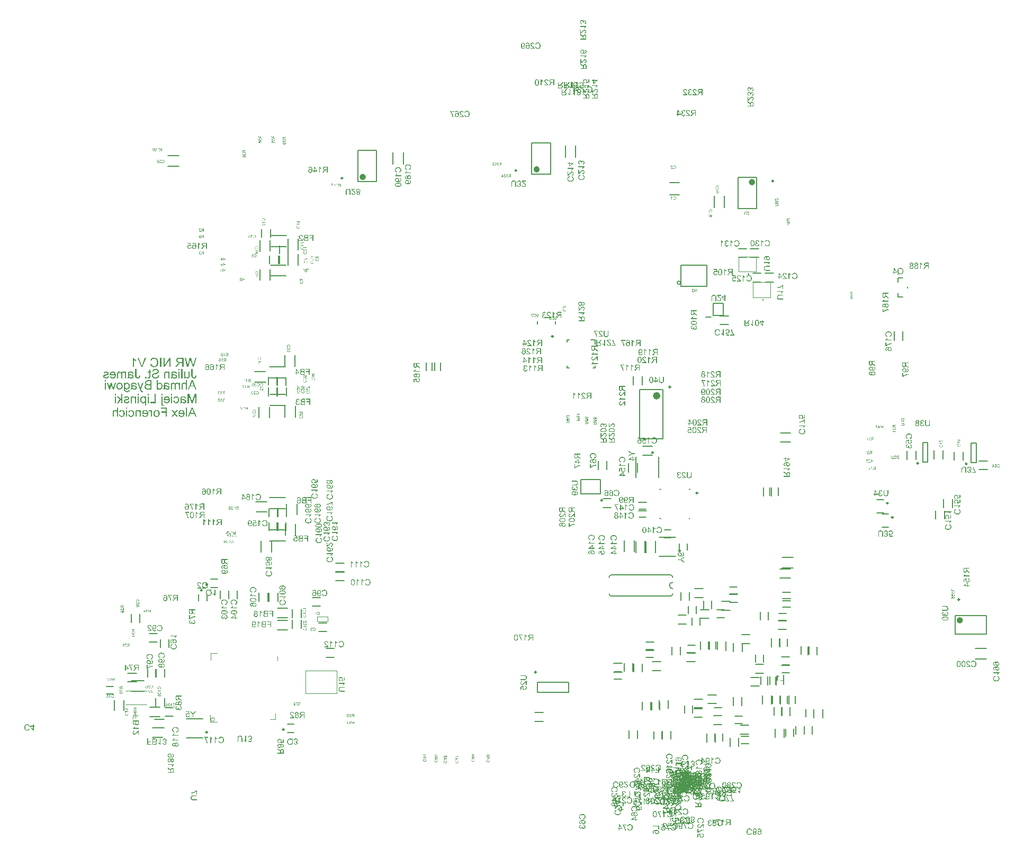
<source format=gbr>
G04*
G04 #@! TF.GenerationSoftware,Altium Limited,Altium Designer,23.7.1 (13)*
G04*
G04 Layer_Color=39423*
%FSLAX25Y25*%
%MOIN*%
G70*
G04*
G04 #@! TF.SameCoordinates,27D51526-8311-448D-B6E4-34D2AC34C314*
G04*
G04*
G04 #@! TF.FilePolarity,Positive*
G04*
G01*
G75*
%ADD10C,0.00984*%
%ADD11C,0.00787*%
%ADD12C,0.00400*%
%ADD15C,0.00600*%
%ADD350C,0.02362*%
%ADD351C,0.01968*%
G36*
X21491Y-119197D02*
X21582Y-119330D01*
X21691Y-119464D01*
X21791Y-119580D01*
X21891Y-119680D01*
X21966Y-119763D01*
X21999Y-119788D01*
X22024Y-119813D01*
X22032Y-119822D01*
X22041Y-119830D01*
X22216Y-119972D01*
X22390Y-120105D01*
X22557Y-120222D01*
X22724Y-120313D01*
X22865Y-120396D01*
X22924Y-120430D01*
X22974Y-120455D01*
X23015Y-120480D01*
X23049Y-120488D01*
X23065Y-120505D01*
X23074D01*
Y-121188D01*
X22949Y-121138D01*
X22824Y-121080D01*
X22699Y-121021D01*
X22582Y-120963D01*
X22482Y-120913D01*
X22399Y-120871D01*
X22349Y-120838D01*
X22341Y-120830D01*
X22332D01*
X22182Y-120738D01*
X22049Y-120646D01*
X21932Y-120563D01*
X21841Y-120488D01*
X21757Y-120430D01*
X21707Y-120380D01*
X21666Y-120346D01*
X21657Y-120338D01*
Y-124845D01*
X20949D01*
Y-119055D01*
X21407D01*
X21491Y-119197D01*
D02*
G37*
G36*
X44815Y-124845D02*
X44082D01*
Y-120322D01*
X41066Y-124845D01*
X40275D01*
Y-119080D01*
X41008D01*
Y-123612D01*
X44032Y-119080D01*
X44815D01*
Y-124845D01*
D02*
G37*
G36*
X59492D02*
X58693D01*
X57476Y-120455D01*
X57443Y-120346D01*
X57418Y-120230D01*
X57385Y-120113D01*
X57360Y-120013D01*
X57335Y-119922D01*
X57318Y-119847D01*
X57310Y-119797D01*
X57301Y-119788D01*
Y-119780D01*
X57293Y-119805D01*
X57285Y-119847D01*
X57260Y-119938D01*
X57227Y-120047D01*
X57193Y-120163D01*
X57168Y-120272D01*
X57143Y-120363D01*
X57135Y-120405D01*
X57126Y-120430D01*
X57118Y-120447D01*
Y-120455D01*
X55910Y-124845D01*
X55161D01*
X53578Y-119080D01*
X54353D01*
X55252Y-122787D01*
X55319Y-123046D01*
X55369Y-123279D01*
X55419Y-123495D01*
X55461Y-123679D01*
X55485Y-123762D01*
X55494Y-123837D01*
X55510Y-123895D01*
X55519Y-123945D01*
X55536Y-123987D01*
Y-124020D01*
X55544Y-124037D01*
Y-124045D01*
X55602Y-123679D01*
X55677Y-123320D01*
X55752Y-122979D01*
X55785Y-122821D01*
X55827Y-122662D01*
X55860Y-122521D01*
X55894Y-122396D01*
X55927Y-122287D01*
X55952Y-122187D01*
X55969Y-122113D01*
X55985Y-122054D01*
X56002Y-122012D01*
Y-122004D01*
X56818Y-119080D01*
X57743D01*
X58834Y-122979D01*
X58842Y-123012D01*
X58859Y-123062D01*
X58876Y-123129D01*
X58893Y-123204D01*
X58917Y-123287D01*
X58934Y-123379D01*
X58984Y-123562D01*
X59026Y-123745D01*
X59051Y-123828D01*
X59067Y-123895D01*
X59076Y-123962D01*
X59092Y-124003D01*
X59101Y-124037D01*
Y-124045D01*
X59142Y-123828D01*
X59184Y-123612D01*
X59226Y-123412D01*
X59267Y-123237D01*
X59284Y-123154D01*
X59301Y-123079D01*
X59317Y-123021D01*
X59326Y-122962D01*
X59334Y-122921D01*
X59342Y-122887D01*
X59351Y-122871D01*
Y-122862D01*
X60209Y-119080D01*
X61000D01*
X59492Y-124845D01*
D02*
G37*
G36*
X27064D02*
X26264D01*
X24015Y-119080D01*
X24790D01*
X26355Y-123270D01*
X26422Y-123445D01*
X26480Y-123612D01*
X26531Y-123770D01*
X26572Y-123912D01*
X26614Y-124037D01*
X26639Y-124128D01*
X26647Y-124162D01*
X26655Y-124187D01*
X26664Y-124203D01*
Y-124212D01*
X26764Y-123879D01*
X26814Y-123720D01*
X26864Y-123579D01*
X26905Y-123454D01*
X26922Y-123404D01*
X26930Y-123354D01*
X26947Y-123320D01*
X26955Y-123295D01*
X26964Y-123279D01*
Y-123270D01*
X28463Y-119080D01*
X29296D01*
X27064Y-124845D01*
D02*
G37*
G36*
X34536Y-118997D02*
X34802Y-119039D01*
X35035Y-119089D01*
X35144Y-119122D01*
X35244Y-119155D01*
X35335Y-119189D01*
X35419Y-119222D01*
X35485Y-119247D01*
X35552Y-119272D01*
X35594Y-119297D01*
X35627Y-119314D01*
X35652Y-119322D01*
X35660Y-119330D01*
X35885Y-119472D01*
X36077Y-119639D01*
X36243Y-119805D01*
X36385Y-119972D01*
X36493Y-120122D01*
X36535Y-120188D01*
X36568Y-120247D01*
X36601Y-120288D01*
X36618Y-120322D01*
X36626Y-120346D01*
X36635Y-120355D01*
X36751Y-120613D01*
X36835Y-120880D01*
X36893Y-121146D01*
X36935Y-121388D01*
X36951Y-121496D01*
X36960Y-121604D01*
X36968Y-121688D01*
Y-121771D01*
X36976Y-121829D01*
Y-121879D01*
Y-121913D01*
Y-121921D01*
X36960Y-122221D01*
X36926Y-122512D01*
X36885Y-122771D01*
X36851Y-122896D01*
X36826Y-123004D01*
X36801Y-123104D01*
X36768Y-123195D01*
X36743Y-123279D01*
X36726Y-123345D01*
X36701Y-123395D01*
X36693Y-123437D01*
X36676Y-123462D01*
Y-123470D01*
X36551Y-123720D01*
X36410Y-123945D01*
X36260Y-124137D01*
X36185Y-124212D01*
X36118Y-124287D01*
X36052Y-124353D01*
X35985Y-124412D01*
X35927Y-124462D01*
X35877Y-124495D01*
X35843Y-124528D01*
X35810Y-124553D01*
X35793Y-124562D01*
X35785Y-124570D01*
X35669Y-124636D01*
X35552Y-124695D01*
X35302Y-124786D01*
X35052Y-124853D01*
X34811Y-124895D01*
X34694Y-124911D01*
X34594Y-124928D01*
X34502Y-124936D01*
X34427D01*
X34361Y-124945D01*
X34269D01*
X34102Y-124936D01*
X33944Y-124920D01*
X33794Y-124903D01*
X33653Y-124870D01*
X33519Y-124828D01*
X33394Y-124786D01*
X33278Y-124745D01*
X33169Y-124695D01*
X33078Y-124653D01*
X32986Y-124611D01*
X32920Y-124570D01*
X32853Y-124528D01*
X32811Y-124495D01*
X32770Y-124478D01*
X32753Y-124462D01*
X32745Y-124453D01*
X32628Y-124353D01*
X32528Y-124253D01*
X32436Y-124137D01*
X32345Y-124020D01*
X32195Y-123787D01*
X32078Y-123554D01*
X32028Y-123445D01*
X31987Y-123345D01*
X31953Y-123254D01*
X31928Y-123179D01*
X31903Y-123112D01*
X31887Y-123062D01*
X31878Y-123029D01*
Y-123021D01*
X32645Y-122829D01*
X32678Y-122962D01*
X32720Y-123087D01*
X32761Y-123204D01*
X32803Y-123312D01*
X32853Y-123412D01*
X32903Y-123495D01*
X32961Y-123579D01*
X33011Y-123653D01*
X33053Y-123720D01*
X33103Y-123770D01*
X33145Y-123820D01*
X33178Y-123862D01*
X33211Y-123887D01*
X33236Y-123912D01*
X33244Y-123920D01*
X33253Y-123928D01*
X33336Y-123995D01*
X33428Y-124045D01*
X33611Y-124137D01*
X33786Y-124203D01*
X33961Y-124245D01*
X34111Y-124278D01*
X34169Y-124287D01*
X34227D01*
X34277Y-124295D01*
X34336D01*
X34527Y-124287D01*
X34710Y-124253D01*
X34877Y-124212D01*
X35027Y-124162D01*
X35144Y-124112D01*
X35194Y-124087D01*
X35235Y-124070D01*
X35269Y-124053D01*
X35294Y-124037D01*
X35310Y-124028D01*
X35319D01*
X35477Y-123912D01*
X35610Y-123787D01*
X35727Y-123645D01*
X35818Y-123512D01*
X35893Y-123395D01*
X35943Y-123295D01*
X35960Y-123254D01*
X35977Y-123229D01*
X35985Y-123212D01*
Y-123204D01*
X36052Y-122987D01*
X36102Y-122771D01*
X36143Y-122554D01*
X36168Y-122354D01*
X36177Y-122262D01*
X36185Y-122179D01*
Y-122104D01*
X36193Y-122046D01*
Y-121996D01*
Y-121954D01*
Y-121929D01*
Y-121921D01*
X36185Y-121704D01*
X36168Y-121504D01*
X36135Y-121321D01*
X36102Y-121154D01*
X36077Y-121013D01*
X36060Y-120955D01*
X36043Y-120905D01*
X36035Y-120863D01*
X36027Y-120838D01*
X36018Y-120821D01*
Y-120813D01*
X35935Y-120621D01*
X35843Y-120447D01*
X35743Y-120305D01*
X35635Y-120180D01*
X35544Y-120080D01*
X35469Y-120013D01*
X35410Y-119972D01*
X35402Y-119955D01*
X35394D01*
X35219Y-119847D01*
X35027Y-119763D01*
X34844Y-119705D01*
X34669Y-119672D01*
X34511Y-119647D01*
X34444Y-119639D01*
X34386D01*
X34344Y-119630D01*
X34277D01*
X34069Y-119639D01*
X33878Y-119672D01*
X33719Y-119722D01*
X33578Y-119772D01*
X33469Y-119830D01*
X33386Y-119872D01*
X33336Y-119905D01*
X33319Y-119922D01*
X33186Y-120047D01*
X33061Y-120188D01*
X32961Y-120338D01*
X32878Y-120488D01*
X32811Y-120621D01*
X32786Y-120688D01*
X32770Y-120738D01*
X32753Y-120780D01*
X32736Y-120813D01*
X32728Y-120830D01*
Y-120838D01*
X31978Y-120663D01*
X32028Y-120513D01*
X32078Y-120380D01*
X32145Y-120255D01*
X32203Y-120130D01*
X32270Y-120022D01*
X32345Y-119922D01*
X32411Y-119822D01*
X32478Y-119738D01*
X32545Y-119672D01*
X32603Y-119605D01*
X32661Y-119547D01*
X32703Y-119505D01*
X32745Y-119464D01*
X32778Y-119439D01*
X32795Y-119430D01*
X32803Y-119422D01*
X32920Y-119347D01*
X33036Y-119272D01*
X33153Y-119214D01*
X33278Y-119164D01*
X33528Y-119089D01*
X33753Y-119039D01*
X33861Y-119014D01*
X33953Y-119005D01*
X34044Y-118997D01*
X34119Y-118989D01*
X34177Y-118980D01*
X34261D01*
X34536Y-118997D01*
D02*
G37*
G36*
X52853Y-124845D02*
X52087D01*
Y-122287D01*
X51104D01*
X51012Y-122296D01*
X50946D01*
X50887Y-122304D01*
X50846Y-122312D01*
X50812D01*
X50796Y-122321D01*
X50787D01*
X50654Y-122362D01*
X50596Y-122387D01*
X50546Y-122412D01*
X50496Y-122437D01*
X50463Y-122454D01*
X50446Y-122462D01*
X50438Y-122471D01*
X50371Y-122521D01*
X50304Y-122579D01*
X50179Y-122704D01*
X50121Y-122762D01*
X50079Y-122812D01*
X50054Y-122845D01*
X50046Y-122854D01*
X49963Y-122970D01*
X49871Y-123095D01*
X49779Y-123229D01*
X49688Y-123354D01*
X49613Y-123470D01*
X49555Y-123562D01*
X49530Y-123595D01*
X49513Y-123620D01*
X49496Y-123637D01*
Y-123645D01*
X48738Y-124845D01*
X47789D01*
X48780Y-123279D01*
X48897Y-123112D01*
X49005Y-122962D01*
X49113Y-122837D01*
X49205Y-122721D01*
X49288Y-122637D01*
X49355Y-122571D01*
X49396Y-122529D01*
X49413Y-122512D01*
X49480Y-122462D01*
X49555Y-122404D01*
X49705Y-122312D01*
X49771Y-122279D01*
X49821Y-122246D01*
X49854Y-122229D01*
X49871Y-122221D01*
X49721Y-122196D01*
X49580Y-122171D01*
X49455Y-122129D01*
X49330Y-122096D01*
X49221Y-122054D01*
X49121Y-122004D01*
X49030Y-121963D01*
X48946Y-121921D01*
X48880Y-121871D01*
X48813Y-121829D01*
X48763Y-121796D01*
X48722Y-121763D01*
X48688Y-121738D01*
X48663Y-121713D01*
X48655Y-121704D01*
X48647Y-121696D01*
X48580Y-121613D01*
X48513Y-121529D01*
X48413Y-121354D01*
X48347Y-121179D01*
X48297Y-121013D01*
X48263Y-120871D01*
X48255Y-120813D01*
Y-120755D01*
X48247Y-120713D01*
Y-120680D01*
Y-120663D01*
Y-120655D01*
X48255Y-120480D01*
X48280Y-120322D01*
X48322Y-120172D01*
X48363Y-120047D01*
X48413Y-119938D01*
X48447Y-119855D01*
X48480Y-119805D01*
X48488Y-119797D01*
Y-119788D01*
X48588Y-119655D01*
X48688Y-119538D01*
X48797Y-119439D01*
X48897Y-119364D01*
X48988Y-119305D01*
X49063Y-119272D01*
X49113Y-119247D01*
X49121Y-119239D01*
X49130D01*
X49205Y-119214D01*
X49296Y-119189D01*
X49480Y-119147D01*
X49679Y-119122D01*
X49863Y-119097D01*
X50038Y-119089D01*
X50113D01*
X50179Y-119080D01*
X52853D01*
Y-124845D01*
D02*
G37*
G36*
X38867D02*
X38101D01*
Y-119080D01*
X38867D01*
Y-124845D01*
D02*
G37*
G36*
X50379Y-127006D02*
X49671D01*
Y-126198D01*
X50379D01*
Y-127006D01*
D02*
G37*
G36*
X15035Y-127697D02*
X15177Y-127722D01*
X15302Y-127747D01*
X15410Y-127780D01*
X15502Y-127822D01*
X15568Y-127847D01*
X15610Y-127872D01*
X15627Y-127880D01*
X15743Y-127955D01*
X15843Y-128039D01*
X15935Y-128122D01*
X16010Y-128205D01*
X16068Y-128272D01*
X16118Y-128330D01*
X16143Y-128363D01*
X16151Y-128380D01*
Y-127780D01*
X16784D01*
Y-131962D01*
X16076D01*
Y-129796D01*
X16068Y-129596D01*
X16060Y-129421D01*
X16043Y-129271D01*
X16018Y-129146D01*
X15993Y-129055D01*
X15976Y-128988D01*
X15968Y-128946D01*
X15960Y-128930D01*
X15910Y-128822D01*
X15851Y-128730D01*
X15793Y-128647D01*
X15735Y-128580D01*
X15676Y-128530D01*
X15635Y-128497D01*
X15601Y-128472D01*
X15593Y-128463D01*
X15493Y-128413D01*
X15402Y-128372D01*
X15302Y-128347D01*
X15218Y-128322D01*
X15152Y-128313D01*
X15093Y-128305D01*
X15043D01*
X14902Y-128313D01*
X14785Y-128338D01*
X14685Y-128380D01*
X14610Y-128422D01*
X14552Y-128472D01*
X14510Y-128505D01*
X14485Y-128538D01*
X14477Y-128547D01*
X14419Y-128647D01*
X14377Y-128755D01*
X14344Y-128872D01*
X14327Y-128988D01*
X14310Y-129088D01*
X14302Y-129180D01*
Y-129213D01*
Y-129230D01*
Y-129246D01*
Y-129255D01*
Y-131962D01*
X13594D01*
Y-129538D01*
X13577Y-129313D01*
X13544Y-129121D01*
X13502Y-128963D01*
X13444Y-128830D01*
X13394Y-128730D01*
X13344Y-128663D01*
X13311Y-128622D01*
X13302Y-128605D01*
X13186Y-128505D01*
X13061Y-128430D01*
X12936Y-128380D01*
X12819Y-128338D01*
X12719Y-128322D01*
X12636Y-128313D01*
X12603Y-128305D01*
X12561D01*
X12469Y-128313D01*
X12394Y-128322D01*
X12319Y-128338D01*
X12261Y-128363D01*
X12203Y-128388D01*
X12169Y-128405D01*
X12145Y-128413D01*
X12136Y-128422D01*
X12070Y-128472D01*
X12020Y-128522D01*
X11978Y-128572D01*
X11945Y-128622D01*
X11920Y-128663D01*
X11903Y-128697D01*
X11886Y-128721D01*
Y-128730D01*
X11861Y-128805D01*
X11845Y-128905D01*
X11836Y-129005D01*
X11828Y-129105D01*
X11820Y-129196D01*
Y-129271D01*
Y-129321D01*
Y-129330D01*
Y-129338D01*
Y-131962D01*
X11112D01*
Y-129096D01*
Y-128963D01*
X11128Y-128847D01*
X11145Y-128730D01*
X11162Y-128630D01*
X11187Y-128530D01*
X11220Y-128447D01*
X11245Y-128372D01*
X11278Y-128297D01*
X11311Y-128238D01*
X11337Y-128180D01*
X11395Y-128105D01*
X11428Y-128055D01*
X11445Y-128039D01*
X11578Y-127922D01*
X11736Y-127839D01*
X11895Y-127772D01*
X12045Y-127730D01*
X12186Y-127705D01*
X12245Y-127697D01*
X12303D01*
X12344Y-127689D01*
X12403D01*
X12553Y-127697D01*
X12686Y-127722D01*
X12819Y-127755D01*
X12944Y-127805D01*
X13061Y-127864D01*
X13169Y-127922D01*
X13261Y-127989D01*
X13352Y-128055D01*
X13436Y-128130D01*
X13502Y-128197D01*
X13561Y-128255D01*
X13611Y-128313D01*
X13652Y-128363D01*
X13677Y-128397D01*
X13694Y-128422D01*
X13702Y-128430D01*
X13752Y-128305D01*
X13819Y-128197D01*
X13894Y-128105D01*
X13961Y-128030D01*
X14027Y-127963D01*
X14077Y-127922D01*
X14110Y-127897D01*
X14127Y-127889D01*
X14244Y-127822D01*
X14369Y-127772D01*
X14494Y-127739D01*
X14619Y-127714D01*
X14718Y-127697D01*
X14810Y-127689D01*
X14885D01*
X15035Y-127697D01*
D02*
G37*
G36*
X47022D02*
X47197Y-127714D01*
X47364Y-127739D01*
X47497Y-127764D01*
X47614Y-127789D01*
X47697Y-127814D01*
X47730Y-127822D01*
X47755Y-127830D01*
X47764Y-127839D01*
X47772D01*
X47914Y-127897D01*
X48039Y-127972D01*
X48147Y-128039D01*
X48238Y-128105D01*
X48305Y-128172D01*
X48355Y-128222D01*
X48388Y-128255D01*
X48397Y-128263D01*
X48472Y-128372D01*
X48538Y-128488D01*
X48588Y-128605D01*
X48630Y-128713D01*
X48663Y-128822D01*
X48688Y-128896D01*
X48697Y-128930D01*
Y-128955D01*
X48705Y-128963D01*
Y-128971D01*
X48013Y-129063D01*
X47964Y-128913D01*
X47914Y-128780D01*
X47855Y-128672D01*
X47805Y-128588D01*
X47755Y-128522D01*
X47714Y-128480D01*
X47680Y-128455D01*
X47672Y-128447D01*
X47572Y-128388D01*
X47455Y-128347D01*
X47330Y-128313D01*
X47214Y-128297D01*
X47097Y-128280D01*
X47014Y-128272D01*
X46931D01*
X46739Y-128280D01*
X46572Y-128305D01*
X46439Y-128347D01*
X46323Y-128388D01*
X46239Y-128438D01*
X46173Y-128472D01*
X46131Y-128505D01*
X46123Y-128513D01*
X46056Y-128588D01*
X46006Y-128680D01*
X45964Y-128780D01*
X45939Y-128880D01*
X45923Y-128971D01*
X45914Y-129055D01*
Y-129105D01*
Y-129113D01*
Y-129121D01*
Y-129138D01*
Y-129171D01*
Y-129230D01*
X45923Y-129280D01*
Y-129296D01*
Y-129305D01*
X46006Y-129330D01*
X46098Y-129355D01*
X46289Y-129405D01*
X46506Y-129446D01*
X46706Y-129488D01*
X46806Y-129505D01*
X46897Y-129513D01*
X46981Y-129530D01*
X47047Y-129538D01*
X47106Y-129546D01*
X47147D01*
X47181Y-129554D01*
X47189D01*
X47339Y-129571D01*
X47464Y-129596D01*
X47572Y-129613D01*
X47655Y-129630D01*
X47722Y-129638D01*
X47772Y-129655D01*
X47805Y-129663D01*
X47814D01*
X47922Y-129696D01*
X48013Y-129729D01*
X48105Y-129771D01*
X48180Y-129804D01*
X48247Y-129838D01*
X48288Y-129871D01*
X48322Y-129888D01*
X48330Y-129896D01*
X48413Y-129954D01*
X48480Y-130021D01*
X48547Y-130088D01*
X48597Y-130154D01*
X48638Y-130213D01*
X48672Y-130263D01*
X48688Y-130296D01*
X48697Y-130304D01*
X48738Y-130396D01*
X48772Y-130496D01*
X48797Y-130587D01*
X48813Y-130679D01*
X48821Y-130754D01*
X48830Y-130812D01*
Y-130846D01*
Y-130862D01*
X48821Y-130962D01*
X48813Y-131046D01*
X48772Y-131220D01*
X48713Y-131362D01*
X48647Y-131487D01*
X48580Y-131587D01*
X48522Y-131662D01*
X48480Y-131704D01*
X48463Y-131720D01*
X48313Y-131829D01*
X48147Y-131912D01*
X47964Y-131970D01*
X47797Y-132012D01*
X47647Y-132037D01*
X47580Y-132045D01*
X47522D01*
X47472Y-132053D01*
X47405D01*
X47256Y-132045D01*
X47106Y-132028D01*
X46972Y-132012D01*
X46856Y-131987D01*
X46764Y-131962D01*
X46689Y-131937D01*
X46639Y-131929D01*
X46622Y-131920D01*
X46481Y-131862D01*
X46347Y-131787D01*
X46223Y-131704D01*
X46098Y-131629D01*
X45998Y-131554D01*
X45923Y-131495D01*
X45873Y-131454D01*
X45864Y-131437D01*
X45856D01*
X45839Y-131545D01*
X45823Y-131645D01*
X45806Y-131737D01*
X45781Y-131812D01*
X45756Y-131879D01*
X45739Y-131920D01*
X45731Y-131954D01*
X45723Y-131962D01*
X44981D01*
X45023Y-131870D01*
X45065Y-131779D01*
X45098Y-131695D01*
X45115Y-131620D01*
X45140Y-131554D01*
X45148Y-131504D01*
X45156Y-131470D01*
Y-131462D01*
X45165Y-131404D01*
X45173Y-131329D01*
Y-131246D01*
X45181Y-131154D01*
X45190Y-130946D01*
Y-130737D01*
X45198Y-130537D01*
Y-130446D01*
Y-130371D01*
Y-130304D01*
Y-130254D01*
Y-130221D01*
Y-130213D01*
Y-129263D01*
Y-129105D01*
X45206Y-128963D01*
X45215Y-128855D01*
Y-128763D01*
X45223Y-128697D01*
X45231Y-128647D01*
X45240Y-128622D01*
Y-128613D01*
X45265Y-128505D01*
X45298Y-128413D01*
X45331Y-128338D01*
X45373Y-128263D01*
X45406Y-128213D01*
X45431Y-128172D01*
X45448Y-128147D01*
X45456Y-128138D01*
X45523Y-128072D01*
X45598Y-128005D01*
X45681Y-127955D01*
X45764Y-127905D01*
X45839Y-127872D01*
X45898Y-127847D01*
X45939Y-127830D01*
X45956Y-127822D01*
X46089Y-127780D01*
X46231Y-127747D01*
X46373Y-127722D01*
X46514Y-127705D01*
X46639Y-127697D01*
X46731Y-127689D01*
X46822D01*
X47022Y-127697D01*
D02*
G37*
G36*
X19692D02*
X19866Y-127714D01*
X20033Y-127739D01*
X20166Y-127764D01*
X20283Y-127789D01*
X20366Y-127814D01*
X20400Y-127822D01*
X20425Y-127830D01*
X20433Y-127839D01*
X20441D01*
X20583Y-127897D01*
X20708Y-127972D01*
X20816Y-128039D01*
X20908Y-128105D01*
X20974Y-128172D01*
X21024Y-128222D01*
X21058Y-128255D01*
X21066Y-128263D01*
X21141Y-128372D01*
X21208Y-128488D01*
X21258Y-128605D01*
X21299Y-128713D01*
X21332Y-128822D01*
X21358Y-128896D01*
X21366Y-128930D01*
Y-128955D01*
X21374Y-128963D01*
Y-128971D01*
X20683Y-129063D01*
X20633Y-128913D01*
X20583Y-128780D01*
X20525Y-128672D01*
X20474Y-128588D01*
X20425Y-128522D01*
X20383Y-128480D01*
X20350Y-128455D01*
X20341Y-128447D01*
X20241Y-128388D01*
X20125Y-128347D01*
X20000Y-128313D01*
X19883Y-128297D01*
X19767Y-128280D01*
X19683Y-128272D01*
X19600D01*
X19408Y-128280D01*
X19242Y-128305D01*
X19108Y-128347D01*
X18992Y-128388D01*
X18909Y-128438D01*
X18842Y-128472D01*
X18800Y-128505D01*
X18792Y-128513D01*
X18725Y-128588D01*
X18675Y-128680D01*
X18634Y-128780D01*
X18609Y-128880D01*
X18592Y-128971D01*
X18584Y-129055D01*
Y-129105D01*
Y-129113D01*
Y-129121D01*
Y-129138D01*
Y-129171D01*
Y-129230D01*
X18592Y-129280D01*
Y-129296D01*
Y-129305D01*
X18675Y-129330D01*
X18767Y-129355D01*
X18959Y-129405D01*
X19175Y-129446D01*
X19375Y-129488D01*
X19475Y-129505D01*
X19567Y-129513D01*
X19650Y-129530D01*
X19716Y-129538D01*
X19775Y-129546D01*
X19816D01*
X19850Y-129554D01*
X19858D01*
X20008Y-129571D01*
X20133Y-129596D01*
X20241Y-129613D01*
X20325Y-129630D01*
X20391Y-129638D01*
X20441Y-129655D01*
X20474Y-129663D01*
X20483D01*
X20591Y-129696D01*
X20683Y-129729D01*
X20774Y-129771D01*
X20849Y-129804D01*
X20916Y-129838D01*
X20958Y-129871D01*
X20991Y-129888D01*
X20999Y-129896D01*
X21083Y-129954D01*
X21149Y-130021D01*
X21216Y-130088D01*
X21266Y-130154D01*
X21308Y-130213D01*
X21341Y-130263D01*
X21358Y-130296D01*
X21366Y-130304D01*
X21407Y-130396D01*
X21441Y-130496D01*
X21466Y-130587D01*
X21483Y-130679D01*
X21491Y-130754D01*
X21499Y-130812D01*
Y-130846D01*
Y-130862D01*
X21491Y-130962D01*
X21483Y-131046D01*
X21441Y-131220D01*
X21383Y-131362D01*
X21316Y-131487D01*
X21249Y-131587D01*
X21191Y-131662D01*
X21149Y-131704D01*
X21133Y-131720D01*
X20983Y-131829D01*
X20816Y-131912D01*
X20633Y-131970D01*
X20466Y-132012D01*
X20316Y-132037D01*
X20250Y-132045D01*
X20191D01*
X20141Y-132053D01*
X20075D01*
X19925Y-132045D01*
X19775Y-132028D01*
X19642Y-132012D01*
X19525Y-131987D01*
X19433Y-131962D01*
X19358Y-131937D01*
X19308Y-131929D01*
X19292Y-131920D01*
X19150Y-131862D01*
X19017Y-131787D01*
X18892Y-131704D01*
X18767Y-131629D01*
X18667Y-131554D01*
X18592Y-131495D01*
X18542Y-131454D01*
X18534Y-131437D01*
X18525D01*
X18509Y-131545D01*
X18492Y-131645D01*
X18475Y-131737D01*
X18450Y-131812D01*
X18425Y-131879D01*
X18409Y-131920D01*
X18400Y-131954D01*
X18392Y-131962D01*
X17651D01*
X17692Y-131870D01*
X17734Y-131779D01*
X17767Y-131695D01*
X17784Y-131620D01*
X17809Y-131554D01*
X17817Y-131504D01*
X17826Y-131470D01*
Y-131462D01*
X17834Y-131404D01*
X17842Y-131329D01*
Y-131246D01*
X17851Y-131154D01*
X17859Y-130946D01*
Y-130737D01*
X17867Y-130537D01*
Y-130446D01*
Y-130371D01*
Y-130304D01*
Y-130254D01*
Y-130221D01*
Y-130213D01*
Y-129263D01*
Y-129105D01*
X17876Y-128963D01*
X17884Y-128855D01*
Y-128763D01*
X17892Y-128697D01*
X17901Y-128647D01*
X17909Y-128622D01*
Y-128613D01*
X17934Y-128505D01*
X17967Y-128413D01*
X18000Y-128338D01*
X18042Y-128263D01*
X18076Y-128213D01*
X18101Y-128172D01*
X18117Y-128147D01*
X18125Y-128138D01*
X18192Y-128072D01*
X18267Y-128005D01*
X18350Y-127955D01*
X18434Y-127905D01*
X18509Y-127872D01*
X18567Y-127847D01*
X18609Y-127830D01*
X18625Y-127822D01*
X18759Y-127780D01*
X18900Y-127747D01*
X19042Y-127722D01*
X19183Y-127705D01*
X19308Y-127697D01*
X19400Y-127689D01*
X19492D01*
X19692Y-127697D01*
D02*
G37*
G36*
X31895Y-126747D02*
Y-127780D01*
X32420D01*
Y-128330D01*
X31895D01*
Y-130746D01*
Y-130862D01*
Y-130962D01*
X31887Y-131054D01*
X31878Y-131146D01*
Y-131220D01*
X31870Y-131287D01*
X31853Y-131395D01*
X31837Y-131479D01*
X31828Y-131537D01*
X31812Y-131570D01*
Y-131579D01*
X31778Y-131654D01*
X31728Y-131712D01*
X31678Y-131770D01*
X31637Y-131812D01*
X31587Y-131854D01*
X31553Y-131879D01*
X31528Y-131895D01*
X31520Y-131904D01*
X31429Y-131945D01*
X31337Y-131970D01*
X31237Y-131995D01*
X31137Y-132003D01*
X31054Y-132012D01*
X30987Y-132020D01*
X30920D01*
X30737Y-132012D01*
X30645Y-132003D01*
X30562Y-131987D01*
X30487Y-131978D01*
X30429Y-131970D01*
X30396Y-131962D01*
X30379D01*
X30470Y-131337D01*
X30537Y-131345D01*
X30604Y-131354D01*
X30662D01*
X30704Y-131362D01*
X30787D01*
X30895Y-131354D01*
X30970Y-131337D01*
X31012Y-131321D01*
X31029Y-131312D01*
X31087Y-131271D01*
X31120Y-131229D01*
X31145Y-131195D01*
X31154Y-131179D01*
X31162Y-131137D01*
X31170Y-131079D01*
X31179Y-130946D01*
X31187Y-130887D01*
Y-130837D01*
Y-130804D01*
Y-130787D01*
Y-128330D01*
X30470D01*
Y-127780D01*
X31187D01*
Y-126322D01*
X31895Y-126747D01*
D02*
G37*
G36*
X56668Y-130371D02*
Y-130529D01*
X56660Y-130671D01*
X56652Y-130779D01*
X56643Y-130879D01*
Y-130946D01*
X56635Y-130996D01*
X56627Y-131029D01*
Y-131037D01*
X56602Y-131146D01*
X56568Y-131246D01*
X56535Y-131337D01*
X56494Y-131412D01*
X56460Y-131479D01*
X56435Y-131520D01*
X56419Y-131554D01*
X56410Y-131562D01*
X56344Y-131637D01*
X56269Y-131704D01*
X56194Y-131762D01*
X56110Y-131812D01*
X56044Y-131854D01*
X55985Y-131887D01*
X55952Y-131904D01*
X55935Y-131912D01*
X55810Y-131962D01*
X55694Y-131995D01*
X55577Y-132020D01*
X55469Y-132037D01*
X55377Y-132045D01*
X55302Y-132053D01*
X55244D01*
X55094Y-132045D01*
X54944Y-132020D01*
X54811Y-131987D01*
X54677Y-131945D01*
X54561Y-131887D01*
X54453Y-131829D01*
X54353Y-131770D01*
X54261Y-131704D01*
X54178Y-131637D01*
X54111Y-131579D01*
X54053Y-131512D01*
X54003Y-131462D01*
X53961Y-131420D01*
X53936Y-131387D01*
X53920Y-131362D01*
X53911Y-131354D01*
Y-131962D01*
X53278D01*
Y-127780D01*
X53986D01*
Y-130021D01*
X53995Y-130213D01*
X54003Y-130379D01*
X54019Y-130521D01*
X54044Y-130637D01*
X54069Y-130729D01*
X54086Y-130796D01*
X54094Y-130829D01*
X54103Y-130846D01*
X54153Y-130946D01*
X54211Y-131029D01*
X54278Y-131104D01*
X54344Y-131170D01*
X54403Y-131220D01*
X54453Y-131254D01*
X54486Y-131279D01*
X54503Y-131287D01*
X54611Y-131337D01*
X54719Y-131379D01*
X54819Y-131404D01*
X54911Y-131429D01*
X54986Y-131437D01*
X55044Y-131445D01*
X55102D01*
X55219Y-131437D01*
X55319Y-131420D01*
X55411Y-131395D01*
X55485Y-131362D01*
X55552Y-131337D01*
X55594Y-131312D01*
X55627Y-131296D01*
X55635Y-131287D01*
X55711Y-131220D01*
X55769Y-131154D01*
X55819Y-131079D01*
X55860Y-131012D01*
X55885Y-130946D01*
X55902Y-130896D01*
X55919Y-130862D01*
Y-130854D01*
X55935Y-130762D01*
X55944Y-130654D01*
X55952Y-130529D01*
Y-130404D01*
X55960Y-130288D01*
Y-130196D01*
Y-130154D01*
Y-130129D01*
Y-130113D01*
Y-130104D01*
Y-127780D01*
X56668D01*
Y-130371D01*
D02*
G37*
G36*
X8513Y-127697D02*
X8663Y-127714D01*
X8804Y-127739D01*
X8937Y-127780D01*
X9062Y-127822D01*
X9179Y-127872D01*
X9287Y-127922D01*
X9379Y-127980D01*
X9471Y-128030D01*
X9546Y-128088D01*
X9612Y-128138D01*
X9662Y-128180D01*
X9704Y-128222D01*
X9737Y-128247D01*
X9754Y-128263D01*
X9762Y-128272D01*
X9854Y-128388D01*
X9937Y-128513D01*
X10012Y-128638D01*
X10079Y-128771D01*
X10129Y-128913D01*
X10170Y-129046D01*
X10237Y-129313D01*
X10262Y-129430D01*
X10279Y-129546D01*
X10287Y-129646D01*
X10295Y-129738D01*
X10304Y-129813D01*
Y-129863D01*
Y-129904D01*
Y-129913D01*
X10295Y-130096D01*
X10279Y-130271D01*
X10254Y-130438D01*
X10220Y-130587D01*
X10179Y-130729D01*
X10137Y-130862D01*
X10087Y-130979D01*
X10037Y-131087D01*
X9987Y-131179D01*
X9937Y-131262D01*
X9895Y-131329D01*
X9854Y-131387D01*
X9821Y-131437D01*
X9796Y-131470D01*
X9779Y-131487D01*
X9770Y-131495D01*
X9662Y-131595D01*
X9554Y-131679D01*
X9437Y-131754D01*
X9312Y-131820D01*
X9196Y-131870D01*
X9071Y-131920D01*
X8838Y-131987D01*
X8729Y-132003D01*
X8629Y-132020D01*
X8538Y-132037D01*
X8463Y-132045D01*
X8404Y-132053D01*
X8313D01*
X8055Y-132037D01*
X7821Y-131995D01*
X7613Y-131945D01*
X7530Y-131912D01*
X7446Y-131879D01*
X7372Y-131845D01*
X7305Y-131812D01*
X7255Y-131787D01*
X7205Y-131762D01*
X7171Y-131737D01*
X7147Y-131720D01*
X7130Y-131704D01*
X7122D01*
X6955Y-131554D01*
X6822Y-131395D01*
X6705Y-131229D01*
X6622Y-131071D01*
X6555Y-130929D01*
X6530Y-130862D01*
X6505Y-130812D01*
X6488Y-130762D01*
X6480Y-130729D01*
X6472Y-130712D01*
Y-130704D01*
X7205Y-130612D01*
X7271Y-130771D01*
X7346Y-130904D01*
X7421Y-131021D01*
X7488Y-131112D01*
X7546Y-131179D01*
X7596Y-131229D01*
X7638Y-131262D01*
X7646Y-131271D01*
X7755Y-131337D01*
X7863Y-131387D01*
X7980Y-131420D01*
X8079Y-131445D01*
X8171Y-131462D01*
X8246Y-131470D01*
X8313D01*
X8413Y-131462D01*
X8504Y-131454D01*
X8671Y-131412D01*
X8821Y-131354D01*
X8954Y-131287D01*
X9054Y-131229D01*
X9129Y-131170D01*
X9179Y-131129D01*
X9187Y-131112D01*
X9196D01*
X9312Y-130962D01*
X9404Y-130796D01*
X9471Y-130612D01*
X9521Y-130446D01*
X9546Y-130296D01*
X9562Y-130229D01*
X9571Y-130171D01*
Y-130121D01*
X9579Y-130088D01*
Y-130063D01*
Y-130054D01*
X6455D01*
X6447Y-129971D01*
Y-129913D01*
Y-129879D01*
Y-129871D01*
X6455Y-129680D01*
X6472Y-129505D01*
X6497Y-129338D01*
X6530Y-129180D01*
X6572Y-129038D01*
X6613Y-128905D01*
X6663Y-128788D01*
X6713Y-128680D01*
X6763Y-128580D01*
X6813Y-128497D01*
X6855Y-128430D01*
X6897Y-128372D01*
X6930Y-128322D01*
X6955Y-128288D01*
X6972Y-128272D01*
X6980Y-128263D01*
X7080Y-128163D01*
X7188Y-128072D01*
X7305Y-127997D01*
X7421Y-127930D01*
X7538Y-127872D01*
X7646Y-127830D01*
X7763Y-127789D01*
X7863Y-127764D01*
X7971Y-127739D01*
X8063Y-127722D01*
X8146Y-127705D01*
X8213Y-127697D01*
X8271Y-127689D01*
X8354D01*
X8513Y-127697D01*
D02*
G37*
G36*
X52187Y-131962D02*
X51479D01*
Y-126198D01*
X52187D01*
Y-131962D01*
D02*
G37*
G36*
X50379D02*
X49671D01*
Y-127780D01*
X50379D01*
Y-131962D01*
D02*
G37*
G36*
X42307Y-127697D02*
X42457Y-127722D01*
X42591Y-127755D01*
X42724Y-127797D01*
X42841Y-127847D01*
X42949Y-127905D01*
X43049Y-127972D01*
X43132Y-128030D01*
X43215Y-128097D01*
X43282Y-128163D01*
X43340Y-128222D01*
X43390Y-128272D01*
X43424Y-128313D01*
X43449Y-128347D01*
X43465Y-128372D01*
X43474Y-128380D01*
Y-127780D01*
X44107D01*
Y-131962D01*
X43399D01*
Y-129688D01*
Y-129546D01*
X43382Y-129405D01*
X43365Y-129288D01*
X43349Y-129180D01*
X43324Y-129080D01*
X43299Y-128988D01*
X43265Y-128905D01*
X43232Y-128838D01*
X43207Y-128780D01*
X43174Y-128730D01*
X43149Y-128688D01*
X43124Y-128655D01*
X43091Y-128613D01*
X43074Y-128597D01*
X42949Y-128497D01*
X42816Y-128430D01*
X42682Y-128380D01*
X42566Y-128338D01*
X42457Y-128322D01*
X42374Y-128313D01*
X42341Y-128305D01*
X42299D01*
X42199Y-128313D01*
X42099Y-128322D01*
X42016Y-128347D01*
X41949Y-128372D01*
X41891Y-128397D01*
X41841Y-128413D01*
X41816Y-128430D01*
X41808Y-128438D01*
X41733Y-128488D01*
X41666Y-128547D01*
X41616Y-128605D01*
X41574Y-128655D01*
X41550Y-128705D01*
X41524Y-128746D01*
X41508Y-128771D01*
Y-128780D01*
X41483Y-128872D01*
X41458Y-128971D01*
X41441Y-129080D01*
X41433Y-129188D01*
X41425Y-129280D01*
Y-129355D01*
Y-129413D01*
Y-129421D01*
Y-129430D01*
Y-131962D01*
X40716D01*
Y-129396D01*
Y-129221D01*
X40725Y-129080D01*
X40733Y-128963D01*
Y-128863D01*
X40741Y-128797D01*
X40750Y-128746D01*
X40758Y-128713D01*
Y-128705D01*
X40783Y-128597D01*
X40825Y-128497D01*
X40858Y-128413D01*
X40891Y-128330D01*
X40933Y-128272D01*
X40958Y-128230D01*
X40975Y-128197D01*
X40983Y-128188D01*
X41050Y-128105D01*
X41125Y-128039D01*
X41200Y-127972D01*
X41283Y-127922D01*
X41350Y-127880D01*
X41408Y-127855D01*
X41441Y-127839D01*
X41458Y-127830D01*
X41574Y-127780D01*
X41699Y-127747D01*
X41816Y-127722D01*
X41924Y-127705D01*
X42016Y-127697D01*
X42083Y-127689D01*
X42149D01*
X42307Y-127697D01*
D02*
G37*
G36*
X29571Y-131962D02*
X28763D01*
Y-131154D01*
X29571D01*
Y-131962D01*
D02*
G37*
G36*
X4448Y-127705D02*
X4548Y-127714D01*
X4639Y-127730D01*
X4714Y-127747D01*
X4772Y-127764D01*
X4806Y-127772D01*
X4823Y-127780D01*
X4922Y-127814D01*
X5014Y-127847D01*
X5089Y-127880D01*
X5156Y-127913D01*
X5206Y-127938D01*
X5239Y-127963D01*
X5264Y-127972D01*
X5272Y-127980D01*
X5356Y-128039D01*
X5422Y-128105D01*
X5481Y-128180D01*
X5531Y-128238D01*
X5572Y-128297D01*
X5597Y-128338D01*
X5614Y-128372D01*
X5622Y-128380D01*
X5664Y-128472D01*
X5697Y-128555D01*
X5714Y-128647D01*
X5730Y-128721D01*
X5739Y-128797D01*
X5747Y-128847D01*
Y-128880D01*
Y-128896D01*
X5739Y-129013D01*
X5722Y-129113D01*
X5697Y-129213D01*
X5672Y-129296D01*
X5647Y-129363D01*
X5622Y-129421D01*
X5605Y-129455D01*
X5597Y-129463D01*
X5531Y-129554D01*
X5456Y-129630D01*
X5381Y-129696D01*
X5306Y-129754D01*
X5239Y-129796D01*
X5189Y-129829D01*
X5156Y-129846D01*
X5139Y-129854D01*
X5081Y-129879D01*
X5006Y-129913D01*
X4839Y-129971D01*
X4664Y-130021D01*
X4481Y-130079D01*
X4323Y-130121D01*
X4248Y-130146D01*
X4181Y-130163D01*
X4131Y-130179D01*
X4089Y-130188D01*
X4064Y-130196D01*
X4056D01*
X3948Y-130221D01*
X3856Y-130246D01*
X3773Y-130271D01*
X3698Y-130296D01*
X3631Y-130313D01*
X3573Y-130338D01*
X3473Y-130371D01*
X3406Y-130396D01*
X3365Y-130421D01*
X3340Y-130429D01*
X3331Y-130438D01*
X3256Y-130488D01*
X3207Y-130554D01*
X3165Y-130612D01*
X3140Y-130671D01*
X3123Y-130729D01*
X3115Y-130771D01*
Y-130804D01*
Y-130812D01*
X3123Y-130912D01*
X3148Y-130996D01*
X3190Y-131079D01*
X3232Y-131146D01*
X3281Y-131204D01*
X3315Y-131246D01*
X3348Y-131271D01*
X3356Y-131279D01*
X3456Y-131345D01*
X3565Y-131387D01*
X3690Y-131420D01*
X3806Y-131445D01*
X3915Y-131462D01*
X3998Y-131470D01*
X4081D01*
X4256Y-131462D01*
X4406Y-131437D01*
X4531Y-131404D01*
X4639Y-131362D01*
X4722Y-131321D01*
X4789Y-131287D01*
X4823Y-131262D01*
X4839Y-131254D01*
X4931Y-131162D01*
X5006Y-131054D01*
X5056Y-130946D01*
X5097Y-130846D01*
X5131Y-130754D01*
X5147Y-130671D01*
X5164Y-130621D01*
Y-130612D01*
Y-130604D01*
X5864Y-130712D01*
X5805Y-130946D01*
X5730Y-131154D01*
X5639Y-131321D01*
X5547Y-131462D01*
X5464Y-131579D01*
X5389Y-131654D01*
X5339Y-131704D01*
X5331Y-131712D01*
X5322Y-131720D01*
X5239Y-131779D01*
X5147Y-131829D01*
X4947Y-131912D01*
X4739Y-131970D01*
X4539Y-132012D01*
X4448Y-132028D01*
X4364Y-132037D01*
X4281Y-132045D01*
X4214D01*
X4156Y-132053D01*
X4081D01*
X3898Y-132045D01*
X3740Y-132028D01*
X3590Y-132003D01*
X3456Y-131970D01*
X3348Y-131937D01*
X3265Y-131912D01*
X3215Y-131895D01*
X3207Y-131887D01*
X3198D01*
X3056Y-131812D01*
X2940Y-131737D01*
X2840Y-131654D01*
X2748Y-131579D01*
X2682Y-131512D01*
X2640Y-131454D01*
X2607Y-131420D01*
X2598Y-131404D01*
X2532Y-131287D01*
X2482Y-131162D01*
X2440Y-131054D01*
X2415Y-130954D01*
X2399Y-130862D01*
X2390Y-130796D01*
Y-130754D01*
Y-130737D01*
X2399Y-130604D01*
X2415Y-130488D01*
X2448Y-130387D01*
X2473Y-130296D01*
X2507Y-130221D01*
X2540Y-130171D01*
X2557Y-130138D01*
X2565Y-130129D01*
X2632Y-130046D01*
X2707Y-129971D01*
X2782Y-129904D01*
X2857Y-129854D01*
X2932Y-129813D01*
X2982Y-129788D01*
X3015Y-129771D01*
X3032Y-129763D01*
X3090Y-129738D01*
X3156Y-129713D01*
X3315Y-129655D01*
X3490Y-129596D01*
X3665Y-129546D01*
X3823Y-129496D01*
X3898Y-129480D01*
X3956Y-129463D01*
X4006Y-129446D01*
X4048Y-129438D01*
X4073Y-129430D01*
X4081D01*
X4173Y-129405D01*
X4256Y-129380D01*
X4331Y-129363D01*
X4398Y-129338D01*
X4506Y-129313D01*
X4589Y-129288D01*
X4648Y-129263D01*
X4681Y-129255D01*
X4698Y-129246D01*
X4706D01*
X4772Y-129213D01*
X4831Y-129188D01*
X4881Y-129155D01*
X4914Y-129130D01*
X4947Y-129105D01*
X4964Y-129080D01*
X4972Y-129071D01*
X4981Y-129063D01*
X5031Y-128980D01*
X5056Y-128896D01*
Y-128863D01*
X5064Y-128838D01*
Y-128822D01*
Y-128813D01*
X5056Y-128738D01*
X5031Y-128663D01*
X4997Y-128597D01*
X4956Y-128547D01*
X4922Y-128497D01*
X4889Y-128463D01*
X4864Y-128447D01*
X4856Y-128438D01*
X4764Y-128380D01*
X4656Y-128338D01*
X4539Y-128313D01*
X4431Y-128288D01*
X4323Y-128280D01*
X4239Y-128272D01*
X4156D01*
X4014Y-128280D01*
X3881Y-128297D01*
X3773Y-128330D01*
X3690Y-128363D01*
X3615Y-128397D01*
X3565Y-128430D01*
X3531Y-128447D01*
X3523Y-128455D01*
X3440Y-128530D01*
X3381Y-128613D01*
X3331Y-128697D01*
X3290Y-128771D01*
X3265Y-128847D01*
X3248Y-128905D01*
X3240Y-128938D01*
Y-128955D01*
X2548Y-128863D01*
X2582Y-128721D01*
X2615Y-128597D01*
X2657Y-128488D01*
X2698Y-128388D01*
X2740Y-128322D01*
X2773Y-128263D01*
X2790Y-128230D01*
X2798Y-128222D01*
X2873Y-128138D01*
X2957Y-128063D01*
X3048Y-127997D01*
X3140Y-127938D01*
X3223Y-127897D01*
X3290Y-127864D01*
X3331Y-127847D01*
X3340Y-127839D01*
X3348D01*
X3490Y-127789D01*
X3640Y-127755D01*
X3781Y-127722D01*
X3915Y-127705D01*
X4039Y-127697D01*
X4131Y-127689D01*
X4331D01*
X4448Y-127705D01*
D02*
G37*
G36*
X58576Y-130171D02*
Y-130346D01*
X58593Y-130496D01*
X58601Y-130621D01*
X58618Y-130721D01*
X58634Y-130796D01*
X58643Y-130854D01*
X58659Y-130887D01*
Y-130896D01*
X58693Y-130979D01*
X58734Y-131046D01*
X58784Y-131104D01*
X58826Y-131162D01*
X58876Y-131195D01*
X58909Y-131229D01*
X58934Y-131246D01*
X58943Y-131254D01*
X59026Y-131296D01*
X59109Y-131329D01*
X59192Y-131345D01*
X59267Y-131362D01*
X59342Y-131370D01*
X59392Y-131379D01*
X59442D01*
X59576Y-131370D01*
X59701Y-131337D01*
X59800Y-131304D01*
X59892Y-131254D01*
X59959Y-131212D01*
X60009Y-131170D01*
X60042Y-131146D01*
X60050Y-131137D01*
X60092Y-131087D01*
X60125Y-131029D01*
X60175Y-130896D01*
X60225Y-130746D01*
X60250Y-130596D01*
X60275Y-130454D01*
Y-130396D01*
X60284Y-130346D01*
X60292Y-130296D01*
Y-130263D01*
Y-130246D01*
Y-130238D01*
X60983Y-130338D01*
Y-130496D01*
X60975Y-130637D01*
X60950Y-130779D01*
X60933Y-130904D01*
X60900Y-131021D01*
X60867Y-131121D01*
X60833Y-131220D01*
X60800Y-131304D01*
X60758Y-131379D01*
X60725Y-131445D01*
X60692Y-131504D01*
X60659Y-131545D01*
X60633Y-131579D01*
X60617Y-131612D01*
X60609Y-131620D01*
X60600Y-131629D01*
X60517Y-131704D01*
X60434Y-131770D01*
X60342Y-131829D01*
X60242Y-131879D01*
X60050Y-131954D01*
X59867Y-132003D01*
X59692Y-132037D01*
X59626Y-132045D01*
X59559Y-132053D01*
X59509Y-132062D01*
X59434D01*
X59251Y-132053D01*
X59084Y-132028D01*
X58934Y-131995D01*
X58801Y-131954D01*
X58693Y-131920D01*
X58618Y-131887D01*
X58568Y-131862D01*
X58551Y-131854D01*
X58418Y-131770D01*
X58301Y-131670D01*
X58210Y-131570D01*
X58126Y-131479D01*
X58068Y-131387D01*
X58026Y-131321D01*
X58001Y-131271D01*
X57993Y-131262D01*
Y-131254D01*
X57935Y-131087D01*
X57885Y-130912D01*
X57851Y-130721D01*
X57835Y-130537D01*
X57818Y-130379D01*
Y-130313D01*
X57810Y-130246D01*
Y-130196D01*
Y-130163D01*
Y-130138D01*
Y-130129D01*
Y-126198D01*
X58576D01*
Y-130171D01*
D02*
G37*
G36*
X35527Y-126106D02*
X35719Y-126131D01*
X35902Y-126164D01*
X36060Y-126198D01*
X36185Y-126231D01*
X36243Y-126248D01*
X36285Y-126264D01*
X36318Y-126281D01*
X36343Y-126289D01*
X36360Y-126297D01*
X36368D01*
X36535Y-126381D01*
X36685Y-126472D01*
X36810Y-126572D01*
X36910Y-126664D01*
X36985Y-126747D01*
X37043Y-126814D01*
X37085Y-126864D01*
X37093Y-126872D01*
Y-126881D01*
X37176Y-127022D01*
X37235Y-127164D01*
X37276Y-127305D01*
X37301Y-127430D01*
X37318Y-127539D01*
X37334Y-127622D01*
Y-127655D01*
Y-127680D01*
Y-127689D01*
Y-127697D01*
X37326Y-127839D01*
X37301Y-127972D01*
X37268Y-128097D01*
X37235Y-128205D01*
X37201Y-128288D01*
X37168Y-128355D01*
X37143Y-128397D01*
X37135Y-128413D01*
X37051Y-128530D01*
X36951Y-128638D01*
X36851Y-128730D01*
X36751Y-128805D01*
X36668Y-128872D01*
X36593Y-128913D01*
X36543Y-128946D01*
X36535Y-128955D01*
X36527D01*
X36460Y-128988D01*
X36385Y-129021D01*
X36218Y-129080D01*
X36027Y-129138D01*
X35843Y-129196D01*
X35677Y-129246D01*
X35602Y-129263D01*
X35535Y-129280D01*
X35485Y-129296D01*
X35444Y-129305D01*
X35419Y-129313D01*
X35410D01*
X35269Y-129346D01*
X35135Y-129380D01*
X35019Y-129413D01*
X34919Y-129438D01*
X34819Y-129463D01*
X34736Y-129488D01*
X34661Y-129505D01*
X34602Y-129530D01*
X34544Y-129546D01*
X34502Y-129554D01*
X34436Y-129579D01*
X34394Y-129588D01*
X34386Y-129596D01*
X34261Y-129646D01*
X34152Y-129704D01*
X34061Y-129763D01*
X33994Y-129813D01*
X33936Y-129863D01*
X33902Y-129896D01*
X33878Y-129921D01*
X33869Y-129929D01*
X33811Y-130004D01*
X33769Y-130088D01*
X33744Y-130171D01*
X33719Y-130238D01*
X33711Y-130304D01*
X33703Y-130354D01*
Y-130396D01*
Y-130404D01*
X33711Y-130504D01*
X33728Y-130596D01*
X33753Y-130679D01*
X33786Y-130746D01*
X33819Y-130812D01*
X33844Y-130854D01*
X33861Y-130887D01*
X33869Y-130896D01*
X33936Y-130979D01*
X34019Y-131046D01*
X34102Y-131104D01*
X34177Y-131162D01*
X34252Y-131195D01*
X34311Y-131229D01*
X34352Y-131246D01*
X34369Y-131254D01*
X34494Y-131296D01*
X34627Y-131329D01*
X34760Y-131345D01*
X34877Y-131362D01*
X34977Y-131370D01*
X35060Y-131379D01*
X35135D01*
X35319Y-131370D01*
X35485Y-131354D01*
X35635Y-131329D01*
X35768Y-131296D01*
X35877Y-131262D01*
X35960Y-131237D01*
X35985Y-131229D01*
X36010Y-131220D01*
X36018Y-131212D01*
X36027D01*
X36160Y-131146D01*
X36285Y-131071D01*
X36377Y-130996D01*
X36460Y-130921D01*
X36527Y-130862D01*
X36568Y-130804D01*
X36593Y-130771D01*
X36601Y-130762D01*
X36660Y-130654D01*
X36718Y-130537D01*
X36751Y-130412D01*
X36785Y-130304D01*
X36810Y-130196D01*
X36826Y-130121D01*
Y-130088D01*
X36835Y-130063D01*
Y-130054D01*
Y-130046D01*
X37551Y-130113D01*
X37534Y-130321D01*
X37501Y-130521D01*
X37451Y-130696D01*
X37393Y-130854D01*
X37334Y-130979D01*
X37310Y-131029D01*
X37293Y-131071D01*
X37268Y-131104D01*
X37260Y-131129D01*
X37243Y-131146D01*
Y-131154D01*
X37118Y-131312D01*
X36985Y-131454D01*
X36843Y-131570D01*
X36710Y-131670D01*
X36593Y-131745D01*
X36493Y-131795D01*
X36460Y-131812D01*
X36435Y-131829D01*
X36418Y-131837D01*
X36410D01*
X36202Y-131912D01*
X35985Y-131970D01*
X35768Y-132003D01*
X35560Y-132037D01*
X35460Y-132045D01*
X35377Y-132053D01*
X35302D01*
X35235Y-132062D01*
X35102D01*
X34877Y-132053D01*
X34669Y-132028D01*
X34477Y-131987D01*
X34319Y-131945D01*
X34186Y-131912D01*
X34127Y-131887D01*
X34077Y-131870D01*
X34044Y-131854D01*
X34019Y-131845D01*
X34003Y-131837D01*
X33994D01*
X33819Y-131745D01*
X33669Y-131645D01*
X33536Y-131537D01*
X33428Y-131437D01*
X33344Y-131354D01*
X33286Y-131279D01*
X33244Y-131229D01*
X33236Y-131220D01*
Y-131212D01*
X33145Y-131054D01*
X33078Y-130904D01*
X33036Y-130762D01*
X33003Y-130629D01*
X32986Y-130512D01*
X32969Y-130421D01*
Y-130387D01*
Y-130362D01*
Y-130354D01*
Y-130346D01*
X32978Y-130179D01*
X33003Y-130021D01*
X33044Y-129879D01*
X33086Y-129763D01*
X33136Y-129663D01*
X33169Y-129588D01*
X33203Y-129546D01*
X33211Y-129530D01*
X33311Y-129405D01*
X33428Y-129288D01*
X33553Y-129188D01*
X33678Y-129096D01*
X33786Y-129030D01*
X33878Y-128980D01*
X33911Y-128963D01*
X33936Y-128946D01*
X33953Y-128938D01*
X33961D01*
X34027Y-128905D01*
X34111Y-128880D01*
X34202Y-128847D01*
X34302Y-128813D01*
X34511Y-128755D01*
X34727Y-128697D01*
X34827Y-128672D01*
X34919Y-128647D01*
X35010Y-128622D01*
X35085Y-128605D01*
X35144Y-128588D01*
X35194Y-128580D01*
X35227Y-128572D01*
X35235D01*
X35402Y-128530D01*
X35552Y-128497D01*
X35685Y-128455D01*
X35802Y-128422D01*
X35910Y-128380D01*
X36002Y-128347D01*
X36085Y-128313D01*
X36160Y-128288D01*
X36218Y-128255D01*
X36268Y-128230D01*
X36301Y-128213D01*
X36335Y-128188D01*
X36377Y-128163D01*
X36385Y-128155D01*
X36460Y-128072D01*
X36510Y-127989D01*
X36551Y-127905D01*
X36576Y-127822D01*
X36593Y-127755D01*
X36601Y-127697D01*
Y-127664D01*
Y-127647D01*
X36585Y-127514D01*
X36551Y-127397D01*
X36502Y-127297D01*
X36443Y-127206D01*
X36393Y-127139D01*
X36343Y-127081D01*
X36310Y-127047D01*
X36293Y-127039D01*
X36227Y-126997D01*
X36160Y-126956D01*
X36002Y-126889D01*
X35835Y-126847D01*
X35669Y-126814D01*
X35519Y-126797D01*
X35452Y-126789D01*
X35402Y-126781D01*
X35285D01*
X35052Y-126789D01*
X34844Y-126822D01*
X34677Y-126872D01*
X34536Y-126922D01*
X34427Y-126972D01*
X34344Y-127022D01*
X34302Y-127056D01*
X34286Y-127064D01*
X34169Y-127181D01*
X34077Y-127305D01*
X34003Y-127439D01*
X33953Y-127572D01*
X33919Y-127697D01*
X33894Y-127789D01*
X33886Y-127830D01*
X33878Y-127855D01*
Y-127872D01*
Y-127880D01*
X33145Y-127822D01*
X33161Y-127639D01*
X33203Y-127472D01*
X33244Y-127314D01*
X33303Y-127181D01*
X33353Y-127072D01*
X33394Y-126989D01*
X33411Y-126964D01*
X33428Y-126939D01*
X33436Y-126931D01*
Y-126922D01*
X33544Y-126781D01*
X33661Y-126656D01*
X33786Y-126547D01*
X33911Y-126464D01*
X34019Y-126389D01*
X34102Y-126347D01*
X34136Y-126331D01*
X34161Y-126314D01*
X34177Y-126306D01*
X34186D01*
X34369Y-126239D01*
X34569Y-126189D01*
X34752Y-126148D01*
X34927Y-126123D01*
X35085Y-126106D01*
X35144D01*
X35202Y-126098D01*
X35310D01*
X35527Y-126106D01*
D02*
G37*
G36*
X23182Y-130171D02*
Y-130346D01*
X23199Y-130496D01*
X23207Y-130621D01*
X23223Y-130721D01*
X23240Y-130796D01*
X23248Y-130854D01*
X23265Y-130887D01*
Y-130896D01*
X23298Y-130979D01*
X23340Y-131046D01*
X23390Y-131104D01*
X23432Y-131162D01*
X23482Y-131195D01*
X23515Y-131229D01*
X23540Y-131246D01*
X23548Y-131254D01*
X23632Y-131296D01*
X23715Y-131329D01*
X23798Y-131345D01*
X23873Y-131362D01*
X23948Y-131370D01*
X23998Y-131379D01*
X24048D01*
X24181Y-131370D01*
X24306Y-131337D01*
X24406Y-131304D01*
X24498Y-131254D01*
X24565Y-131212D01*
X24615Y-131170D01*
X24648Y-131146D01*
X24656Y-131137D01*
X24698Y-131087D01*
X24731Y-131029D01*
X24781Y-130896D01*
X24831Y-130746D01*
X24856Y-130596D01*
X24881Y-130454D01*
Y-130396D01*
X24889Y-130346D01*
X24898Y-130296D01*
Y-130263D01*
Y-130246D01*
Y-130238D01*
X25589Y-130338D01*
Y-130496D01*
X25581Y-130637D01*
X25556Y-130779D01*
X25539Y-130904D01*
X25506Y-131021D01*
X25473Y-131121D01*
X25439Y-131220D01*
X25406Y-131304D01*
X25364Y-131379D01*
X25331Y-131445D01*
X25298Y-131504D01*
X25264Y-131545D01*
X25239Y-131579D01*
X25223Y-131612D01*
X25214Y-131620D01*
X25206Y-131629D01*
X25123Y-131704D01*
X25039Y-131770D01*
X24948Y-131829D01*
X24848Y-131879D01*
X24656Y-131954D01*
X24473Y-132003D01*
X24298Y-132037D01*
X24231Y-132045D01*
X24165Y-132053D01*
X24115Y-132062D01*
X24040D01*
X23856Y-132053D01*
X23690Y-132028D01*
X23540Y-131995D01*
X23407Y-131954D01*
X23298Y-131920D01*
X23223Y-131887D01*
X23174Y-131862D01*
X23157Y-131854D01*
X23023Y-131770D01*
X22907Y-131670D01*
X22815Y-131570D01*
X22732Y-131479D01*
X22674Y-131387D01*
X22632Y-131321D01*
X22607Y-131271D01*
X22599Y-131262D01*
Y-131254D01*
X22540Y-131087D01*
X22490Y-130912D01*
X22457Y-130721D01*
X22440Y-130537D01*
X22424Y-130379D01*
Y-130313D01*
X22415Y-130246D01*
Y-130196D01*
Y-130163D01*
Y-130138D01*
Y-130129D01*
Y-126198D01*
X23182D01*
Y-130171D01*
D02*
G37*
G36*
X4023Y-134023D02*
X3315D01*
Y-133215D01*
X4023D01*
Y-134023D01*
D02*
G37*
G36*
X55086Y-138979D02*
X54378D01*
Y-136697D01*
X54369Y-136522D01*
X54361Y-136372D01*
X54344Y-136239D01*
X54319Y-136130D01*
X54294Y-136047D01*
X54278Y-135980D01*
X54269Y-135947D01*
X54261Y-135930D01*
X54211Y-135830D01*
X54153Y-135739D01*
X54086Y-135664D01*
X54019Y-135597D01*
X53961Y-135547D01*
X53911Y-135514D01*
X53878Y-135489D01*
X53869Y-135480D01*
X53761Y-135422D01*
X53661Y-135380D01*
X53561Y-135355D01*
X53478Y-135330D01*
X53395Y-135322D01*
X53336Y-135314D01*
X53286D01*
X53136Y-135322D01*
X53003Y-135355D01*
X52895Y-135389D01*
X52803Y-135439D01*
X52728Y-135480D01*
X52678Y-135522D01*
X52645Y-135555D01*
X52637Y-135564D01*
X52562Y-135664D01*
X52503Y-135789D01*
X52462Y-135914D01*
X52428Y-136039D01*
X52412Y-136155D01*
X52403Y-136247D01*
Y-136280D01*
Y-136305D01*
Y-136322D01*
Y-136330D01*
Y-138979D01*
X51695D01*
Y-136338D01*
X51704Y-136122D01*
X51720Y-135930D01*
X51745Y-135772D01*
X51770Y-135639D01*
X51795Y-135530D01*
X51820Y-135456D01*
X51837Y-135414D01*
X51845Y-135397D01*
X51912Y-135281D01*
X51987Y-135181D01*
X52070Y-135097D01*
X52145Y-135022D01*
X52220Y-134964D01*
X52279Y-134922D01*
X52320Y-134897D01*
X52337Y-134889D01*
X52470Y-134831D01*
X52603Y-134781D01*
X52737Y-134747D01*
X52862Y-134731D01*
X52970Y-134714D01*
X53061Y-134706D01*
X53136D01*
X53270Y-134714D01*
X53403Y-134731D01*
X53528Y-134756D01*
X53645Y-134797D01*
X53861Y-134889D01*
X53953Y-134939D01*
X54036Y-134989D01*
X54111Y-135047D01*
X54186Y-135097D01*
X54244Y-135147D01*
X54286Y-135189D01*
X54328Y-135231D01*
X54353Y-135256D01*
X54369Y-135272D01*
X54378Y-135281D01*
Y-133215D01*
X55086D01*
Y-138979D01*
D02*
G37*
G36*
X17467Y-134714D02*
X17651Y-134747D01*
X17817Y-134797D01*
X17959Y-134847D01*
X18076Y-134897D01*
X18159Y-134947D01*
X18192Y-134964D01*
X18217Y-134981D01*
X18225Y-134989D01*
X18234D01*
X18375Y-135097D01*
X18500Y-135231D01*
X18609Y-135355D01*
X18700Y-135480D01*
X18767Y-135597D01*
X18817Y-135689D01*
X18834Y-135722D01*
X18850Y-135747D01*
X18858Y-135764D01*
Y-135772D01*
X18934Y-135964D01*
X18983Y-136155D01*
X19025Y-136338D01*
X19050Y-136505D01*
X19067Y-136655D01*
Y-136713D01*
X19075Y-136772D01*
Y-136813D01*
Y-136847D01*
Y-136863D01*
Y-136872D01*
X19067Y-137030D01*
X19058Y-137188D01*
X19000Y-137471D01*
X18967Y-137605D01*
X18925Y-137721D01*
X18883Y-137838D01*
X18842Y-137938D01*
X18800Y-138038D01*
X18759Y-138121D01*
X18717Y-138188D01*
X18684Y-138254D01*
X18650Y-138296D01*
X18625Y-138338D01*
X18617Y-138354D01*
X18609Y-138363D01*
X18517Y-138471D01*
X18417Y-138563D01*
X18309Y-138646D01*
X18201Y-138721D01*
X18084Y-138779D01*
X17976Y-138829D01*
X17867Y-138871D01*
X17759Y-138904D01*
X17659Y-138929D01*
X17567Y-138946D01*
X17484Y-138962D01*
X17409Y-138971D01*
X17351D01*
X17309Y-138979D01*
X17267D01*
X17142Y-138971D01*
X17018Y-138954D01*
X16901Y-138929D01*
X16793Y-138896D01*
X16601Y-138804D01*
X16426Y-138704D01*
X16360Y-138654D01*
X16293Y-138604D01*
X16235Y-138554D01*
X16193Y-138513D01*
X16160Y-138479D01*
X16135Y-138454D01*
X16118Y-138438D01*
X16110Y-138429D01*
Y-138554D01*
Y-138663D01*
X16118Y-138771D01*
Y-138863D01*
Y-138946D01*
X16126Y-139021D01*
Y-139087D01*
X16135Y-139146D01*
X16143Y-139229D01*
X16151Y-139296D01*
X16160Y-139329D01*
Y-139337D01*
X16201Y-139462D01*
X16260Y-139570D01*
X16318Y-139662D01*
X16376Y-139745D01*
X16434Y-139804D01*
X16485Y-139854D01*
X16518Y-139879D01*
X16526Y-139887D01*
X16634Y-139954D01*
X16759Y-140004D01*
X16884Y-140037D01*
X17001Y-140062D01*
X17118Y-140079D01*
X17201Y-140087D01*
X17284D01*
X17442Y-140079D01*
X17592Y-140054D01*
X17717Y-140020D01*
X17817Y-139979D01*
X17901Y-139945D01*
X17959Y-139912D01*
X17992Y-139887D01*
X18009Y-139879D01*
X18076Y-139820D01*
X18125Y-139745D01*
X18167Y-139671D01*
X18201Y-139595D01*
X18217Y-139521D01*
X18234Y-139462D01*
X18242Y-139429D01*
Y-139412D01*
X18934Y-139321D01*
Y-139446D01*
X18917Y-139554D01*
X18900Y-139662D01*
X18875Y-139762D01*
X18800Y-139937D01*
X18717Y-140079D01*
X18634Y-140187D01*
X18567Y-140262D01*
X18509Y-140312D01*
X18500Y-140320D01*
X18492Y-140329D01*
X18309Y-140445D01*
X18109Y-140529D01*
X17909Y-140587D01*
X17717Y-140628D01*
X17626Y-140645D01*
X17542Y-140653D01*
X17476Y-140662D01*
X17409D01*
X17359Y-140670D01*
X17284D01*
X17059Y-140662D01*
X16851Y-140628D01*
X16668Y-140595D01*
X16518Y-140545D01*
X16393Y-140504D01*
X16343Y-140487D01*
X16301Y-140462D01*
X16268Y-140454D01*
X16243Y-140437D01*
X16235Y-140428D01*
X16226D01*
X16076Y-140337D01*
X15943Y-140229D01*
X15835Y-140120D01*
X15743Y-140020D01*
X15676Y-139929D01*
X15635Y-139854D01*
X15601Y-139804D01*
X15593Y-139795D01*
Y-139787D01*
X15560Y-139704D01*
X15527Y-139612D01*
X15502Y-139512D01*
X15477Y-139404D01*
X15443Y-139171D01*
X15418Y-138946D01*
X15410Y-138838D01*
X15402Y-138737D01*
Y-138646D01*
X15393Y-138571D01*
Y-138504D01*
Y-138454D01*
Y-138421D01*
Y-138413D01*
Y-134797D01*
X16043D01*
Y-135314D01*
X16135Y-135206D01*
X16235Y-135114D01*
X16334Y-135031D01*
X16434Y-134964D01*
X16543Y-134906D01*
X16643Y-134856D01*
X16743Y-134814D01*
X16834Y-134781D01*
X16926Y-134756D01*
X17009Y-134739D01*
X17084Y-134722D01*
X17142Y-134714D01*
X17192Y-134706D01*
X17267D01*
X17467Y-134714D01*
D02*
G37*
G36*
X48863D02*
X49005Y-134739D01*
X49130Y-134764D01*
X49238Y-134797D01*
X49330Y-134839D01*
X49396Y-134864D01*
X49438Y-134889D01*
X49455Y-134897D01*
X49571Y-134972D01*
X49671Y-135056D01*
X49763Y-135139D01*
X49838Y-135222D01*
X49896Y-135289D01*
X49946Y-135347D01*
X49971Y-135380D01*
X49979Y-135397D01*
Y-134797D01*
X50612D01*
Y-138979D01*
X49904D01*
Y-136813D01*
X49896Y-136613D01*
X49888Y-136438D01*
X49871Y-136288D01*
X49846Y-136163D01*
X49821Y-136072D01*
X49804Y-136005D01*
X49796Y-135964D01*
X49788Y-135947D01*
X49738Y-135839D01*
X49679Y-135747D01*
X49621Y-135664D01*
X49563Y-135597D01*
X49505Y-135547D01*
X49463Y-135514D01*
X49430Y-135489D01*
X49421Y-135480D01*
X49321Y-135431D01*
X49230Y-135389D01*
X49130Y-135364D01*
X49046Y-135339D01*
X48980Y-135330D01*
X48921Y-135322D01*
X48871D01*
X48730Y-135330D01*
X48613Y-135355D01*
X48513Y-135397D01*
X48438Y-135439D01*
X48380Y-135489D01*
X48338Y-135522D01*
X48313Y-135555D01*
X48305Y-135564D01*
X48247Y-135664D01*
X48205Y-135772D01*
X48172Y-135889D01*
X48155Y-136005D01*
X48138Y-136105D01*
X48130Y-136197D01*
Y-136230D01*
Y-136247D01*
Y-136264D01*
Y-136272D01*
Y-138979D01*
X47422D01*
Y-136555D01*
X47405Y-136330D01*
X47372Y-136139D01*
X47330Y-135980D01*
X47272Y-135847D01*
X47222Y-135747D01*
X47172Y-135680D01*
X47139Y-135639D01*
X47131Y-135622D01*
X47014Y-135522D01*
X46889Y-135447D01*
X46764Y-135397D01*
X46647Y-135355D01*
X46547Y-135339D01*
X46464Y-135330D01*
X46431Y-135322D01*
X46389D01*
X46298Y-135330D01*
X46223Y-135339D01*
X46148Y-135355D01*
X46089Y-135380D01*
X46031Y-135406D01*
X45998Y-135422D01*
X45973Y-135431D01*
X45964Y-135439D01*
X45898Y-135489D01*
X45848Y-135539D01*
X45806Y-135589D01*
X45773Y-135639D01*
X45748Y-135680D01*
X45731Y-135714D01*
X45714Y-135739D01*
Y-135747D01*
X45689Y-135822D01*
X45673Y-135922D01*
X45665Y-136022D01*
X45656Y-136122D01*
X45648Y-136214D01*
Y-136288D01*
Y-136338D01*
Y-136347D01*
Y-136355D01*
Y-138979D01*
X44940D01*
Y-136114D01*
Y-135980D01*
X44956Y-135864D01*
X44973Y-135747D01*
X44990Y-135647D01*
X45015Y-135547D01*
X45048Y-135464D01*
X45073Y-135389D01*
X45106Y-135314D01*
X45140Y-135256D01*
X45165Y-135197D01*
X45223Y-135122D01*
X45256Y-135072D01*
X45273Y-135056D01*
X45406Y-134939D01*
X45564Y-134856D01*
X45723Y-134789D01*
X45873Y-134747D01*
X46014Y-134722D01*
X46073Y-134714D01*
X46131D01*
X46173Y-134706D01*
X46231D01*
X46381Y-134714D01*
X46514Y-134739D01*
X46647Y-134772D01*
X46772Y-134822D01*
X46889Y-134881D01*
X46997Y-134939D01*
X47089Y-135006D01*
X47181Y-135072D01*
X47264Y-135147D01*
X47330Y-135214D01*
X47389Y-135272D01*
X47439Y-135330D01*
X47480Y-135380D01*
X47505Y-135414D01*
X47522Y-135439D01*
X47530Y-135447D01*
X47580Y-135322D01*
X47647Y-135214D01*
X47722Y-135122D01*
X47789Y-135047D01*
X47855Y-134981D01*
X47905Y-134939D01*
X47939Y-134914D01*
X47955Y-134906D01*
X48072Y-134839D01*
X48197Y-134789D01*
X48322Y-134756D01*
X48447Y-134731D01*
X48547Y-134714D01*
X48638Y-134706D01*
X48713D01*
X48863Y-134714D01*
D02*
G37*
G36*
X42324D02*
X42499Y-134731D01*
X42666Y-134756D01*
X42799Y-134781D01*
X42916Y-134806D01*
X42999Y-134831D01*
X43032Y-134839D01*
X43057Y-134847D01*
X43066Y-134856D01*
X43074D01*
X43215Y-134914D01*
X43340Y-134989D01*
X43449Y-135056D01*
X43540Y-135122D01*
X43607Y-135189D01*
X43657Y-135239D01*
X43690Y-135272D01*
X43699Y-135281D01*
X43774Y-135389D01*
X43840Y-135505D01*
X43890Y-135622D01*
X43932Y-135730D01*
X43965Y-135839D01*
X43990Y-135914D01*
X43999Y-135947D01*
Y-135972D01*
X44007Y-135980D01*
Y-135989D01*
X43315Y-136080D01*
X43265Y-135930D01*
X43215Y-135797D01*
X43157Y-135689D01*
X43107Y-135605D01*
X43057Y-135539D01*
X43016Y-135497D01*
X42982Y-135472D01*
X42974Y-135464D01*
X42874Y-135406D01*
X42757Y-135364D01*
X42632Y-135330D01*
X42516Y-135314D01*
X42399Y-135297D01*
X42316Y-135289D01*
X42232D01*
X42041Y-135297D01*
X41874Y-135322D01*
X41741Y-135364D01*
X41624Y-135406D01*
X41541Y-135456D01*
X41475Y-135489D01*
X41433Y-135522D01*
X41425Y-135530D01*
X41358Y-135605D01*
X41308Y-135697D01*
X41266Y-135797D01*
X41241Y-135897D01*
X41225Y-135989D01*
X41216Y-136072D01*
Y-136122D01*
Y-136130D01*
Y-136139D01*
Y-136155D01*
Y-136188D01*
Y-136247D01*
X41225Y-136297D01*
Y-136313D01*
Y-136322D01*
X41308Y-136347D01*
X41399Y-136372D01*
X41591Y-136422D01*
X41808Y-136463D01*
X42008Y-136505D01*
X42108Y-136522D01*
X42199Y-136530D01*
X42283Y-136547D01*
X42349Y-136555D01*
X42407Y-136563D01*
X42449D01*
X42482Y-136572D01*
X42491D01*
X42641Y-136588D01*
X42766Y-136613D01*
X42874Y-136630D01*
X42957Y-136647D01*
X43024Y-136655D01*
X43074Y-136672D01*
X43107Y-136680D01*
X43115D01*
X43224Y-136713D01*
X43315Y-136747D01*
X43407Y-136788D01*
X43482Y-136822D01*
X43549Y-136855D01*
X43590Y-136888D01*
X43624Y-136905D01*
X43632Y-136913D01*
X43715Y-136972D01*
X43782Y-137038D01*
X43848Y-137105D01*
X43898Y-137171D01*
X43940Y-137230D01*
X43973Y-137280D01*
X43990Y-137313D01*
X43999Y-137321D01*
X44040Y-137413D01*
X44073Y-137513D01*
X44098Y-137605D01*
X44115Y-137696D01*
X44123Y-137771D01*
X44132Y-137829D01*
Y-137863D01*
Y-137880D01*
X44123Y-137979D01*
X44115Y-138063D01*
X44073Y-138238D01*
X44015Y-138379D01*
X43949Y-138504D01*
X43882Y-138604D01*
X43824Y-138679D01*
X43782Y-138721D01*
X43765Y-138737D01*
X43615Y-138846D01*
X43449Y-138929D01*
X43265Y-138987D01*
X43099Y-139029D01*
X42949Y-139054D01*
X42882Y-139062D01*
X42824D01*
X42774Y-139071D01*
X42707D01*
X42557Y-139062D01*
X42407Y-139046D01*
X42274Y-139029D01*
X42158Y-139004D01*
X42066Y-138979D01*
X41991Y-138954D01*
X41941Y-138946D01*
X41924Y-138937D01*
X41783Y-138879D01*
X41649Y-138804D01*
X41524Y-138721D01*
X41399Y-138646D01*
X41300Y-138571D01*
X41225Y-138513D01*
X41175Y-138471D01*
X41166Y-138454D01*
X41158D01*
X41141Y-138563D01*
X41125Y-138663D01*
X41108Y-138754D01*
X41083Y-138829D01*
X41058Y-138896D01*
X41041Y-138937D01*
X41033Y-138971D01*
X41025Y-138979D01*
X40283D01*
X40325Y-138887D01*
X40367Y-138796D01*
X40400Y-138713D01*
X40417Y-138638D01*
X40442Y-138571D01*
X40450Y-138521D01*
X40458Y-138488D01*
Y-138479D01*
X40467Y-138421D01*
X40475Y-138346D01*
Y-138263D01*
X40483Y-138171D01*
X40492Y-137963D01*
Y-137755D01*
X40500Y-137555D01*
Y-137463D01*
Y-137388D01*
Y-137321D01*
Y-137271D01*
Y-137238D01*
Y-137230D01*
Y-136280D01*
Y-136122D01*
X40508Y-135980D01*
X40516Y-135872D01*
Y-135780D01*
X40525Y-135714D01*
X40533Y-135664D01*
X40541Y-135639D01*
Y-135630D01*
X40567Y-135522D01*
X40600Y-135431D01*
X40633Y-135355D01*
X40675Y-135281D01*
X40708Y-135231D01*
X40733Y-135189D01*
X40750Y-135164D01*
X40758Y-135156D01*
X40825Y-135089D01*
X40900Y-135022D01*
X40983Y-134972D01*
X41066Y-134922D01*
X41141Y-134889D01*
X41200Y-134864D01*
X41241Y-134847D01*
X41258Y-134839D01*
X41391Y-134797D01*
X41533Y-134764D01*
X41674Y-134739D01*
X41816Y-134722D01*
X41941Y-134714D01*
X42033Y-134706D01*
X42124D01*
X42324Y-134714D01*
D02*
G37*
G36*
X21716D02*
X21891Y-134731D01*
X22057Y-134756D01*
X22190Y-134781D01*
X22307Y-134806D01*
X22390Y-134831D01*
X22424Y-134839D01*
X22449Y-134847D01*
X22457Y-134856D01*
X22465D01*
X22607Y-134914D01*
X22732Y-134989D01*
X22840Y-135056D01*
X22932Y-135122D01*
X22998Y-135189D01*
X23049Y-135239D01*
X23082Y-135272D01*
X23090Y-135281D01*
X23165Y-135389D01*
X23232Y-135505D01*
X23282Y-135622D01*
X23323Y-135730D01*
X23357Y-135839D01*
X23382Y-135914D01*
X23390Y-135947D01*
Y-135972D01*
X23398Y-135980D01*
Y-135989D01*
X22707Y-136080D01*
X22657Y-135930D01*
X22607Y-135797D01*
X22549Y-135689D01*
X22499Y-135605D01*
X22449Y-135539D01*
X22407Y-135497D01*
X22374Y-135472D01*
X22366Y-135464D01*
X22265Y-135406D01*
X22149Y-135364D01*
X22024Y-135330D01*
X21907Y-135314D01*
X21791Y-135297D01*
X21707Y-135289D01*
X21624D01*
X21432Y-135297D01*
X21266Y-135322D01*
X21133Y-135364D01*
X21016Y-135406D01*
X20933Y-135456D01*
X20866Y-135489D01*
X20824Y-135522D01*
X20816Y-135530D01*
X20749Y-135605D01*
X20699Y-135697D01*
X20658Y-135797D01*
X20633Y-135897D01*
X20616Y-135989D01*
X20608Y-136072D01*
Y-136122D01*
Y-136130D01*
Y-136139D01*
Y-136155D01*
Y-136188D01*
Y-136247D01*
X20616Y-136297D01*
Y-136313D01*
Y-136322D01*
X20699Y-136347D01*
X20791Y-136372D01*
X20983Y-136422D01*
X21199Y-136463D01*
X21399Y-136505D01*
X21499Y-136522D01*
X21591Y-136530D01*
X21674Y-136547D01*
X21741Y-136555D01*
X21799Y-136563D01*
X21841D01*
X21874Y-136572D01*
X21882D01*
X22032Y-136588D01*
X22157Y-136613D01*
X22265Y-136630D01*
X22349Y-136647D01*
X22415Y-136655D01*
X22465Y-136672D01*
X22499Y-136680D01*
X22507D01*
X22615Y-136713D01*
X22707Y-136747D01*
X22799Y-136788D01*
X22874Y-136822D01*
X22940Y-136855D01*
X22982Y-136888D01*
X23015Y-136905D01*
X23023Y-136913D01*
X23107Y-136972D01*
X23174Y-137038D01*
X23240Y-137105D01*
X23290Y-137171D01*
X23332Y-137230D01*
X23365Y-137280D01*
X23382Y-137313D01*
X23390Y-137321D01*
X23432Y-137413D01*
X23465Y-137513D01*
X23490Y-137605D01*
X23507Y-137696D01*
X23515Y-137771D01*
X23523Y-137829D01*
Y-137863D01*
Y-137880D01*
X23515Y-137979D01*
X23507Y-138063D01*
X23465Y-138238D01*
X23407Y-138379D01*
X23340Y-138504D01*
X23273Y-138604D01*
X23215Y-138679D01*
X23174Y-138721D01*
X23157Y-138737D01*
X23007Y-138846D01*
X22840Y-138929D01*
X22657Y-138987D01*
X22490Y-139029D01*
X22341Y-139054D01*
X22274Y-139062D01*
X22216D01*
X22165Y-139071D01*
X22099D01*
X21949Y-139062D01*
X21799Y-139046D01*
X21666Y-139029D01*
X21549Y-139004D01*
X21457Y-138979D01*
X21383Y-138954D01*
X21332Y-138946D01*
X21316Y-138937D01*
X21174Y-138879D01*
X21041Y-138804D01*
X20916Y-138721D01*
X20791Y-138646D01*
X20691Y-138571D01*
X20616Y-138513D01*
X20566Y-138471D01*
X20558Y-138454D01*
X20549D01*
X20533Y-138563D01*
X20516Y-138663D01*
X20500Y-138754D01*
X20474Y-138829D01*
X20450Y-138896D01*
X20433Y-138937D01*
X20425Y-138971D01*
X20416Y-138979D01*
X19675D01*
X19716Y-138887D01*
X19758Y-138796D01*
X19792Y-138713D01*
X19808Y-138638D01*
X19833Y-138571D01*
X19841Y-138521D01*
X19850Y-138488D01*
Y-138479D01*
X19858Y-138421D01*
X19866Y-138346D01*
Y-138263D01*
X19875Y-138171D01*
X19883Y-137963D01*
Y-137755D01*
X19892Y-137555D01*
Y-137463D01*
Y-137388D01*
Y-137321D01*
Y-137271D01*
Y-137238D01*
Y-137230D01*
Y-136280D01*
Y-136122D01*
X19900Y-135980D01*
X19908Y-135872D01*
Y-135780D01*
X19916Y-135714D01*
X19925Y-135664D01*
X19933Y-135639D01*
Y-135630D01*
X19958Y-135522D01*
X19991Y-135431D01*
X20025Y-135355D01*
X20066Y-135281D01*
X20100Y-135231D01*
X20125Y-135189D01*
X20141Y-135164D01*
X20150Y-135156D01*
X20216Y-135089D01*
X20291Y-135022D01*
X20375Y-134972D01*
X20458Y-134922D01*
X20533Y-134889D01*
X20591Y-134864D01*
X20633Y-134847D01*
X20650Y-134839D01*
X20783Y-134797D01*
X20924Y-134764D01*
X21066Y-134739D01*
X21208Y-134722D01*
X21332Y-134714D01*
X21424Y-134706D01*
X21516D01*
X21716Y-134714D01*
D02*
G37*
G36*
X9087Y-138979D02*
X8338D01*
X7496Y-135764D01*
X7330Y-136480D01*
X6663Y-138979D01*
X5939D01*
X4623Y-134797D01*
X5314D01*
X6030Y-137222D01*
X6272Y-138030D01*
X6480Y-137230D01*
X7105Y-134797D01*
X7830D01*
X8496Y-137255D01*
X8529Y-137396D01*
X8563Y-137521D01*
X8588Y-137630D01*
X8613Y-137721D01*
X8638Y-137804D01*
X8654Y-137871D01*
X8671Y-137929D01*
X8679Y-137979D01*
X8688Y-138021D01*
X8696Y-138046D01*
X8704Y-138088D01*
X8713Y-138104D01*
Y-138113D01*
X8946Y-137213D01*
X9612Y-134797D01*
X10354D01*
X9087Y-138979D01*
D02*
G37*
G36*
X26139D02*
X26172Y-139054D01*
X26189Y-139112D01*
X26206Y-139146D01*
Y-139154D01*
X26256Y-139296D01*
X26305Y-139412D01*
X26339Y-139512D01*
X26372Y-139579D01*
X26389Y-139629D01*
X26406Y-139662D01*
X26422Y-139679D01*
Y-139687D01*
X26489Y-139779D01*
X26564Y-139845D01*
X26597Y-139870D01*
X26622Y-139887D01*
X26639Y-139904D01*
X26647D01*
X26705Y-139929D01*
X26764Y-139954D01*
X26889Y-139979D01*
X26939D01*
X26980Y-139987D01*
X27022D01*
X27155Y-139979D01*
X27288Y-139954D01*
X27338Y-139937D01*
X27380Y-139929D01*
X27413Y-139920D01*
X27422D01*
X27347Y-140578D01*
X27255Y-140612D01*
X27172Y-140628D01*
X27097Y-140645D01*
X27030Y-140662D01*
X26972D01*
X26930Y-140670D01*
X26897D01*
X26772Y-140662D01*
X26664Y-140645D01*
X26564Y-140620D01*
X26480Y-140587D01*
X26406Y-140553D01*
X26355Y-140529D01*
X26322Y-140512D01*
X26314Y-140504D01*
X26222Y-140437D01*
X26147Y-140354D01*
X26072Y-140270D01*
X26006Y-140187D01*
X25956Y-140112D01*
X25914Y-140054D01*
X25889Y-140012D01*
X25881Y-139995D01*
X25856Y-139937D01*
X25822Y-139879D01*
X25756Y-139737D01*
X25689Y-139579D01*
X25631Y-139421D01*
X25572Y-139279D01*
X25548Y-139212D01*
X25523Y-139154D01*
X25506Y-139112D01*
X25489Y-139079D01*
X25481Y-139054D01*
Y-139046D01*
X23890Y-134797D01*
X24598D01*
X25497Y-137238D01*
X25564Y-137413D01*
X25614Y-137580D01*
X25673Y-137746D01*
X25714Y-137888D01*
X25747Y-138013D01*
X25764Y-138063D01*
X25772Y-138104D01*
X25781Y-138138D01*
X25789Y-138163D01*
X25797Y-138179D01*
Y-138188D01*
X25847Y-137996D01*
X25897Y-137821D01*
X25947Y-137655D01*
X25997Y-137513D01*
X26039Y-137396D01*
X26056Y-137346D01*
X26072Y-137305D01*
X26081Y-137263D01*
X26089Y-137238D01*
X26097Y-137230D01*
Y-137222D01*
X26972Y-134797D01*
X27722D01*
X26139Y-138979D01*
D02*
G37*
G36*
X61000D02*
X60192D01*
X59567Y-137230D01*
X57152D01*
X56477Y-138979D01*
X55611D01*
X57968Y-133215D01*
X58801D01*
X61000Y-138979D01*
D02*
G37*
G36*
X32628D02*
X30429D01*
X30229Y-138971D01*
X30054Y-138962D01*
X29896Y-138946D01*
X29763Y-138929D01*
X29654Y-138912D01*
X29571Y-138904D01*
X29521Y-138887D01*
X29504D01*
X29363Y-138846D01*
X29246Y-138804D01*
X29138Y-138754D01*
X29046Y-138704D01*
X28971Y-138671D01*
X28913Y-138638D01*
X28879Y-138613D01*
X28871Y-138604D01*
X28780Y-138529D01*
X28696Y-138438D01*
X28630Y-138346D01*
X28563Y-138263D01*
X28513Y-138179D01*
X28480Y-138121D01*
X28455Y-138079D01*
X28446Y-138063D01*
X28388Y-137929D01*
X28346Y-137796D01*
X28313Y-137671D01*
X28296Y-137555D01*
X28280Y-137455D01*
X28271Y-137371D01*
Y-137321D01*
Y-137313D01*
Y-137305D01*
X28280Y-137121D01*
X28313Y-136955D01*
X28363Y-136813D01*
X28413Y-136680D01*
X28463Y-136580D01*
X28513Y-136505D01*
X28546Y-136455D01*
X28555Y-136438D01*
X28671Y-136305D01*
X28796Y-136197D01*
X28938Y-136105D01*
X29063Y-136030D01*
X29179Y-135972D01*
X29279Y-135939D01*
X29313Y-135922D01*
X29338Y-135914D01*
X29354Y-135905D01*
X29363D01*
X29221Y-135822D01*
X29096Y-135739D01*
X28996Y-135647D01*
X28913Y-135564D01*
X28846Y-135497D01*
X28796Y-135431D01*
X28771Y-135397D01*
X28763Y-135380D01*
X28696Y-135256D01*
X28646Y-135139D01*
X28605Y-135022D01*
X28580Y-134914D01*
X28563Y-134822D01*
X28555Y-134747D01*
Y-134706D01*
Y-134689D01*
X28563Y-134547D01*
X28588Y-134406D01*
X28630Y-134281D01*
X28671Y-134164D01*
X28713Y-134064D01*
X28755Y-133998D01*
X28780Y-133948D01*
X28788Y-133931D01*
X28879Y-133806D01*
X28980Y-133689D01*
X29088Y-133598D01*
X29188Y-133523D01*
X29271Y-133465D01*
X29346Y-133423D01*
X29396Y-133398D01*
X29404Y-133390D01*
X29413D01*
X29571Y-133331D01*
X29746Y-133290D01*
X29921Y-133256D01*
X30087Y-133240D01*
X30237Y-133223D01*
X30304D01*
X30362Y-133215D01*
X32628D01*
Y-138979D01*
D02*
G37*
G36*
X4023D02*
X3315D01*
Y-134797D01*
X4023D01*
Y-138979D01*
D02*
G37*
G36*
X36760Y-135281D02*
X36835Y-135189D01*
X36918Y-135114D01*
X36993Y-135039D01*
X37076Y-134981D01*
X37143Y-134939D01*
X37193Y-134897D01*
X37226Y-134881D01*
X37243Y-134872D01*
X37351Y-134814D01*
X37468Y-134772D01*
X37584Y-134747D01*
X37693Y-134722D01*
X37784Y-134714D01*
X37851Y-134706D01*
X37918D01*
X38101Y-134714D01*
X38276Y-134747D01*
X38434Y-134789D01*
X38567Y-134839D01*
X38684Y-134897D01*
X38767Y-134939D01*
X38800Y-134956D01*
X38826Y-134972D01*
X38834Y-134981D01*
X38842D01*
X38992Y-135089D01*
X39117Y-135222D01*
X39225Y-135347D01*
X39309Y-135472D01*
X39375Y-135589D01*
X39425Y-135680D01*
X39442Y-135714D01*
X39459Y-135739D01*
X39467Y-135755D01*
Y-135764D01*
X39534Y-135955D01*
X39584Y-136155D01*
X39625Y-136347D01*
X39650Y-136522D01*
X39667Y-136672D01*
Y-136738D01*
X39675Y-136788D01*
Y-136838D01*
Y-136872D01*
Y-136888D01*
Y-136897D01*
X39667Y-137130D01*
X39642Y-137346D01*
X39600Y-137538D01*
X39559Y-137705D01*
X39542Y-137780D01*
X39525Y-137838D01*
X39500Y-137896D01*
X39484Y-137946D01*
X39467Y-137979D01*
X39459Y-138005D01*
X39450Y-138021D01*
Y-138030D01*
X39359Y-138204D01*
X39250Y-138354D01*
X39142Y-138488D01*
X39034Y-138596D01*
X38942Y-138679D01*
X38867Y-138746D01*
X38817Y-138779D01*
X38809Y-138796D01*
X38800D01*
X38642Y-138887D01*
X38484Y-138954D01*
X38326Y-139004D01*
X38184Y-139037D01*
X38067Y-139054D01*
X37968Y-139062D01*
X37934Y-139071D01*
X37884D01*
X37743Y-139062D01*
X37609Y-139046D01*
X37484Y-139012D01*
X37376Y-138971D01*
X37268Y-138929D01*
X37168Y-138879D01*
X37085Y-138821D01*
X37010Y-138762D01*
X36935Y-138704D01*
X36876Y-138646D01*
X36826Y-138596D01*
X36785Y-138554D01*
X36751Y-138513D01*
X36726Y-138479D01*
X36718Y-138463D01*
X36710Y-138454D01*
Y-138979D01*
X36052D01*
Y-133215D01*
X36760D01*
Y-135281D01*
D02*
G37*
G36*
X12769Y-134714D02*
X12903Y-134722D01*
X13161Y-134781D01*
X13386Y-134856D01*
X13486Y-134897D01*
X13577Y-134939D01*
X13661Y-134981D01*
X13727Y-135022D01*
X13794Y-135064D01*
X13844Y-135097D01*
X13885Y-135131D01*
X13919Y-135156D01*
X13936Y-135164D01*
X13944Y-135172D01*
X14061Y-135281D01*
X14152Y-135406D01*
X14244Y-135539D01*
X14310Y-135672D01*
X14377Y-135814D01*
X14427Y-135964D01*
X14469Y-136105D01*
X14502Y-136239D01*
X14535Y-136372D01*
X14552Y-136488D01*
X14569Y-136605D01*
X14577Y-136697D01*
Y-136780D01*
X14585Y-136838D01*
Y-136872D01*
Y-136888D01*
X14577Y-137080D01*
X14560Y-137263D01*
X14535Y-137430D01*
X14502Y-137588D01*
X14460Y-137730D01*
X14419Y-137863D01*
X14369Y-137988D01*
X14319Y-138096D01*
X14269Y-138196D01*
X14219Y-138279D01*
X14177Y-138346D01*
X14135Y-138404D01*
X14102Y-138454D01*
X14077Y-138488D01*
X14061Y-138504D01*
X14052Y-138513D01*
X13944Y-138613D01*
X13836Y-138696D01*
X13719Y-138771D01*
X13602Y-138838D01*
X13486Y-138887D01*
X13361Y-138937D01*
X13136Y-139004D01*
X13036Y-139021D01*
X12936Y-139037D01*
X12853Y-139054D01*
X12778Y-139062D01*
X12711Y-139071D01*
X12628D01*
X12428Y-139062D01*
X12245Y-139029D01*
X12070Y-138987D01*
X11928Y-138946D01*
X11803Y-138896D01*
X11753Y-138879D01*
X11711Y-138863D01*
X11670Y-138846D01*
X11645Y-138829D01*
X11636Y-138821D01*
X11628D01*
X11462Y-138713D01*
X11320Y-138596D01*
X11195Y-138479D01*
X11095Y-138363D01*
X11020Y-138263D01*
X10962Y-138179D01*
X10945Y-138146D01*
X10928Y-138121D01*
X10920Y-138113D01*
Y-138104D01*
X10837Y-137913D01*
X10778Y-137705D01*
X10728Y-137496D01*
X10704Y-137288D01*
X10687Y-137197D01*
Y-137113D01*
X10678Y-137030D01*
X10670Y-136963D01*
Y-136905D01*
Y-136863D01*
Y-136838D01*
Y-136830D01*
X10678Y-136647D01*
X10695Y-136480D01*
X10720Y-136322D01*
X10753Y-136172D01*
X10795Y-136030D01*
X10845Y-135905D01*
X10895Y-135780D01*
X10945Y-135680D01*
X10995Y-135589D01*
X11045Y-135505D01*
X11095Y-135431D01*
X11137Y-135372D01*
X11170Y-135330D01*
X11195Y-135297D01*
X11212Y-135281D01*
X11220Y-135272D01*
X11328Y-135172D01*
X11436Y-135089D01*
X11553Y-135006D01*
X11670Y-134947D01*
X11786Y-134889D01*
X11903Y-134847D01*
X12128Y-134772D01*
X12236Y-134756D01*
X12328Y-134739D01*
X12411Y-134722D01*
X12486Y-134714D01*
X12544Y-134706D01*
X12628D01*
X12769Y-134714D01*
D02*
G37*
G36*
X45839Y-142631D02*
X45131D01*
Y-141823D01*
X45839D01*
Y-142631D01*
D02*
G37*
G36*
X31054D02*
X30346D01*
Y-141823D01*
X31054D01*
Y-142631D01*
D02*
G37*
G36*
X24781D02*
X24073D01*
Y-141823D01*
X24781D01*
Y-142631D01*
D02*
G37*
G36*
X10445D02*
X9737D01*
Y-141823D01*
X10445D01*
Y-142631D01*
D02*
G37*
G36*
X39575Y-142648D02*
X38867D01*
Y-141823D01*
X39575D01*
Y-142648D01*
D02*
G37*
G36*
X52787Y-143322D02*
X52961Y-143339D01*
X53128Y-143364D01*
X53261Y-143389D01*
X53378Y-143414D01*
X53461Y-143439D01*
X53495Y-143447D01*
X53520Y-143456D01*
X53528Y-143464D01*
X53536D01*
X53678Y-143522D01*
X53803Y-143597D01*
X53911Y-143664D01*
X54003Y-143730D01*
X54069Y-143797D01*
X54119Y-143847D01*
X54153Y-143880D01*
X54161Y-143889D01*
X54236Y-143997D01*
X54303Y-144114D01*
X54353Y-144230D01*
X54394Y-144339D01*
X54428Y-144447D01*
X54453Y-144522D01*
X54461Y-144555D01*
Y-144580D01*
X54469Y-144588D01*
Y-144597D01*
X53778Y-144688D01*
X53728Y-144538D01*
X53678Y-144405D01*
X53620Y-144297D01*
X53570Y-144214D01*
X53520Y-144147D01*
X53478Y-144105D01*
X53445Y-144080D01*
X53436Y-144072D01*
X53336Y-144014D01*
X53220Y-143972D01*
X53095Y-143939D01*
X52978Y-143922D01*
X52862Y-143905D01*
X52778Y-143897D01*
X52695D01*
X52503Y-143905D01*
X52337Y-143930D01*
X52204Y-143972D01*
X52087Y-144014D01*
X52004Y-144064D01*
X51937Y-144097D01*
X51895Y-144130D01*
X51887Y-144139D01*
X51820Y-144214D01*
X51770Y-144305D01*
X51729Y-144405D01*
X51704Y-144505D01*
X51687Y-144597D01*
X51679Y-144680D01*
Y-144730D01*
Y-144738D01*
Y-144747D01*
Y-144763D01*
Y-144797D01*
Y-144855D01*
X51687Y-144905D01*
Y-144922D01*
Y-144930D01*
X51770Y-144955D01*
X51862Y-144980D01*
X52054Y-145030D01*
X52270Y-145072D01*
X52470Y-145113D01*
X52570Y-145130D01*
X52662Y-145138D01*
X52745Y-145155D01*
X52812Y-145163D01*
X52870Y-145172D01*
X52912D01*
X52945Y-145180D01*
X52953D01*
X53103Y-145197D01*
X53228Y-145222D01*
X53336Y-145238D01*
X53420Y-145255D01*
X53486Y-145263D01*
X53536Y-145280D01*
X53570Y-145288D01*
X53578D01*
X53686Y-145322D01*
X53778Y-145355D01*
X53869Y-145396D01*
X53944Y-145430D01*
X54011Y-145463D01*
X54053Y-145496D01*
X54086Y-145513D01*
X54094Y-145521D01*
X54178Y-145580D01*
X54244Y-145646D01*
X54311Y-145713D01*
X54361Y-145780D01*
X54403Y-145838D01*
X54436Y-145888D01*
X54453Y-145921D01*
X54461Y-145930D01*
X54503Y-146021D01*
X54536Y-146121D01*
X54561Y-146213D01*
X54578Y-146305D01*
X54586Y-146379D01*
X54594Y-146438D01*
Y-146471D01*
Y-146488D01*
X54586Y-146588D01*
X54578Y-146671D01*
X54536Y-146846D01*
X54478Y-146987D01*
X54411Y-147113D01*
X54344Y-147212D01*
X54286Y-147287D01*
X54244Y-147329D01*
X54228Y-147346D01*
X54078Y-147454D01*
X53911Y-147537D01*
X53728Y-147596D01*
X53561Y-147637D01*
X53411Y-147662D01*
X53345Y-147671D01*
X53286D01*
X53236Y-147679D01*
X53170D01*
X53020Y-147671D01*
X52870Y-147654D01*
X52737Y-147637D01*
X52620Y-147612D01*
X52528Y-147587D01*
X52453Y-147562D01*
X52403Y-147554D01*
X52387Y-147546D01*
X52245Y-147487D01*
X52112Y-147412D01*
X51987Y-147329D01*
X51862Y-147254D01*
X51762Y-147179D01*
X51687Y-147121D01*
X51637Y-147079D01*
X51629Y-147063D01*
X51620D01*
X51604Y-147171D01*
X51587Y-147271D01*
X51570Y-147362D01*
X51546Y-147437D01*
X51521Y-147504D01*
X51504Y-147546D01*
X51495Y-147579D01*
X51487Y-147587D01*
X50746D01*
X50787Y-147496D01*
X50829Y-147404D01*
X50862Y-147321D01*
X50879Y-147246D01*
X50904Y-147179D01*
X50912Y-147129D01*
X50921Y-147096D01*
Y-147088D01*
X50929Y-147029D01*
X50937Y-146954D01*
Y-146871D01*
X50946Y-146779D01*
X50954Y-146571D01*
Y-146363D01*
X50962Y-146163D01*
Y-146071D01*
Y-145996D01*
Y-145930D01*
Y-145880D01*
Y-145846D01*
Y-145838D01*
Y-144888D01*
Y-144730D01*
X50971Y-144588D01*
X50979Y-144480D01*
Y-144389D01*
X50987Y-144322D01*
X50996Y-144272D01*
X51004Y-144247D01*
Y-144239D01*
X51029Y-144130D01*
X51062Y-144039D01*
X51096Y-143964D01*
X51137Y-143889D01*
X51171Y-143839D01*
X51196Y-143797D01*
X51212Y-143772D01*
X51221Y-143764D01*
X51287Y-143697D01*
X51362Y-143631D01*
X51446Y-143581D01*
X51529Y-143531D01*
X51604Y-143497D01*
X51662Y-143472D01*
X51704Y-143456D01*
X51720Y-143447D01*
X51854Y-143406D01*
X51995Y-143372D01*
X52137Y-143347D01*
X52279Y-143331D01*
X52403Y-143322D01*
X52495Y-143314D01*
X52587D01*
X52787Y-143322D01*
D02*
G37*
G36*
X14477Y-147587D02*
X13769D01*
Y-145930D01*
X13277Y-145455D01*
X11886Y-147587D01*
X11012D01*
X12778Y-144963D01*
X11170Y-143406D01*
X12095D01*
X13769Y-145113D01*
Y-141823D01*
X14477D01*
Y-147587D01*
D02*
G37*
G36*
X61000D02*
X60267D01*
Y-142681D01*
X58601Y-147587D01*
X57918D01*
X56235Y-142764D01*
Y-147587D01*
X55502D01*
Y-141823D01*
X56527D01*
X57910Y-145838D01*
X57985Y-146055D01*
X58043Y-146238D01*
X58101Y-146396D01*
X58143Y-146529D01*
X58176Y-146629D01*
X58201Y-146704D01*
X58210Y-146746D01*
X58218Y-146763D01*
X58251Y-146646D01*
X58293Y-146513D01*
X58343Y-146371D01*
X58384Y-146230D01*
X58426Y-146105D01*
X58459Y-146005D01*
X58476Y-145963D01*
X58484Y-145938D01*
X58493Y-145921D01*
Y-145913D01*
X59859Y-141823D01*
X61000D01*
Y-147587D01*
D02*
G37*
G36*
X48380Y-143322D02*
X48563Y-143356D01*
X48738Y-143397D01*
X48880Y-143439D01*
X49005Y-143489D01*
X49055Y-143514D01*
X49096Y-143531D01*
X49130Y-143547D01*
X49155Y-143564D01*
X49171Y-143572D01*
X49180D01*
X49338Y-143672D01*
X49480Y-143797D01*
X49596Y-143922D01*
X49696Y-144047D01*
X49771Y-144155D01*
X49821Y-144247D01*
X49838Y-144280D01*
X49854Y-144305D01*
X49863Y-144322D01*
Y-144330D01*
X49938Y-144530D01*
X49988Y-144730D01*
X50029Y-144930D01*
X50054Y-145113D01*
X50063Y-145197D01*
X50071Y-145272D01*
Y-145338D01*
X50079Y-145396D01*
Y-145447D01*
Y-145480D01*
Y-145505D01*
Y-145513D01*
X50071Y-145705D01*
X50054Y-145880D01*
X50029Y-146055D01*
X49996Y-146204D01*
X49963Y-146354D01*
X49913Y-146479D01*
X49871Y-146604D01*
X49821Y-146713D01*
X49771Y-146804D01*
X49729Y-146888D01*
X49679Y-146963D01*
X49646Y-147021D01*
X49613Y-147063D01*
X49588Y-147096D01*
X49571Y-147113D01*
X49563Y-147121D01*
X49463Y-147221D01*
X49355Y-147304D01*
X49246Y-147379D01*
X49130Y-147446D01*
X49013Y-147496D01*
X48905Y-147546D01*
X48680Y-147612D01*
X48580Y-147629D01*
X48488Y-147646D01*
X48405Y-147662D01*
X48330Y-147671D01*
X48272Y-147679D01*
X48188D01*
X48063Y-147671D01*
X47939Y-147662D01*
X47722Y-147612D01*
X47522Y-147554D01*
X47355Y-147479D01*
X47289Y-147437D01*
X47222Y-147404D01*
X47164Y-147371D01*
X47122Y-147337D01*
X47089Y-147312D01*
X47064Y-147296D01*
X47047Y-147287D01*
X47039Y-147279D01*
X46956Y-147196D01*
X46881Y-147113D01*
X46747Y-146929D01*
X46639Y-146738D01*
X46564Y-146563D01*
X46506Y-146396D01*
X46489Y-146329D01*
X46472Y-146263D01*
X46464Y-146213D01*
X46456Y-146179D01*
X46448Y-146154D01*
Y-146146D01*
X47147Y-146055D01*
X47181Y-146238D01*
X47230Y-146404D01*
X47297Y-146538D01*
X47355Y-146646D01*
X47414Y-146738D01*
X47464Y-146796D01*
X47489Y-146838D01*
X47505Y-146846D01*
X47614Y-146929D01*
X47730Y-146987D01*
X47847Y-147037D01*
X47955Y-147063D01*
X48047Y-147079D01*
X48130Y-147088D01*
X48180Y-147096D01*
X48197D01*
X48288Y-147088D01*
X48380Y-147079D01*
X48547Y-147037D01*
X48688Y-146979D01*
X48813Y-146904D01*
X48905Y-146838D01*
X48980Y-146779D01*
X49022Y-146738D01*
X49038Y-146721D01*
X49096Y-146646D01*
X49146Y-146554D01*
X49221Y-146371D01*
X49280Y-146163D01*
X49313Y-145963D01*
X49338Y-145780D01*
X49346Y-145705D01*
Y-145630D01*
X49355Y-145580D01*
Y-145530D01*
Y-145505D01*
Y-145496D01*
Y-145346D01*
X49338Y-145205D01*
X49321Y-145072D01*
X49305Y-144955D01*
X49280Y-144847D01*
X49246Y-144747D01*
X49221Y-144655D01*
X49188Y-144572D01*
X49155Y-144505D01*
X49130Y-144447D01*
X49096Y-144397D01*
X49071Y-144355D01*
X49055Y-144322D01*
X49038Y-144297D01*
X49022Y-144289D01*
Y-144280D01*
X48955Y-144214D01*
X48888Y-144155D01*
X48747Y-144055D01*
X48597Y-143989D01*
X48463Y-143947D01*
X48338Y-143914D01*
X48247Y-143905D01*
X48205Y-143897D01*
X48155D01*
X48030Y-143905D01*
X47914Y-143930D01*
X47814Y-143964D01*
X47722Y-144005D01*
X47655Y-144047D01*
X47597Y-144080D01*
X47564Y-144105D01*
X47555Y-144114D01*
X47472Y-144197D01*
X47397Y-144297D01*
X47330Y-144405D01*
X47289Y-144505D01*
X47247Y-144597D01*
X47222Y-144672D01*
X47214Y-144722D01*
X47205Y-144730D01*
Y-144738D01*
X46514Y-144630D01*
X46572Y-144405D01*
X46656Y-144214D01*
X46747Y-144047D01*
X46839Y-143914D01*
X46931Y-143806D01*
X47006Y-143730D01*
X47056Y-143681D01*
X47064Y-143664D01*
X47072D01*
X47247Y-143547D01*
X47430Y-143464D01*
X47614Y-143397D01*
X47789Y-143356D01*
X47947Y-143331D01*
X48013Y-143322D01*
X48063D01*
X48114Y-143314D01*
X48180D01*
X48380Y-143322D01*
D02*
G37*
G36*
X42499D02*
X42649Y-143339D01*
X42791Y-143364D01*
X42924Y-143406D01*
X43049Y-143447D01*
X43165Y-143497D01*
X43274Y-143547D01*
X43365Y-143606D01*
X43457Y-143656D01*
X43532Y-143714D01*
X43599Y-143764D01*
X43649Y-143806D01*
X43690Y-143847D01*
X43724Y-143872D01*
X43740Y-143889D01*
X43749Y-143897D01*
X43840Y-144014D01*
X43924Y-144139D01*
X43999Y-144264D01*
X44065Y-144397D01*
X44115Y-144538D01*
X44157Y-144672D01*
X44223Y-144938D01*
X44248Y-145055D01*
X44265Y-145172D01*
X44273Y-145272D01*
X44282Y-145363D01*
X44290Y-145438D01*
Y-145488D01*
Y-145530D01*
Y-145538D01*
X44282Y-145721D01*
X44265Y-145896D01*
X44240Y-146063D01*
X44207Y-146213D01*
X44165Y-146354D01*
X44123Y-146488D01*
X44073Y-146604D01*
X44023Y-146713D01*
X43973Y-146804D01*
X43924Y-146888D01*
X43882Y-146954D01*
X43840Y-147012D01*
X43807Y-147063D01*
X43782Y-147096D01*
X43765Y-147113D01*
X43757Y-147121D01*
X43649Y-147221D01*
X43540Y-147304D01*
X43424Y-147379D01*
X43299Y-147446D01*
X43182Y-147496D01*
X43057Y-147546D01*
X42824Y-147612D01*
X42716Y-147629D01*
X42616Y-147646D01*
X42524Y-147662D01*
X42449Y-147671D01*
X42391Y-147679D01*
X42299D01*
X42041Y-147662D01*
X41808Y-147621D01*
X41599Y-147571D01*
X41516Y-147537D01*
X41433Y-147504D01*
X41358Y-147471D01*
X41291Y-147437D01*
X41241Y-147412D01*
X41191Y-147387D01*
X41158Y-147362D01*
X41133Y-147346D01*
X41116Y-147329D01*
X41108D01*
X40941Y-147179D01*
X40808Y-147021D01*
X40692Y-146854D01*
X40608Y-146696D01*
X40541Y-146554D01*
X40516Y-146488D01*
X40492Y-146438D01*
X40475Y-146388D01*
X40467Y-146354D01*
X40458Y-146338D01*
Y-146329D01*
X41191Y-146238D01*
X41258Y-146396D01*
X41333Y-146529D01*
X41408Y-146646D01*
X41475Y-146738D01*
X41533Y-146804D01*
X41583Y-146854D01*
X41624Y-146888D01*
X41633Y-146896D01*
X41741Y-146963D01*
X41849Y-147012D01*
X41966Y-147046D01*
X42066Y-147071D01*
X42158Y-147088D01*
X42232Y-147096D01*
X42299D01*
X42399Y-147088D01*
X42491Y-147079D01*
X42657Y-147037D01*
X42807Y-146979D01*
X42941Y-146913D01*
X43040Y-146854D01*
X43115Y-146796D01*
X43165Y-146754D01*
X43174Y-146738D01*
X43182D01*
X43299Y-146588D01*
X43390Y-146421D01*
X43457Y-146238D01*
X43507Y-146071D01*
X43532Y-145921D01*
X43549Y-145855D01*
X43557Y-145796D01*
Y-145746D01*
X43565Y-145713D01*
Y-145688D01*
Y-145680D01*
X40442D01*
X40433Y-145596D01*
Y-145538D01*
Y-145505D01*
Y-145496D01*
X40442Y-145305D01*
X40458Y-145130D01*
X40483Y-144963D01*
X40516Y-144805D01*
X40558Y-144664D01*
X40600Y-144530D01*
X40650Y-144414D01*
X40700Y-144305D01*
X40750Y-144205D01*
X40800Y-144122D01*
X40841Y-144055D01*
X40883Y-143997D01*
X40916Y-143947D01*
X40941Y-143914D01*
X40958Y-143897D01*
X40966Y-143889D01*
X41066Y-143789D01*
X41175Y-143697D01*
X41291Y-143622D01*
X41408Y-143556D01*
X41524Y-143497D01*
X41633Y-143456D01*
X41749Y-143414D01*
X41849Y-143389D01*
X41958Y-143364D01*
X42049Y-143347D01*
X42132Y-143331D01*
X42199Y-143322D01*
X42257Y-143314D01*
X42341D01*
X42499Y-143322D01*
D02*
G37*
G36*
X45839Y-147587D02*
X45131D01*
Y-143406D01*
X45839D01*
Y-147587D01*
D02*
G37*
G36*
X35477D02*
X31870D01*
Y-146904D01*
X34710D01*
Y-141823D01*
X35477D01*
Y-147587D01*
D02*
G37*
G36*
X31054D02*
X30346D01*
Y-143406D01*
X31054D01*
Y-147587D01*
D02*
G37*
G36*
X24781D02*
X24073D01*
Y-143406D01*
X24781D01*
Y-147587D01*
D02*
G37*
G36*
X21191Y-143322D02*
X21341Y-143347D01*
X21474Y-143381D01*
X21607Y-143422D01*
X21724Y-143472D01*
X21832Y-143531D01*
X21932Y-143597D01*
X22016Y-143656D01*
X22099Y-143722D01*
X22165Y-143789D01*
X22224Y-143847D01*
X22274Y-143897D01*
X22307Y-143939D01*
X22332Y-143972D01*
X22349Y-143997D01*
X22357Y-144005D01*
Y-143406D01*
X22990D01*
Y-147587D01*
X22282D01*
Y-145313D01*
Y-145172D01*
X22265Y-145030D01*
X22249Y-144913D01*
X22232Y-144805D01*
X22207Y-144705D01*
X22182Y-144614D01*
X22149Y-144530D01*
X22116Y-144464D01*
X22091Y-144405D01*
X22057Y-144355D01*
X22032Y-144314D01*
X22007Y-144280D01*
X21974Y-144239D01*
X21957Y-144222D01*
X21832Y-144122D01*
X21699Y-144055D01*
X21566Y-144005D01*
X21449Y-143964D01*
X21341Y-143947D01*
X21258Y-143939D01*
X21224Y-143930D01*
X21183D01*
X21083Y-143939D01*
X20983Y-143947D01*
X20899Y-143972D01*
X20833Y-143997D01*
X20774Y-144022D01*
X20724Y-144039D01*
X20699Y-144055D01*
X20691Y-144064D01*
X20616Y-144114D01*
X20549Y-144172D01*
X20500Y-144230D01*
X20458Y-144280D01*
X20433Y-144330D01*
X20408Y-144372D01*
X20391Y-144397D01*
Y-144405D01*
X20366Y-144497D01*
X20341Y-144597D01*
X20325Y-144705D01*
X20316Y-144813D01*
X20308Y-144905D01*
Y-144980D01*
Y-145038D01*
Y-145047D01*
Y-145055D01*
Y-147587D01*
X19600D01*
Y-145022D01*
Y-144847D01*
X19608Y-144705D01*
X19617Y-144588D01*
Y-144489D01*
X19625Y-144422D01*
X19633Y-144372D01*
X19642Y-144339D01*
Y-144330D01*
X19667Y-144222D01*
X19708Y-144122D01*
X19741Y-144039D01*
X19775Y-143955D01*
X19816Y-143897D01*
X19841Y-143856D01*
X19858Y-143822D01*
X19866Y-143814D01*
X19933Y-143730D01*
X20008Y-143664D01*
X20083Y-143597D01*
X20166Y-143547D01*
X20233Y-143506D01*
X20291Y-143481D01*
X20325Y-143464D01*
X20341Y-143456D01*
X20458Y-143406D01*
X20583Y-143372D01*
X20699Y-143347D01*
X20808Y-143331D01*
X20899Y-143322D01*
X20966Y-143314D01*
X21033D01*
X21191Y-143322D01*
D02*
G37*
G36*
X10445Y-147587D02*
X9737D01*
Y-143406D01*
X10445D01*
Y-147587D01*
D02*
G37*
G36*
X17376Y-143331D02*
X17476Y-143339D01*
X17567Y-143356D01*
X17642Y-143372D01*
X17701Y-143389D01*
X17734Y-143397D01*
X17751Y-143406D01*
X17851Y-143439D01*
X17942Y-143472D01*
X18017Y-143506D01*
X18084Y-143539D01*
X18134Y-143564D01*
X18167Y-143589D01*
X18192Y-143597D01*
X18201Y-143606D01*
X18284Y-143664D01*
X18350Y-143730D01*
X18409Y-143806D01*
X18459Y-143864D01*
X18500Y-143922D01*
X18525Y-143964D01*
X18542Y-143997D01*
X18550Y-144005D01*
X18592Y-144097D01*
X18625Y-144180D01*
X18642Y-144272D01*
X18659Y-144347D01*
X18667Y-144422D01*
X18675Y-144472D01*
Y-144505D01*
Y-144522D01*
X18667Y-144639D01*
X18650Y-144738D01*
X18625Y-144838D01*
X18600Y-144922D01*
X18575Y-144988D01*
X18550Y-145047D01*
X18534Y-145080D01*
X18525Y-145088D01*
X18459Y-145180D01*
X18384Y-145255D01*
X18309Y-145322D01*
X18234Y-145380D01*
X18167Y-145422D01*
X18117Y-145455D01*
X18084Y-145472D01*
X18067Y-145480D01*
X18009Y-145505D01*
X17934Y-145538D01*
X17767Y-145596D01*
X17592Y-145646D01*
X17409Y-145705D01*
X17251Y-145746D01*
X17176Y-145771D01*
X17109Y-145788D01*
X17059Y-145805D01*
X17018Y-145813D01*
X16993Y-145821D01*
X16984D01*
X16876Y-145846D01*
X16784Y-145871D01*
X16701Y-145896D01*
X16626Y-145921D01*
X16559Y-145938D01*
X16501Y-145963D01*
X16401Y-145996D01*
X16334Y-146021D01*
X16293Y-146046D01*
X16268Y-146055D01*
X16260Y-146063D01*
X16185Y-146113D01*
X16135Y-146179D01*
X16093Y-146238D01*
X16068Y-146296D01*
X16051Y-146354D01*
X16043Y-146396D01*
Y-146429D01*
Y-146438D01*
X16051Y-146538D01*
X16076Y-146621D01*
X16118Y-146704D01*
X16160Y-146771D01*
X16210Y-146829D01*
X16243Y-146871D01*
X16276Y-146896D01*
X16285Y-146904D01*
X16385Y-146971D01*
X16493Y-147012D01*
X16618Y-147046D01*
X16734Y-147071D01*
X16843Y-147088D01*
X16926Y-147096D01*
X17009D01*
X17184Y-147088D01*
X17334Y-147063D01*
X17459Y-147029D01*
X17567Y-146987D01*
X17651Y-146946D01*
X17717Y-146913D01*
X17751Y-146888D01*
X17767Y-146879D01*
X17859Y-146788D01*
X17934Y-146679D01*
X17984Y-146571D01*
X18025Y-146471D01*
X18059Y-146379D01*
X18076Y-146296D01*
X18092Y-146246D01*
Y-146238D01*
Y-146230D01*
X18792Y-146338D01*
X18734Y-146571D01*
X18659Y-146779D01*
X18567Y-146946D01*
X18475Y-147088D01*
X18392Y-147204D01*
X18317Y-147279D01*
X18267Y-147329D01*
X18259Y-147337D01*
X18250Y-147346D01*
X18167Y-147404D01*
X18076Y-147454D01*
X17876Y-147537D01*
X17667Y-147596D01*
X17467Y-147637D01*
X17376Y-147654D01*
X17292Y-147662D01*
X17209Y-147671D01*
X17142D01*
X17084Y-147679D01*
X17009D01*
X16826Y-147671D01*
X16668Y-147654D01*
X16518Y-147629D01*
X16385Y-147596D01*
X16276Y-147562D01*
X16193Y-147537D01*
X16143Y-147521D01*
X16135Y-147512D01*
X16126D01*
X15985Y-147437D01*
X15868Y-147362D01*
X15768Y-147279D01*
X15676Y-147204D01*
X15610Y-147137D01*
X15568Y-147079D01*
X15535Y-147046D01*
X15527Y-147029D01*
X15460Y-146913D01*
X15410Y-146788D01*
X15368Y-146679D01*
X15343Y-146579D01*
X15327Y-146488D01*
X15318Y-146421D01*
Y-146379D01*
Y-146363D01*
X15327Y-146230D01*
X15343Y-146113D01*
X15377Y-146013D01*
X15402Y-145921D01*
X15435Y-145846D01*
X15468Y-145796D01*
X15485Y-145763D01*
X15493Y-145755D01*
X15560Y-145671D01*
X15635Y-145596D01*
X15710Y-145530D01*
X15785Y-145480D01*
X15860Y-145438D01*
X15910Y-145413D01*
X15943Y-145396D01*
X15960Y-145388D01*
X16018Y-145363D01*
X16085Y-145338D01*
X16243Y-145280D01*
X16418Y-145222D01*
X16593Y-145172D01*
X16751Y-145122D01*
X16826Y-145105D01*
X16884Y-145088D01*
X16934Y-145072D01*
X16976Y-145063D01*
X17001Y-145055D01*
X17009D01*
X17101Y-145030D01*
X17184Y-145005D01*
X17259Y-144988D01*
X17326Y-144963D01*
X17434Y-144938D01*
X17517Y-144913D01*
X17576Y-144888D01*
X17609Y-144880D01*
X17626Y-144872D01*
X17634D01*
X17701Y-144838D01*
X17759Y-144813D01*
X17809Y-144780D01*
X17842Y-144755D01*
X17876Y-144730D01*
X17892Y-144705D01*
X17901Y-144697D01*
X17909Y-144688D01*
X17959Y-144605D01*
X17984Y-144522D01*
Y-144489D01*
X17992Y-144464D01*
Y-144447D01*
Y-144439D01*
X17984Y-144364D01*
X17959Y-144289D01*
X17926Y-144222D01*
X17884Y-144172D01*
X17851Y-144122D01*
X17817Y-144089D01*
X17792Y-144072D01*
X17784Y-144064D01*
X17692Y-144005D01*
X17584Y-143964D01*
X17467Y-143939D01*
X17359Y-143914D01*
X17251Y-143905D01*
X17167Y-143897D01*
X17084D01*
X16943Y-143905D01*
X16809Y-143922D01*
X16701Y-143955D01*
X16618Y-143989D01*
X16543Y-144022D01*
X16493Y-144055D01*
X16459Y-144072D01*
X16451Y-144080D01*
X16368Y-144155D01*
X16309Y-144239D01*
X16260Y-144322D01*
X16218Y-144397D01*
X16193Y-144472D01*
X16176Y-144530D01*
X16168Y-144563D01*
Y-144580D01*
X15477Y-144489D01*
X15510Y-144347D01*
X15543Y-144222D01*
X15585Y-144114D01*
X15627Y-144014D01*
X15668Y-143947D01*
X15701Y-143889D01*
X15718Y-143856D01*
X15726Y-143847D01*
X15801Y-143764D01*
X15885Y-143689D01*
X15976Y-143622D01*
X16068Y-143564D01*
X16151Y-143522D01*
X16218Y-143489D01*
X16260Y-143472D01*
X16268Y-143464D01*
X16276D01*
X16418Y-143414D01*
X16568Y-143381D01*
X16709Y-143347D01*
X16843Y-143331D01*
X16968Y-143322D01*
X17059Y-143314D01*
X17259D01*
X17376Y-143331D01*
D02*
G37*
G36*
X27563Y-143322D02*
X27697Y-143339D01*
X27813Y-143364D01*
X27913Y-143397D01*
X27997Y-143431D01*
X28063Y-143456D01*
X28097Y-143472D01*
X28113Y-143481D01*
X28213Y-143547D01*
X28313Y-143622D01*
X28396Y-143697D01*
X28471Y-143781D01*
X28538Y-143847D01*
X28580Y-143905D01*
X28613Y-143939D01*
X28621Y-143955D01*
Y-143406D01*
X29263D01*
Y-149187D01*
X28555D01*
Y-147154D01*
X28488Y-147237D01*
X28413Y-147312D01*
X28330Y-147379D01*
X28263Y-147429D01*
X28196Y-147479D01*
X28146Y-147512D01*
X28105Y-147529D01*
X28097Y-147537D01*
X27988Y-147587D01*
X27880Y-147621D01*
X27772Y-147646D01*
X27672Y-147662D01*
X27588Y-147671D01*
X27522Y-147679D01*
X27463D01*
X27288Y-147671D01*
X27114Y-147637D01*
X26964Y-147596D01*
X26822Y-147546D01*
X26705Y-147496D01*
X26622Y-147454D01*
X26589Y-147437D01*
X26564Y-147421D01*
X26555Y-147412D01*
X26547D01*
X26389Y-147296D01*
X26256Y-147171D01*
X26139Y-147046D01*
X26047Y-146921D01*
X25972Y-146804D01*
X25914Y-146713D01*
X25897Y-146679D01*
X25881Y-146654D01*
X25872Y-146638D01*
Y-146629D01*
X25797Y-146429D01*
X25739Y-146230D01*
X25697Y-146038D01*
X25664Y-145855D01*
X25648Y-145705D01*
Y-145638D01*
X25639Y-145580D01*
Y-145530D01*
Y-145496D01*
Y-145480D01*
Y-145472D01*
X25648Y-145255D01*
X25673Y-145047D01*
X25706Y-144863D01*
X25747Y-144697D01*
X25789Y-144563D01*
X25806Y-144505D01*
X25822Y-144455D01*
X25839Y-144422D01*
X25847Y-144397D01*
X25856Y-144380D01*
Y-144372D01*
X25939Y-144197D01*
X26039Y-144039D01*
X26139Y-143905D01*
X26239Y-143797D01*
X26331Y-143714D01*
X26406Y-143647D01*
X26456Y-143614D01*
X26464Y-143597D01*
X26472D01*
X26630Y-143506D01*
X26789Y-143431D01*
X26947Y-143381D01*
X27097Y-143347D01*
X27222Y-143331D01*
X27280Y-143322D01*
X27322Y-143314D01*
X27413D01*
X27563Y-143322D01*
D02*
G37*
G36*
X39575Y-147787D02*
Y-147887D01*
X39584Y-147979D01*
Y-148070D01*
X39592Y-148145D01*
X39600Y-148204D01*
X39609Y-148270D01*
X39625Y-148362D01*
X39650Y-148429D01*
X39667Y-148470D01*
X39675Y-148495D01*
X39683Y-148504D01*
X39725Y-148554D01*
X39783Y-148587D01*
X39834Y-148620D01*
X39883Y-148637D01*
X39933Y-148645D01*
X39975Y-148653D01*
X40058D01*
X40108Y-148645D01*
X40217Y-148620D01*
X40258Y-148612D01*
X40300Y-148604D01*
X40325Y-148595D01*
X40333D01*
X40467Y-149195D01*
X40267Y-149245D01*
X40175Y-149262D01*
X40092Y-149270D01*
X40017D01*
X39967Y-149278D01*
X39917D01*
X39808Y-149270D01*
X39709Y-149262D01*
X39534Y-149212D01*
X39384Y-149153D01*
X39267Y-149078D01*
X39184Y-149003D01*
X39117Y-148937D01*
X39075Y-148895D01*
X39067Y-148887D01*
Y-148878D01*
X39034Y-148820D01*
X39000Y-148745D01*
X38950Y-148587D01*
X38917Y-148404D01*
X38892Y-148229D01*
X38875Y-148062D01*
Y-147995D01*
X38867Y-147929D01*
Y-147879D01*
Y-147837D01*
Y-147812D01*
Y-147804D01*
Y-143406D01*
X39575D01*
Y-147787D01*
D02*
G37*
G36*
X17459Y-151239D02*
X16751D01*
Y-150431D01*
X17459D01*
Y-151239D01*
D02*
G37*
G36*
X11636Y-156195D02*
X10928D01*
Y-153913D01*
X10920Y-153738D01*
X10912Y-153588D01*
X10895Y-153455D01*
X10870Y-153347D01*
X10845Y-153263D01*
X10828Y-153197D01*
X10820Y-153163D01*
X10812Y-153147D01*
X10762Y-153047D01*
X10704Y-152955D01*
X10637Y-152880D01*
X10570Y-152813D01*
X10512Y-152764D01*
X10462Y-152730D01*
X10429Y-152705D01*
X10420Y-152697D01*
X10312Y-152639D01*
X10212Y-152597D01*
X10112Y-152572D01*
X10029Y-152547D01*
X9945Y-152539D01*
X9887Y-152530D01*
X9837D01*
X9687Y-152539D01*
X9554Y-152572D01*
X9446Y-152605D01*
X9354Y-152655D01*
X9279Y-152697D01*
X9229Y-152739D01*
X9196Y-152772D01*
X9187Y-152780D01*
X9112Y-152880D01*
X9054Y-153005D01*
X9013Y-153130D01*
X8979Y-153255D01*
X8963Y-153372D01*
X8954Y-153463D01*
Y-153497D01*
Y-153522D01*
Y-153538D01*
Y-153547D01*
Y-156195D01*
X8246D01*
Y-153555D01*
X8254Y-153338D01*
X8271Y-153147D01*
X8296Y-152989D01*
X8321Y-152855D01*
X8346Y-152747D01*
X8371Y-152672D01*
X8388Y-152630D01*
X8396Y-152614D01*
X8463Y-152497D01*
X8538Y-152397D01*
X8621Y-152314D01*
X8696Y-152239D01*
X8771Y-152181D01*
X8829Y-152139D01*
X8871Y-152114D01*
X8888Y-152105D01*
X9021Y-152047D01*
X9154Y-151997D01*
X9287Y-151964D01*
X9412Y-151947D01*
X9521Y-151931D01*
X9612Y-151922D01*
X9687D01*
X9821Y-151931D01*
X9954Y-151947D01*
X10079Y-151972D01*
X10195Y-152014D01*
X10412Y-152105D01*
X10503Y-152155D01*
X10587Y-152205D01*
X10662Y-152264D01*
X10737Y-152314D01*
X10795Y-152364D01*
X10837Y-152405D01*
X10878Y-152447D01*
X10903Y-152472D01*
X10920Y-152489D01*
X10928Y-152497D01*
Y-150431D01*
X11636D01*
Y-156195D01*
D02*
G37*
G36*
X47772Y-154030D02*
X49296Y-156195D01*
X48438D01*
X47314Y-154596D01*
X47114Y-154904D01*
X46248Y-156195D01*
X45381D01*
X46906Y-154030D01*
X45481Y-152014D01*
X46339D01*
X47047Y-153005D01*
X47155Y-153163D01*
X47205Y-153238D01*
X47256Y-153313D01*
X47297Y-153372D01*
X47330Y-153422D01*
X47355Y-153455D01*
X47364Y-153463D01*
X47405Y-153388D01*
X47455Y-153313D01*
X47505Y-153238D01*
X47547Y-153163D01*
X47589Y-153105D01*
X47622Y-153047D01*
X47647Y-153014D01*
X47655Y-153005D01*
X48313Y-152014D01*
X49180D01*
X47772Y-154030D01*
D02*
G37*
G36*
X51745Y-151931D02*
X51895Y-151947D01*
X52037Y-151972D01*
X52170Y-152014D01*
X52295Y-152056D01*
X52412Y-152105D01*
X52520Y-152155D01*
X52612Y-152214D01*
X52703Y-152264D01*
X52778Y-152322D01*
X52845Y-152372D01*
X52895Y-152414D01*
X52937Y-152455D01*
X52970Y-152480D01*
X52987Y-152497D01*
X52995Y-152505D01*
X53087Y-152622D01*
X53170Y-152747D01*
X53245Y-152872D01*
X53311Y-153005D01*
X53361Y-153147D01*
X53403Y-153280D01*
X53470Y-153547D01*
X53495Y-153663D01*
X53511Y-153780D01*
X53520Y-153880D01*
X53528Y-153971D01*
X53536Y-154046D01*
Y-154096D01*
Y-154138D01*
Y-154146D01*
X53528Y-154330D01*
X53511Y-154505D01*
X53486Y-154671D01*
X53453Y-154821D01*
X53411Y-154963D01*
X53370Y-155096D01*
X53320Y-155213D01*
X53270Y-155321D01*
X53220Y-155412D01*
X53170Y-155496D01*
X53128Y-155562D01*
X53087Y-155621D01*
X53053Y-155671D01*
X53028Y-155704D01*
X53012Y-155721D01*
X53003Y-155729D01*
X52895Y-155829D01*
X52787Y-155912D01*
X52670Y-155987D01*
X52545Y-156054D01*
X52428Y-156104D01*
X52303Y-156154D01*
X52070Y-156220D01*
X51962Y-156237D01*
X51862Y-156254D01*
X51770Y-156271D01*
X51695Y-156279D01*
X51637Y-156287D01*
X51546D01*
X51287Y-156271D01*
X51054Y-156229D01*
X50846Y-156179D01*
X50762Y-156146D01*
X50679Y-156112D01*
X50604Y-156079D01*
X50538Y-156046D01*
X50488Y-156021D01*
X50438Y-155996D01*
X50404Y-155971D01*
X50379Y-155954D01*
X50363Y-155937D01*
X50354D01*
X50188Y-155787D01*
X50054Y-155629D01*
X49938Y-155463D01*
X49854Y-155304D01*
X49788Y-155163D01*
X49763Y-155096D01*
X49738Y-155046D01*
X49721Y-154996D01*
X49713Y-154963D01*
X49705Y-154946D01*
Y-154938D01*
X50438Y-154846D01*
X50504Y-155004D01*
X50579Y-155138D01*
X50654Y-155254D01*
X50721Y-155346D01*
X50779Y-155412D01*
X50829Y-155463D01*
X50871Y-155496D01*
X50879Y-155504D01*
X50987Y-155571D01*
X51096Y-155621D01*
X51212Y-155654D01*
X51312Y-155679D01*
X51404Y-155696D01*
X51479Y-155704D01*
X51546D01*
X51645Y-155696D01*
X51737Y-155687D01*
X51904Y-155646D01*
X52054Y-155587D01*
X52187Y-155521D01*
X52287Y-155463D01*
X52362Y-155404D01*
X52412Y-155362D01*
X52420Y-155346D01*
X52428D01*
X52545Y-155196D01*
X52637Y-155029D01*
X52703Y-154846D01*
X52753Y-154680D01*
X52778Y-154530D01*
X52795Y-154463D01*
X52803Y-154405D01*
Y-154355D01*
X52812Y-154321D01*
Y-154296D01*
Y-154288D01*
X49688D01*
X49679Y-154205D01*
Y-154146D01*
Y-154113D01*
Y-154105D01*
X49688Y-153913D01*
X49705Y-153738D01*
X49729Y-153572D01*
X49763Y-153413D01*
X49804Y-153272D01*
X49846Y-153138D01*
X49896Y-153022D01*
X49946Y-152913D01*
X49996Y-152813D01*
X50046Y-152730D01*
X50088Y-152664D01*
X50129Y-152605D01*
X50163Y-152555D01*
X50188Y-152522D01*
X50204Y-152505D01*
X50213Y-152497D01*
X50313Y-152397D01*
X50421Y-152305D01*
X50538Y-152230D01*
X50654Y-152164D01*
X50771Y-152105D01*
X50879Y-152064D01*
X50996Y-152022D01*
X51096Y-151997D01*
X51204Y-151972D01*
X51296Y-151955D01*
X51379Y-151939D01*
X51446Y-151931D01*
X51504Y-151922D01*
X51587D01*
X51745Y-151931D01*
D02*
G37*
G36*
X28905D02*
X29054Y-151947D01*
X29196Y-151972D01*
X29329Y-152014D01*
X29454Y-152056D01*
X29571Y-152105D01*
X29679Y-152155D01*
X29771Y-152214D01*
X29862Y-152264D01*
X29937Y-152322D01*
X30004Y-152372D01*
X30054Y-152414D01*
X30096Y-152455D01*
X30129Y-152480D01*
X30146Y-152497D01*
X30154Y-152505D01*
X30246Y-152622D01*
X30329Y-152747D01*
X30404Y-152872D01*
X30470Y-153005D01*
X30520Y-153147D01*
X30562Y-153280D01*
X30629Y-153547D01*
X30654Y-153663D01*
X30670Y-153780D01*
X30679Y-153880D01*
X30687Y-153971D01*
X30696Y-154046D01*
Y-154096D01*
Y-154138D01*
Y-154146D01*
X30687Y-154330D01*
X30670Y-154505D01*
X30645Y-154671D01*
X30612Y-154821D01*
X30571Y-154963D01*
X30529Y-155096D01*
X30479Y-155213D01*
X30429Y-155321D01*
X30379Y-155412D01*
X30329Y-155496D01*
X30287Y-155562D01*
X30246Y-155621D01*
X30212Y-155671D01*
X30187Y-155704D01*
X30171Y-155721D01*
X30162Y-155729D01*
X30054Y-155829D01*
X29946Y-155912D01*
X29829Y-155987D01*
X29704Y-156054D01*
X29588Y-156104D01*
X29463Y-156154D01*
X29229Y-156220D01*
X29121Y-156237D01*
X29021Y-156254D01*
X28929Y-156271D01*
X28855Y-156279D01*
X28796Y-156287D01*
X28705D01*
X28446Y-156271D01*
X28213Y-156229D01*
X28005Y-156179D01*
X27922Y-156146D01*
X27838Y-156112D01*
X27763Y-156079D01*
X27697Y-156046D01*
X27647Y-156021D01*
X27597Y-155996D01*
X27563Y-155971D01*
X27538Y-155954D01*
X27522Y-155937D01*
X27513D01*
X27347Y-155787D01*
X27213Y-155629D01*
X27097Y-155463D01*
X27014Y-155304D01*
X26947Y-155163D01*
X26922Y-155096D01*
X26897Y-155046D01*
X26880Y-154996D01*
X26872Y-154963D01*
X26864Y-154946D01*
Y-154938D01*
X27597Y-154846D01*
X27663Y-155004D01*
X27738Y-155138D01*
X27813Y-155254D01*
X27880Y-155346D01*
X27938Y-155412D01*
X27988Y-155463D01*
X28030Y-155496D01*
X28038Y-155504D01*
X28146Y-155571D01*
X28255Y-155621D01*
X28371Y-155654D01*
X28471Y-155679D01*
X28563Y-155696D01*
X28638Y-155704D01*
X28705D01*
X28805Y-155696D01*
X28896Y-155687D01*
X29063Y-155646D01*
X29213Y-155587D01*
X29346Y-155521D01*
X29446Y-155463D01*
X29521Y-155404D01*
X29571Y-155362D01*
X29579Y-155346D01*
X29588D01*
X29704Y-155196D01*
X29796Y-155029D01*
X29862Y-154846D01*
X29912Y-154680D01*
X29937Y-154530D01*
X29954Y-154463D01*
X29962Y-154405D01*
Y-154355D01*
X29971Y-154321D01*
Y-154296D01*
Y-154288D01*
X26847D01*
X26839Y-154205D01*
Y-154146D01*
Y-154113D01*
Y-154105D01*
X26847Y-153913D01*
X26864Y-153738D01*
X26889Y-153572D01*
X26922Y-153413D01*
X26964Y-153272D01*
X27005Y-153138D01*
X27055Y-153022D01*
X27105Y-152913D01*
X27155Y-152813D01*
X27205Y-152730D01*
X27247Y-152664D01*
X27288Y-152605D01*
X27322Y-152555D01*
X27347Y-152522D01*
X27363Y-152505D01*
X27372Y-152497D01*
X27472Y-152397D01*
X27580Y-152305D01*
X27697Y-152230D01*
X27813Y-152164D01*
X27930Y-152105D01*
X28038Y-152064D01*
X28155Y-152022D01*
X28255Y-151997D01*
X28363Y-151972D01*
X28455Y-151955D01*
X28538Y-151939D01*
X28605Y-151931D01*
X28663Y-151922D01*
X28746D01*
X28905Y-151931D01*
D02*
G37*
G36*
X20000D02*
X20183Y-151964D01*
X20358Y-152006D01*
X20500Y-152047D01*
X20625Y-152097D01*
X20674Y-152122D01*
X20716Y-152139D01*
X20749Y-152155D01*
X20774Y-152172D01*
X20791Y-152181D01*
X20799D01*
X20958Y-152280D01*
X21099Y-152405D01*
X21216Y-152530D01*
X21316Y-152655D01*
X21391Y-152764D01*
X21441Y-152855D01*
X21457Y-152889D01*
X21474Y-152913D01*
X21483Y-152930D01*
Y-152938D01*
X21557Y-153138D01*
X21607Y-153338D01*
X21649Y-153538D01*
X21674Y-153721D01*
X21682Y-153805D01*
X21691Y-153880D01*
Y-153946D01*
X21699Y-154005D01*
Y-154055D01*
Y-154088D01*
Y-154113D01*
Y-154121D01*
X21691Y-154313D01*
X21674Y-154488D01*
X21649Y-154663D01*
X21616Y-154813D01*
X21582Y-154963D01*
X21532Y-155088D01*
X21491Y-155213D01*
X21441Y-155321D01*
X21391Y-155412D01*
X21349Y-155496D01*
X21299Y-155571D01*
X21266Y-155629D01*
X21233Y-155671D01*
X21208Y-155704D01*
X21191Y-155721D01*
X21183Y-155729D01*
X21083Y-155829D01*
X20974Y-155912D01*
X20866Y-155987D01*
X20749Y-156054D01*
X20633Y-156104D01*
X20525Y-156154D01*
X20300Y-156220D01*
X20200Y-156237D01*
X20108Y-156254D01*
X20025Y-156271D01*
X19950Y-156279D01*
X19892Y-156287D01*
X19808D01*
X19683Y-156279D01*
X19558Y-156271D01*
X19342Y-156220D01*
X19142Y-156162D01*
X18975Y-156087D01*
X18909Y-156046D01*
X18842Y-156012D01*
X18784Y-155979D01*
X18742Y-155946D01*
X18709Y-155921D01*
X18684Y-155904D01*
X18667Y-155896D01*
X18659Y-155887D01*
X18575Y-155804D01*
X18500Y-155721D01*
X18367Y-155537D01*
X18259Y-155346D01*
X18184Y-155171D01*
X18125Y-155004D01*
X18109Y-154938D01*
X18092Y-154871D01*
X18084Y-154821D01*
X18076Y-154788D01*
X18067Y-154763D01*
Y-154754D01*
X18767Y-154663D01*
X18800Y-154846D01*
X18850Y-155013D01*
X18917Y-155146D01*
X18975Y-155254D01*
X19034Y-155346D01*
X19083Y-155404D01*
X19108Y-155446D01*
X19125Y-155454D01*
X19233Y-155537D01*
X19350Y-155596D01*
X19467Y-155646D01*
X19575Y-155671D01*
X19667Y-155687D01*
X19750Y-155696D01*
X19800Y-155704D01*
X19816D01*
X19908Y-155696D01*
X20000Y-155687D01*
X20166Y-155646D01*
X20308Y-155587D01*
X20433Y-155512D01*
X20525Y-155446D01*
X20599Y-155387D01*
X20641Y-155346D01*
X20658Y-155329D01*
X20716Y-155254D01*
X20766Y-155163D01*
X20841Y-154979D01*
X20899Y-154771D01*
X20933Y-154571D01*
X20958Y-154388D01*
X20966Y-154313D01*
Y-154238D01*
X20974Y-154188D01*
Y-154138D01*
Y-154113D01*
Y-154105D01*
Y-153955D01*
X20958Y-153813D01*
X20941Y-153680D01*
X20924Y-153563D01*
X20899Y-153455D01*
X20866Y-153355D01*
X20841Y-153263D01*
X20808Y-153180D01*
X20774Y-153113D01*
X20749Y-153055D01*
X20716Y-153005D01*
X20691Y-152963D01*
X20674Y-152930D01*
X20658Y-152905D01*
X20641Y-152897D01*
Y-152889D01*
X20574Y-152822D01*
X20508Y-152764D01*
X20366Y-152664D01*
X20216Y-152597D01*
X20083Y-152555D01*
X19958Y-152522D01*
X19866Y-152514D01*
X19825Y-152505D01*
X19775D01*
X19650Y-152514D01*
X19533Y-152539D01*
X19433Y-152572D01*
X19342Y-152614D01*
X19275Y-152655D01*
X19217Y-152689D01*
X19183Y-152714D01*
X19175Y-152722D01*
X19092Y-152805D01*
X19017Y-152905D01*
X18950Y-153014D01*
X18909Y-153113D01*
X18867Y-153205D01*
X18842Y-153280D01*
X18834Y-153330D01*
X18825Y-153338D01*
Y-153347D01*
X18134Y-153238D01*
X18192Y-153014D01*
X18275Y-152822D01*
X18367Y-152655D01*
X18459Y-152522D01*
X18550Y-152414D01*
X18625Y-152339D01*
X18675Y-152289D01*
X18684Y-152272D01*
X18692D01*
X18867Y-152155D01*
X19050Y-152072D01*
X19233Y-152006D01*
X19408Y-151964D01*
X19567Y-151939D01*
X19633Y-151931D01*
X19683D01*
X19733Y-151922D01*
X19800D01*
X20000Y-151931D01*
D02*
G37*
G36*
X14177D02*
X14360Y-151964D01*
X14535Y-152006D01*
X14677Y-152047D01*
X14802Y-152097D01*
X14852Y-152122D01*
X14894Y-152139D01*
X14927Y-152155D01*
X14952Y-152172D01*
X14968Y-152181D01*
X14977D01*
X15135Y-152280D01*
X15277Y-152405D01*
X15393Y-152530D01*
X15493Y-152655D01*
X15568Y-152764D01*
X15618Y-152855D01*
X15635Y-152889D01*
X15652Y-152913D01*
X15660Y-152930D01*
Y-152938D01*
X15735Y-153138D01*
X15785Y-153338D01*
X15826Y-153538D01*
X15851Y-153721D01*
X15860Y-153805D01*
X15868Y-153880D01*
Y-153946D01*
X15876Y-154005D01*
Y-154055D01*
Y-154088D01*
Y-154113D01*
Y-154121D01*
X15868Y-154313D01*
X15851Y-154488D01*
X15826Y-154663D01*
X15793Y-154813D01*
X15760Y-154963D01*
X15710Y-155088D01*
X15668Y-155213D01*
X15618Y-155321D01*
X15568Y-155412D01*
X15527Y-155496D01*
X15477Y-155571D01*
X15443Y-155629D01*
X15410Y-155671D01*
X15385Y-155704D01*
X15368Y-155721D01*
X15360Y-155729D01*
X15260Y-155829D01*
X15152Y-155912D01*
X15043Y-155987D01*
X14927Y-156054D01*
X14810Y-156104D01*
X14702Y-156154D01*
X14477Y-156220D01*
X14377Y-156237D01*
X14285Y-156254D01*
X14202Y-156271D01*
X14127Y-156279D01*
X14069Y-156287D01*
X13985D01*
X13860Y-156279D01*
X13736Y-156271D01*
X13519Y-156220D01*
X13319Y-156162D01*
X13152Y-156087D01*
X13086Y-156046D01*
X13019Y-156012D01*
X12961Y-155979D01*
X12919Y-155946D01*
X12886Y-155921D01*
X12861Y-155904D01*
X12844Y-155896D01*
X12836Y-155887D01*
X12753Y-155804D01*
X12678Y-155721D01*
X12544Y-155537D01*
X12436Y-155346D01*
X12361Y-155171D01*
X12303Y-155004D01*
X12286Y-154938D01*
X12269Y-154871D01*
X12261Y-154821D01*
X12253Y-154788D01*
X12245Y-154763D01*
Y-154754D01*
X12944Y-154663D01*
X12978Y-154846D01*
X13027Y-155013D01*
X13094Y-155146D01*
X13152Y-155254D01*
X13211Y-155346D01*
X13261Y-155404D01*
X13286Y-155446D01*
X13302Y-155454D01*
X13411Y-155537D01*
X13527Y-155596D01*
X13644Y-155646D01*
X13752Y-155671D01*
X13844Y-155687D01*
X13927Y-155696D01*
X13977Y-155704D01*
X13994D01*
X14085Y-155696D01*
X14177Y-155687D01*
X14344Y-155646D01*
X14485Y-155587D01*
X14610Y-155512D01*
X14702Y-155446D01*
X14777Y-155387D01*
X14818Y-155346D01*
X14835Y-155329D01*
X14894Y-155254D01*
X14943Y-155163D01*
X15018Y-154979D01*
X15077Y-154771D01*
X15110Y-154571D01*
X15135Y-154388D01*
X15143Y-154313D01*
Y-154238D01*
X15152Y-154188D01*
Y-154138D01*
Y-154113D01*
Y-154105D01*
Y-153955D01*
X15135Y-153813D01*
X15118Y-153680D01*
X15102Y-153563D01*
X15077Y-153455D01*
X15043Y-153355D01*
X15018Y-153263D01*
X14985Y-153180D01*
X14952Y-153113D01*
X14927Y-153055D01*
X14894Y-153005D01*
X14868Y-152963D01*
X14852Y-152930D01*
X14835Y-152905D01*
X14818Y-152897D01*
Y-152889D01*
X14752Y-152822D01*
X14685Y-152764D01*
X14544Y-152664D01*
X14394Y-152597D01*
X14260Y-152555D01*
X14135Y-152522D01*
X14044Y-152514D01*
X14002Y-152505D01*
X13952D01*
X13827Y-152514D01*
X13711Y-152539D01*
X13611Y-152572D01*
X13519Y-152614D01*
X13452Y-152655D01*
X13394Y-152689D01*
X13361Y-152714D01*
X13352Y-152722D01*
X13269Y-152805D01*
X13194Y-152905D01*
X13127Y-153014D01*
X13086Y-153113D01*
X13044Y-153205D01*
X13019Y-153280D01*
X13011Y-153330D01*
X13002Y-153338D01*
Y-153347D01*
X12311Y-153238D01*
X12370Y-153014D01*
X12453Y-152822D01*
X12544Y-152655D01*
X12636Y-152522D01*
X12728Y-152414D01*
X12803Y-152339D01*
X12853Y-152289D01*
X12861Y-152272D01*
X12869D01*
X13044Y-152155D01*
X13227Y-152072D01*
X13411Y-152006D01*
X13586Y-151964D01*
X13744Y-151939D01*
X13811Y-151931D01*
X13860D01*
X13911Y-151922D01*
X13977D01*
X14177Y-151931D01*
D02*
G37*
G36*
X61000Y-156195D02*
X60192D01*
X59567Y-154446D01*
X57152D01*
X56477Y-156195D01*
X55611D01*
X57968Y-150431D01*
X58801D01*
X61000Y-156195D01*
D02*
G37*
G36*
X55102D02*
X54394D01*
Y-150431D01*
X55102D01*
Y-156195D01*
D02*
G37*
G36*
X42416D02*
X41649D01*
Y-153580D01*
X38942D01*
Y-152897D01*
X41649D01*
Y-151114D01*
X38517D01*
Y-150431D01*
X42416D01*
Y-156195D01*
D02*
G37*
G36*
X31695Y-151931D02*
X31778Y-151947D01*
X31862Y-151972D01*
X31928Y-151997D01*
X31978Y-152022D01*
X32028Y-152047D01*
X32053Y-152064D01*
X32062Y-152072D01*
X32136Y-152139D01*
X32212Y-152222D01*
X32287Y-152322D01*
X32353Y-152414D01*
X32420Y-152505D01*
X32461Y-152580D01*
X32495Y-152639D01*
X32503Y-152647D01*
Y-152014D01*
X33145D01*
Y-156195D01*
X32436D01*
Y-154013D01*
X32428Y-153847D01*
X32420Y-153697D01*
X32403Y-153555D01*
X32378Y-153430D01*
X32353Y-153330D01*
X32337Y-153255D01*
X32328Y-153205D01*
X32320Y-153188D01*
X32287Y-153097D01*
X32245Y-153022D01*
X32203Y-152955D01*
X32162Y-152897D01*
X32120Y-152855D01*
X32095Y-152822D01*
X32070Y-152805D01*
X32062Y-152797D01*
X31995Y-152747D01*
X31920Y-152714D01*
X31845Y-152689D01*
X31787Y-152672D01*
X31728Y-152664D01*
X31687Y-152655D01*
X31645D01*
X31553Y-152664D01*
X31462Y-152680D01*
X31370Y-152705D01*
X31295Y-152730D01*
X31229Y-152755D01*
X31179Y-152780D01*
X31145Y-152797D01*
X31137Y-152805D01*
X30879Y-152155D01*
X31020Y-152081D01*
X31154Y-152022D01*
X31270Y-151980D01*
X31378Y-151947D01*
X31470Y-151931D01*
X31545Y-151922D01*
X31603D01*
X31695Y-151931D01*
D02*
G37*
G36*
X24173D02*
X24323Y-151955D01*
X24456Y-151989D01*
X24590Y-152031D01*
X24706Y-152081D01*
X24814Y-152139D01*
X24914Y-152205D01*
X24998Y-152264D01*
X25081Y-152330D01*
X25148Y-152397D01*
X25206Y-152455D01*
X25256Y-152505D01*
X25289Y-152547D01*
X25314Y-152580D01*
X25331Y-152605D01*
X25339Y-152614D01*
Y-152014D01*
X25972D01*
Y-156195D01*
X25264D01*
Y-153921D01*
Y-153780D01*
X25248Y-153638D01*
X25231Y-153522D01*
X25214Y-153413D01*
X25189Y-153313D01*
X25164Y-153222D01*
X25131Y-153138D01*
X25098Y-153072D01*
X25073Y-153014D01*
X25039Y-152963D01*
X25014Y-152922D01*
X24989Y-152889D01*
X24956Y-152847D01*
X24939Y-152830D01*
X24814Y-152730D01*
X24681Y-152664D01*
X24548Y-152614D01*
X24431Y-152572D01*
X24323Y-152555D01*
X24240Y-152547D01*
X24206Y-152539D01*
X24165D01*
X24065Y-152547D01*
X23965Y-152555D01*
X23881Y-152580D01*
X23815Y-152605D01*
X23757Y-152630D01*
X23707Y-152647D01*
X23682Y-152664D01*
X23673Y-152672D01*
X23598Y-152722D01*
X23532Y-152780D01*
X23482Y-152839D01*
X23440Y-152889D01*
X23415Y-152938D01*
X23390Y-152980D01*
X23373Y-153005D01*
Y-153014D01*
X23348Y-153105D01*
X23323Y-153205D01*
X23307Y-153313D01*
X23298Y-153422D01*
X23290Y-153513D01*
Y-153588D01*
Y-153647D01*
Y-153655D01*
Y-153663D01*
Y-156195D01*
X22582D01*
Y-153630D01*
Y-153455D01*
X22590Y-153313D01*
X22599Y-153197D01*
Y-153097D01*
X22607Y-153030D01*
X22615Y-152980D01*
X22624Y-152947D01*
Y-152938D01*
X22649Y-152830D01*
X22690Y-152730D01*
X22724Y-152647D01*
X22757Y-152564D01*
X22799Y-152505D01*
X22824Y-152464D01*
X22840Y-152430D01*
X22849Y-152422D01*
X22915Y-152339D01*
X22990Y-152272D01*
X23065Y-152205D01*
X23148Y-152155D01*
X23215Y-152114D01*
X23273Y-152089D01*
X23307Y-152072D01*
X23323Y-152064D01*
X23440Y-152014D01*
X23565Y-151980D01*
X23682Y-151955D01*
X23790Y-151939D01*
X23881Y-151931D01*
X23948Y-151922D01*
X24015D01*
X24173Y-151931D01*
D02*
G37*
G36*
X17459Y-156195D02*
X16751D01*
Y-152014D01*
X17459D01*
Y-156195D01*
D02*
G37*
G36*
X36068Y-151931D02*
X36202Y-151939D01*
X36460Y-151997D01*
X36685Y-152072D01*
X36785Y-152114D01*
X36876Y-152155D01*
X36960Y-152197D01*
X37026Y-152239D01*
X37093Y-152280D01*
X37143Y-152314D01*
X37185Y-152347D01*
X37218Y-152372D01*
X37235Y-152380D01*
X37243Y-152389D01*
X37359Y-152497D01*
X37451Y-152622D01*
X37543Y-152755D01*
X37609Y-152889D01*
X37676Y-153030D01*
X37726Y-153180D01*
X37768Y-153322D01*
X37801Y-153455D01*
X37834Y-153588D01*
X37851Y-153705D01*
X37868Y-153822D01*
X37876Y-153913D01*
Y-153996D01*
X37884Y-154055D01*
Y-154088D01*
Y-154105D01*
X37876Y-154296D01*
X37859Y-154480D01*
X37834Y-154646D01*
X37801Y-154804D01*
X37759Y-154946D01*
X37718Y-155079D01*
X37668Y-155204D01*
X37618Y-155313D01*
X37568Y-155412D01*
X37518Y-155496D01*
X37476Y-155562D01*
X37434Y-155621D01*
X37401Y-155671D01*
X37376Y-155704D01*
X37359Y-155721D01*
X37351Y-155729D01*
X37243Y-155829D01*
X37135Y-155912D01*
X37018Y-155987D01*
X36901Y-156054D01*
X36785Y-156104D01*
X36660Y-156154D01*
X36435Y-156220D01*
X36335Y-156237D01*
X36235Y-156254D01*
X36152Y-156271D01*
X36077Y-156279D01*
X36010Y-156287D01*
X35927D01*
X35727Y-156279D01*
X35544Y-156246D01*
X35369Y-156204D01*
X35227Y-156162D01*
X35102Y-156112D01*
X35052Y-156096D01*
X35010Y-156079D01*
X34969Y-156062D01*
X34944Y-156046D01*
X34935Y-156037D01*
X34927D01*
X34760Y-155929D01*
X34619Y-155812D01*
X34494Y-155696D01*
X34394Y-155579D01*
X34319Y-155479D01*
X34261Y-155396D01*
X34244Y-155362D01*
X34227Y-155338D01*
X34219Y-155329D01*
Y-155321D01*
X34136Y-155129D01*
X34077Y-154921D01*
X34027Y-154713D01*
X34003Y-154505D01*
X33986Y-154413D01*
Y-154330D01*
X33977Y-154246D01*
X33969Y-154180D01*
Y-154121D01*
Y-154080D01*
Y-154055D01*
Y-154046D01*
X33977Y-153863D01*
X33994Y-153697D01*
X34019Y-153538D01*
X34052Y-153388D01*
X34094Y-153247D01*
X34144Y-153122D01*
X34194Y-152997D01*
X34244Y-152897D01*
X34294Y-152805D01*
X34344Y-152722D01*
X34394Y-152647D01*
X34436Y-152589D01*
X34469Y-152547D01*
X34494Y-152514D01*
X34511Y-152497D01*
X34519Y-152489D01*
X34627Y-152389D01*
X34736Y-152305D01*
X34852Y-152222D01*
X34969Y-152164D01*
X35085Y-152105D01*
X35202Y-152064D01*
X35427Y-151989D01*
X35535Y-151972D01*
X35627Y-151955D01*
X35710Y-151939D01*
X35785Y-151931D01*
X35843Y-151922D01*
X35927D01*
X36068Y-151931D01*
D02*
G37*
G36*
X137960Y-279065D02*
X138049Y-279079D01*
X138127Y-279095D01*
X138163Y-279106D01*
X138196Y-279117D01*
X138226Y-279128D01*
X138254Y-279139D01*
X138276Y-279148D01*
X138298Y-279156D01*
X138312Y-279164D01*
X138323Y-279170D01*
X138331Y-279173D01*
X138334Y-279175D01*
X138409Y-279223D01*
X138473Y-279278D01*
X138528Y-279333D01*
X138575Y-279389D01*
X138611Y-279439D01*
X138625Y-279461D01*
X138636Y-279480D01*
X138647Y-279494D01*
X138653Y-279505D01*
X138656Y-279514D01*
X138658Y-279516D01*
X138697Y-279602D01*
X138725Y-279691D01*
X138744Y-279779D01*
X138758Y-279860D01*
X138764Y-279896D01*
X138766Y-279932D01*
X138769Y-279959D01*
Y-279987D01*
X138772Y-280007D01*
Y-280023D01*
Y-280034D01*
Y-280037D01*
X138766Y-280137D01*
X138755Y-280234D01*
X138742Y-280319D01*
X138730Y-280361D01*
X138722Y-280397D01*
X138714Y-280430D01*
X138703Y-280461D01*
X138694Y-280488D01*
X138689Y-280511D01*
X138681Y-280527D01*
X138678Y-280541D01*
X138672Y-280549D01*
Y-280552D01*
X138631Y-280635D01*
X138584Y-280710D01*
X138534Y-280774D01*
X138509Y-280799D01*
X138487Y-280824D01*
X138464Y-280846D01*
X138442Y-280865D01*
X138423Y-280882D01*
X138406Y-280893D01*
X138395Y-280904D01*
X138384Y-280912D01*
X138379Y-280915D01*
X138376Y-280918D01*
X138337Y-280940D01*
X138298Y-280959D01*
X138215Y-280990D01*
X138132Y-281012D01*
X138052Y-281026D01*
X138013Y-281031D01*
X137980Y-281037D01*
X137949Y-281040D01*
X137924D01*
X137902Y-281043D01*
X137872D01*
X137816Y-281040D01*
X137764Y-281034D01*
X137714Y-281029D01*
X137667Y-281018D01*
X137622Y-281004D01*
X137581Y-280990D01*
X137542Y-280976D01*
X137506Y-280959D01*
X137476Y-280946D01*
X137445Y-280932D01*
X137423Y-280918D01*
X137401Y-280904D01*
X137387Y-280893D01*
X137373Y-280887D01*
X137368Y-280882D01*
X137365Y-280879D01*
X137326Y-280846D01*
X137293Y-280813D01*
X137262Y-280774D01*
X137232Y-280735D01*
X137182Y-280658D01*
X137143Y-280580D01*
X137127Y-280544D01*
X137113Y-280511D01*
X137102Y-280480D01*
X137093Y-280455D01*
X137085Y-280433D01*
X137080Y-280416D01*
X137077Y-280405D01*
Y-280403D01*
X137332Y-280339D01*
X137343Y-280383D01*
X137356Y-280425D01*
X137370Y-280464D01*
X137384Y-280500D01*
X137401Y-280533D01*
X137417Y-280560D01*
X137437Y-280588D01*
X137453Y-280613D01*
X137467Y-280635D01*
X137484Y-280652D01*
X137498Y-280669D01*
X137509Y-280682D01*
X137520Y-280691D01*
X137528Y-280699D01*
X137531Y-280702D01*
X137534Y-280705D01*
X137562Y-280727D01*
X137592Y-280743D01*
X137653Y-280774D01*
X137711Y-280796D01*
X137769Y-280810D01*
X137819Y-280821D01*
X137838Y-280824D01*
X137858D01*
X137874Y-280826D01*
X137894D01*
X137958Y-280824D01*
X138019Y-280813D01*
X138074Y-280799D01*
X138124Y-280782D01*
X138163Y-280766D01*
X138179Y-280757D01*
X138193Y-280752D01*
X138204Y-280746D01*
X138212Y-280741D01*
X138218Y-280738D01*
X138221D01*
X138273Y-280699D01*
X138318Y-280658D01*
X138356Y-280610D01*
X138387Y-280566D01*
X138412Y-280527D01*
X138428Y-280494D01*
X138434Y-280480D01*
X138440Y-280472D01*
X138442Y-280466D01*
Y-280464D01*
X138464Y-280392D01*
X138481Y-280319D01*
X138495Y-280247D01*
X138503Y-280181D01*
X138506Y-280151D01*
X138509Y-280123D01*
Y-280098D01*
X138512Y-280079D01*
Y-280062D01*
Y-280048D01*
Y-280040D01*
Y-280037D01*
X138509Y-279965D01*
X138503Y-279899D01*
X138492Y-279838D01*
X138481Y-279782D01*
X138473Y-279735D01*
X138467Y-279716D01*
X138462Y-279699D01*
X138459Y-279685D01*
X138456Y-279677D01*
X138453Y-279671D01*
Y-279669D01*
X138426Y-279605D01*
X138395Y-279547D01*
X138362Y-279500D01*
X138326Y-279458D01*
X138295Y-279425D01*
X138271Y-279403D01*
X138251Y-279389D01*
X138248Y-279383D01*
X138246D01*
X138188Y-279347D01*
X138124Y-279320D01*
X138063Y-279300D01*
X138005Y-279289D01*
X137952Y-279281D01*
X137930Y-279278D01*
X137910D01*
X137897Y-279275D01*
X137874D01*
X137805Y-279278D01*
X137741Y-279289D01*
X137689Y-279306D01*
X137642Y-279322D01*
X137606Y-279342D01*
X137578Y-279356D01*
X137562Y-279367D01*
X137556Y-279372D01*
X137512Y-279414D01*
X137470Y-279461D01*
X137437Y-279511D01*
X137409Y-279561D01*
X137387Y-279605D01*
X137379Y-279627D01*
X137373Y-279644D01*
X137368Y-279658D01*
X137362Y-279669D01*
X137359Y-279674D01*
Y-279677D01*
X137110Y-279619D01*
X137127Y-279569D01*
X137143Y-279524D01*
X137165Y-279483D01*
X137185Y-279441D01*
X137207Y-279405D01*
X137232Y-279372D01*
X137254Y-279339D01*
X137276Y-279311D01*
X137298Y-279289D01*
X137318Y-279267D01*
X137337Y-279248D01*
X137351Y-279234D01*
X137365Y-279220D01*
X137376Y-279211D01*
X137381Y-279209D01*
X137384Y-279206D01*
X137423Y-279181D01*
X137462Y-279156D01*
X137501Y-279137D01*
X137542Y-279120D01*
X137625Y-279095D01*
X137700Y-279079D01*
X137736Y-279070D01*
X137767Y-279067D01*
X137797Y-279065D01*
X137822Y-279062D01*
X137841Y-279059D01*
X137869D01*
X137960Y-279065D01*
D02*
G37*
G36*
X136941Y-280333D02*
Y-280549D01*
X136107D01*
Y-281009D01*
X135872D01*
Y-280549D01*
X135611D01*
Y-280333D01*
X135872D01*
Y-279092D01*
X136063D01*
X136941Y-280333D01*
D02*
G37*
G36*
X33766Y-329394D02*
Y-329450D01*
X33763Y-329503D01*
X33760Y-329552D01*
X33755Y-329599D01*
X33749Y-329641D01*
X33744Y-329680D01*
X33735Y-329716D01*
X33730Y-329749D01*
X33724Y-329780D01*
X33716Y-329804D01*
X33711Y-329827D01*
X33705Y-329843D01*
X33699Y-329857D01*
X33697Y-329868D01*
X33694Y-329874D01*
Y-329876D01*
X33663Y-329937D01*
X33625Y-329993D01*
X33586Y-330037D01*
X33544Y-330076D01*
X33508Y-330106D01*
X33478Y-330129D01*
X33467Y-330134D01*
X33458Y-330140D01*
X33453Y-330145D01*
X33450D01*
X33381Y-330176D01*
X33309Y-330198D01*
X33234Y-330214D01*
X33165Y-330225D01*
X33134Y-330228D01*
X33104Y-330231D01*
X33076Y-330234D01*
X33054D01*
X33035Y-330237D01*
X33010D01*
X32910Y-330231D01*
X32866Y-330225D01*
X32824Y-330220D01*
X32783Y-330212D01*
X32746Y-330203D01*
X32713Y-330195D01*
X32683Y-330184D01*
X32655Y-330173D01*
X32633Y-330165D01*
X32611Y-330156D01*
X32594Y-330148D01*
X32580Y-330140D01*
X32572Y-330137D01*
X32566Y-330131D01*
X32564D01*
X32503Y-330090D01*
X32453Y-330043D01*
X32414Y-329998D01*
X32381Y-329954D01*
X32356Y-329915D01*
X32339Y-329885D01*
X32334Y-329874D01*
X32328Y-329865D01*
X32326Y-329860D01*
Y-329857D01*
X32314Y-329824D01*
X32303Y-329788D01*
X32287Y-329713D01*
X32276Y-329635D01*
X32267Y-329561D01*
X32265Y-329527D01*
X32262Y-329494D01*
Y-329467D01*
X32259Y-329441D01*
Y-329422D01*
Y-329408D01*
Y-329397D01*
Y-329394D01*
Y-328286D01*
X32514D01*
Y-329394D01*
Y-329458D01*
X32519Y-329519D01*
X32525Y-329572D01*
X32533Y-329622D01*
X32541Y-329666D01*
X32553Y-329708D01*
X32561Y-329744D01*
X32572Y-329774D01*
X32583Y-329799D01*
X32594Y-329824D01*
X32605Y-329840D01*
X32614Y-329857D01*
X32622Y-329868D01*
X32627Y-329876D01*
X32630Y-329879D01*
X32633Y-329882D01*
X32658Y-329904D01*
X32686Y-329924D01*
X32746Y-329954D01*
X32810Y-329976D01*
X32877Y-329990D01*
X32938Y-330001D01*
X32963Y-330004D01*
X32987D01*
X33004Y-330007D01*
X33032D01*
X33090Y-330004D01*
X33143Y-329995D01*
X33193Y-329987D01*
X33231Y-329973D01*
X33264Y-329962D01*
X33289Y-329954D01*
X33303Y-329946D01*
X33309Y-329943D01*
X33348Y-329918D01*
X33381Y-329888D01*
X33409Y-329857D01*
X33428Y-329829D01*
X33445Y-329802D01*
X33458Y-329782D01*
X33464Y-329768D01*
X33467Y-329763D01*
X33475Y-329738D01*
X33481Y-329713D01*
X33492Y-329655D01*
X33500Y-329594D01*
X33505Y-329533D01*
X33508Y-329480D01*
Y-329455D01*
X33511Y-329436D01*
Y-329419D01*
Y-329405D01*
Y-329397D01*
Y-329394D01*
Y-328286D01*
X33766D01*
Y-329394D01*
D02*
G37*
G36*
X31916Y-328538D02*
X30977D01*
X31043Y-328619D01*
X31107Y-328705D01*
X31162Y-328788D01*
X31215Y-328868D01*
X31237Y-328904D01*
X31256Y-328937D01*
X31276Y-328968D01*
X31289Y-328993D01*
X31301Y-329015D01*
X31309Y-329029D01*
X31314Y-329040D01*
X31317Y-329043D01*
X31373Y-329153D01*
X31422Y-329264D01*
X31464Y-329369D01*
X31481Y-329417D01*
X31497Y-329464D01*
X31514Y-329505D01*
X31525Y-329544D01*
X31536Y-329577D01*
X31544Y-329605D01*
X31553Y-329630D01*
X31558Y-329646D01*
X31561Y-329658D01*
Y-329660D01*
X31589Y-329774D01*
X31600Y-329829D01*
X31608Y-329879D01*
X31616Y-329926D01*
X31625Y-329973D01*
X31630Y-330012D01*
X31636Y-330051D01*
X31639Y-330084D01*
X31641Y-330115D01*
X31644Y-330142D01*
Y-330165D01*
X31647Y-330181D01*
Y-330192D01*
Y-330201D01*
Y-330203D01*
X31406D01*
X31398Y-330098D01*
X31384Y-330001D01*
X31370Y-329912D01*
X31361Y-329871D01*
X31353Y-329832D01*
X31348Y-329799D01*
X31339Y-329768D01*
X31334Y-329741D01*
X31328Y-329718D01*
X31323Y-329702D01*
X31320Y-329688D01*
X31317Y-329680D01*
Y-329677D01*
X31276Y-329550D01*
X31231Y-329431D01*
X31209Y-329372D01*
X31187Y-329317D01*
X31162Y-329267D01*
X31140Y-329217D01*
X31120Y-329173D01*
X31101Y-329134D01*
X31084Y-329101D01*
X31071Y-329070D01*
X31057Y-329045D01*
X31049Y-329029D01*
X31043Y-329018D01*
X31040Y-329015D01*
X31007Y-328957D01*
X30974Y-328899D01*
X30940Y-328846D01*
X30907Y-328796D01*
X30877Y-328752D01*
X30846Y-328708D01*
X30816Y-328669D01*
X30791Y-328636D01*
X30766Y-328602D01*
X30744Y-328574D01*
X30722Y-328552D01*
X30705Y-328533D01*
X30694Y-328516D01*
X30683Y-328505D01*
X30677Y-328500D01*
X30675Y-328497D01*
Y-328311D01*
X31916D01*
Y-328538D01*
D02*
G37*
G36*
X267467Y-318950D02*
X267566Y-318956D01*
X267661Y-318967D01*
X267744Y-318978D01*
X267822Y-318989D01*
X267894Y-319006D01*
X267961Y-319017D01*
X268022Y-319028D01*
X268072Y-319045D01*
X268116Y-319056D01*
X268149Y-319067D01*
X268177Y-319078D01*
X268199Y-319084D01*
X268210Y-319089D01*
X268216D01*
X268338Y-319150D01*
X268449Y-319228D01*
X268538Y-319306D01*
X268616Y-319389D01*
X268676Y-319461D01*
X268721Y-319522D01*
X268732Y-319544D01*
X268743Y-319561D01*
X268754Y-319572D01*
Y-319578D01*
X268815Y-319716D01*
X268860Y-319861D01*
X268893Y-320010D01*
X268915Y-320149D01*
X268921Y-320210D01*
X268926Y-320271D01*
X268932Y-320327D01*
Y-320371D01*
X268937Y-320410D01*
Y-320460D01*
X268926Y-320660D01*
X268915Y-320749D01*
X268904Y-320832D01*
X268887Y-320915D01*
X268871Y-320987D01*
X268854Y-321054D01*
X268832Y-321115D01*
X268810Y-321170D01*
X268793Y-321215D01*
X268776Y-321259D01*
X268760Y-321292D01*
X268743Y-321320D01*
X268738Y-321337D01*
X268726Y-321348D01*
Y-321354D01*
X268643Y-321476D01*
X268549Y-321576D01*
X268460Y-321653D01*
X268371Y-321720D01*
X268294Y-321770D01*
X268232Y-321803D01*
X268210Y-321814D01*
X268194Y-321825D01*
X268183Y-321831D01*
X268177D01*
X268110Y-321853D01*
X268038Y-321875D01*
X267888Y-321909D01*
X267733Y-321931D01*
X267583Y-321947D01*
X267517Y-321953D01*
X267450Y-321958D01*
X267394D01*
X267344Y-321964D01*
X267306D01*
X267278D01*
X267256D01*
X267250D01*
X265030D01*
Y-321453D01*
X267250D01*
X267378D01*
X267500Y-321442D01*
X267605Y-321431D01*
X267705Y-321415D01*
X267794Y-321398D01*
X267877Y-321376D01*
X267950Y-321359D01*
X268010Y-321337D01*
X268060Y-321315D01*
X268110Y-321292D01*
X268144Y-321270D01*
X268177Y-321254D01*
X268199Y-321237D01*
X268216Y-321226D01*
X268221Y-321220D01*
X268227Y-321215D01*
X268271Y-321165D01*
X268310Y-321109D01*
X268371Y-320987D01*
X268416Y-320860D01*
X268443Y-320726D01*
X268466Y-320604D01*
X268471Y-320554D01*
Y-320504D01*
X268477Y-320471D01*
Y-320416D01*
X268471Y-320299D01*
X268455Y-320194D01*
X268438Y-320094D01*
X268410Y-320016D01*
X268388Y-319949D01*
X268371Y-319899D01*
X268355Y-319872D01*
X268349Y-319861D01*
X268299Y-319783D01*
X268238Y-319716D01*
X268177Y-319661D01*
X268122Y-319622D01*
X268066Y-319589D01*
X268027Y-319561D01*
X267999Y-319550D01*
X267988Y-319544D01*
X267938Y-319528D01*
X267888Y-319516D01*
X267772Y-319494D01*
X267650Y-319478D01*
X267528Y-319467D01*
X267422Y-319461D01*
X267372D01*
X267333Y-319456D01*
X267300D01*
X267272D01*
X267256D01*
X267250D01*
X265030D01*
Y-318945D01*
X267250D01*
X267361D01*
X267467Y-318950D01*
D02*
G37*
G36*
X268871Y-325100D02*
X268416D01*
Y-323207D01*
X268321Y-323274D01*
X268283Y-323307D01*
X268244Y-323335D01*
X268210Y-323363D01*
X268188Y-323385D01*
X268172Y-323401D01*
X268166Y-323407D01*
X268138Y-323435D01*
X268110Y-323468D01*
X268038Y-323546D01*
X267955Y-323635D01*
X267872Y-323729D01*
X267800Y-323818D01*
X267766Y-323857D01*
X267733Y-323890D01*
X267711Y-323918D01*
X267694Y-323940D01*
X267683Y-323951D01*
X267677Y-323956D01*
X267600Y-324045D01*
X267528Y-324134D01*
X267456Y-324212D01*
X267394Y-324284D01*
X267333Y-324351D01*
X267278Y-324406D01*
X267228Y-324462D01*
X267184Y-324506D01*
X267139Y-324550D01*
X267106Y-324584D01*
X267078Y-324611D01*
X267050Y-324639D01*
X267017Y-324667D01*
X267006Y-324678D01*
X266912Y-324756D01*
X266828Y-324822D01*
X266745Y-324878D01*
X266679Y-324922D01*
X266617Y-324956D01*
X266573Y-324978D01*
X266545Y-324989D01*
X266534Y-324994D01*
X266451Y-325028D01*
X266368Y-325050D01*
X266290Y-325072D01*
X266223Y-325083D01*
X266162Y-325089D01*
X266118Y-325094D01*
X266090D01*
X266079D01*
X265996Y-325089D01*
X265918Y-325078D01*
X265841Y-325066D01*
X265774Y-325044D01*
X265641Y-324989D01*
X265535Y-324933D01*
X265485Y-324900D01*
X265446Y-324872D01*
X265408Y-324845D01*
X265380Y-324817D01*
X265358Y-324795D01*
X265335Y-324783D01*
X265330Y-324772D01*
X265324Y-324767D01*
X265269Y-324706D01*
X265219Y-324639D01*
X265180Y-324567D01*
X265147Y-324495D01*
X265091Y-324351D01*
X265052Y-324206D01*
X265041Y-324145D01*
X265030Y-324084D01*
X265025Y-324029D01*
X265019Y-323984D01*
X265014Y-323945D01*
Y-323890D01*
X265019Y-323790D01*
X265025Y-323696D01*
X265041Y-323607D01*
X265058Y-323524D01*
X265080Y-323446D01*
X265102Y-323374D01*
X265130Y-323307D01*
X265158Y-323246D01*
X265186Y-323191D01*
X265213Y-323146D01*
X265235Y-323107D01*
X265258Y-323074D01*
X265274Y-323046D01*
X265291Y-323030D01*
X265297Y-323019D01*
X265302Y-323013D01*
X265358Y-322957D01*
X265419Y-322907D01*
X265485Y-322858D01*
X265552Y-322819D01*
X265685Y-322752D01*
X265818Y-322708D01*
X265879Y-322691D01*
X265940Y-322674D01*
X265990Y-322663D01*
X266035Y-322652D01*
X266074Y-322647D01*
X266101D01*
X266118Y-322641D01*
X266124D01*
X266174Y-323124D01*
X266046Y-323135D01*
X265935Y-323157D01*
X265835Y-323191D01*
X265757Y-323229D01*
X265691Y-323263D01*
X265646Y-323296D01*
X265618Y-323318D01*
X265607Y-323329D01*
X265541Y-323413D01*
X265491Y-323501D01*
X265452Y-323596D01*
X265430Y-323679D01*
X265413Y-323757D01*
X265408Y-323823D01*
X265402Y-323846D01*
Y-323879D01*
X265408Y-323995D01*
X265430Y-324101D01*
X265463Y-324190D01*
X265496Y-324267D01*
X265535Y-324328D01*
X265563Y-324367D01*
X265585Y-324395D01*
X265596Y-324406D01*
X265674Y-324473D01*
X265752Y-324523D01*
X265829Y-324562D01*
X265907Y-324584D01*
X265968Y-324600D01*
X266024Y-324606D01*
X266057Y-324611D01*
X266062D01*
X266068D01*
X266168Y-324600D01*
X266273Y-324578D01*
X266368Y-324539D01*
X266457Y-324500D01*
X266529Y-324456D01*
X266590Y-324417D01*
X266612Y-324406D01*
X266629Y-324395D01*
X266634Y-324384D01*
X266640D01*
X266701Y-324339D01*
X266762Y-324284D01*
X266828Y-324223D01*
X266895Y-324156D01*
X267028Y-324018D01*
X267161Y-323879D01*
X267222Y-323807D01*
X267278Y-323746D01*
X267328Y-323685D01*
X267372Y-323635D01*
X267406Y-323596D01*
X267433Y-323562D01*
X267450Y-323540D01*
X267456Y-323535D01*
X267572Y-323396D01*
X267683Y-323268D01*
X267783Y-323163D01*
X267866Y-323080D01*
X267938Y-323007D01*
X267988Y-322957D01*
X268022Y-322930D01*
X268027Y-322919D01*
X268033D01*
X268127Y-322841D01*
X268216Y-322780D01*
X268305Y-322724D01*
X268382Y-322680D01*
X268449Y-322647D01*
X268499Y-322624D01*
X268532Y-322613D01*
X268538Y-322608D01*
X268543D01*
X268604Y-322586D01*
X268660Y-322574D01*
X268715Y-322564D01*
X268765Y-322558D01*
X268810Y-322552D01*
X268843D01*
X268865D01*
X268871D01*
Y-325100D01*
D02*
G37*
G36*
X267955Y-325616D02*
X268038Y-325633D01*
X268194Y-325682D01*
X268327Y-325744D01*
X268388Y-325777D01*
X268438Y-325810D01*
X268488Y-325838D01*
X268532Y-325871D01*
X268566Y-325899D01*
X268593Y-325927D01*
X268616Y-325949D01*
X268638Y-325960D01*
X268643Y-325971D01*
X268649Y-325977D01*
X268699Y-326043D01*
X268743Y-326110D01*
X268782Y-326182D01*
X268815Y-326254D01*
X268865Y-326393D01*
X268899Y-326532D01*
X268915Y-326593D01*
X268921Y-326654D01*
X268926Y-326704D01*
X268932Y-326748D01*
X268937Y-326787D01*
Y-326837D01*
X268932Y-326954D01*
X268915Y-327064D01*
X268893Y-327170D01*
X268865Y-327264D01*
X268826Y-327353D01*
X268788Y-327436D01*
X268749Y-327514D01*
X268704Y-327581D01*
X268660Y-327642D01*
X268621Y-327697D01*
X268577Y-327742D01*
X268543Y-327781D01*
X268516Y-327808D01*
X268493Y-327830D01*
X268477Y-327841D01*
X268471Y-327847D01*
X268399Y-327903D01*
X268321Y-327947D01*
X268249Y-327991D01*
X268172Y-328025D01*
X268022Y-328080D01*
X267877Y-328114D01*
X267816Y-328124D01*
X267755Y-328136D01*
X267705Y-328141D01*
X267661Y-328147D01*
X267622Y-328152D01*
X267594D01*
X267578D01*
X267572D01*
X267472Y-328147D01*
X267378Y-328136D01*
X267284Y-328119D01*
X267200Y-328097D01*
X267123Y-328069D01*
X267045Y-328041D01*
X266978Y-328008D01*
X266917Y-327980D01*
X266862Y-327947D01*
X266812Y-327914D01*
X266773Y-327886D01*
X266734Y-327858D01*
X266706Y-327836D01*
X266690Y-327819D01*
X266679Y-327808D01*
X266673Y-327803D01*
X266612Y-327736D01*
X266556Y-327670D01*
X266512Y-327597D01*
X266473Y-327525D01*
X266434Y-327453D01*
X266407Y-327381D01*
X266368Y-327248D01*
X266351Y-327187D01*
X266340Y-327131D01*
X266334Y-327081D01*
X266329Y-327037D01*
X266323Y-327004D01*
Y-326881D01*
X266334Y-326815D01*
X266362Y-326682D01*
X266401Y-326559D01*
X266445Y-326448D01*
X266490Y-326360D01*
X266512Y-326321D01*
X266529Y-326288D01*
X266545Y-326260D01*
X266556Y-326243D01*
X266562Y-326232D01*
X266567Y-326226D01*
X265530Y-326432D01*
Y-327969D01*
X265080D01*
Y-326060D01*
X267056Y-325688D01*
X267117Y-326132D01*
X267056Y-326171D01*
X267006Y-326221D01*
X266956Y-326265D01*
X266917Y-326310D01*
X266889Y-326354D01*
X266862Y-326387D01*
X266851Y-326410D01*
X266845Y-326415D01*
X266812Y-326487D01*
X266784Y-326559D01*
X266767Y-326626D01*
X266751Y-326693D01*
X266745Y-326748D01*
X266740Y-326793D01*
Y-326898D01*
X266751Y-326965D01*
X266778Y-327081D01*
X266817Y-327181D01*
X266856Y-327270D01*
X266900Y-327337D01*
X266939Y-327386D01*
X266967Y-327414D01*
X266973Y-327425D01*
X266978D01*
X267073Y-327503D01*
X267173Y-327558D01*
X267278Y-327597D01*
X267383Y-327625D01*
X267472Y-327642D01*
X267511Y-327647D01*
X267544D01*
X267572Y-327653D01*
X267594D01*
X267605D01*
X267611D01*
X267689D01*
X267761Y-327642D01*
X267899Y-327614D01*
X268016Y-327575D01*
X268110Y-327536D01*
X268188Y-327492D01*
X268249Y-327453D01*
X268266Y-327436D01*
X268283Y-327425D01*
X268288Y-327420D01*
X268294Y-327414D01*
X268338Y-327370D01*
X268377Y-327325D01*
X268443Y-327225D01*
X268488Y-327131D01*
X268516Y-327037D01*
X268538Y-326959D01*
X268543Y-326892D01*
X268549Y-326870D01*
Y-326837D01*
X268543Y-326731D01*
X268521Y-326637D01*
X268493Y-326554D01*
X268460Y-326487D01*
X268427Y-326426D01*
X268399Y-326382D01*
X268377Y-326360D01*
X268371Y-326348D01*
X268294Y-326282D01*
X268210Y-326226D01*
X268116Y-326182D01*
X268033Y-326149D01*
X267950Y-326127D01*
X267888Y-326110D01*
X267861Y-326104D01*
X267844Y-326099D01*
X267833D01*
X267827D01*
X267866Y-325605D01*
X267955Y-325616D01*
D02*
G37*
G36*
X358858Y-368396D02*
X359052Y-368419D01*
X359225Y-368446D01*
X359308Y-368468D01*
X359380Y-368485D01*
X359447Y-368502D01*
X359508Y-368524D01*
X359563Y-368541D01*
X359608Y-368552D01*
X359641Y-368568D01*
X359669Y-368574D01*
X359685Y-368585D01*
X359691D01*
X359857Y-368668D01*
X360007Y-368763D01*
X360135Y-368863D01*
X360185Y-368912D01*
X360235Y-368957D01*
X360279Y-369001D01*
X360318Y-369046D01*
X360351Y-369085D01*
X360373Y-369118D01*
X360396Y-369140D01*
X360412Y-369162D01*
X360418Y-369173D01*
X360423Y-369179D01*
X360468Y-369256D01*
X360507Y-369334D01*
X360568Y-369501D01*
X360612Y-369667D01*
X360640Y-369828D01*
X360651Y-369906D01*
X360662Y-369972D01*
X360668Y-370034D01*
Y-370083D01*
X360673Y-370128D01*
Y-370189D01*
X360668Y-370300D01*
X360656Y-370405D01*
X360645Y-370505D01*
X360623Y-370600D01*
X360595Y-370688D01*
X360568Y-370772D01*
X360540Y-370849D01*
X360507Y-370921D01*
X360479Y-370983D01*
X360451Y-371044D01*
X360423Y-371088D01*
X360396Y-371132D01*
X360373Y-371160D01*
X360362Y-371188D01*
X360351Y-371199D01*
X360346Y-371205D01*
X360279Y-371282D01*
X360212Y-371349D01*
X360135Y-371410D01*
X360057Y-371471D01*
X359902Y-371571D01*
X359746Y-371649D01*
X359674Y-371682D01*
X359608Y-371710D01*
X359546Y-371732D01*
X359496Y-371748D01*
X359452Y-371765D01*
X359419Y-371776D01*
X359397Y-371782D01*
X359391D01*
X359263Y-371271D01*
X359352Y-371249D01*
X359436Y-371221D01*
X359513Y-371194D01*
X359585Y-371166D01*
X359652Y-371132D01*
X359707Y-371099D01*
X359763Y-371060D01*
X359813Y-371027D01*
X359857Y-370999D01*
X359891Y-370966D01*
X359924Y-370938D01*
X359952Y-370916D01*
X359968Y-370894D01*
X359985Y-370877D01*
X359991Y-370872D01*
X359996Y-370866D01*
X360040Y-370811D01*
X360074Y-370749D01*
X360135Y-370627D01*
X360179Y-370511D01*
X360207Y-370394D01*
X360229Y-370294D01*
X360235Y-370255D01*
Y-370217D01*
X360240Y-370183D01*
Y-370145D01*
X360235Y-370017D01*
X360212Y-369895D01*
X360185Y-369784D01*
X360151Y-369684D01*
X360118Y-369606D01*
X360102Y-369573D01*
X360090Y-369545D01*
X360079Y-369523D01*
X360068Y-369506D01*
X360063Y-369495D01*
Y-369490D01*
X359985Y-369384D01*
X359902Y-369295D01*
X359807Y-369218D01*
X359718Y-369157D01*
X359641Y-369107D01*
X359574Y-369073D01*
X359546Y-369062D01*
X359530Y-369051D01*
X359519Y-369046D01*
X359513D01*
X359369Y-369001D01*
X359225Y-368968D01*
X359080Y-368940D01*
X358947Y-368923D01*
X358886Y-368918D01*
X358830Y-368912D01*
X358781D01*
X358742Y-368907D01*
X358708D01*
X358681D01*
X358664D01*
X358659D01*
X358514Y-368912D01*
X358381Y-368923D01*
X358259Y-368946D01*
X358148Y-368968D01*
X358053Y-368985D01*
X358015Y-368996D01*
X357981Y-369007D01*
X357954Y-369012D01*
X357937Y-369018D01*
X357926Y-369023D01*
X357920D01*
X357793Y-369079D01*
X357676Y-369140D01*
X357582Y-369207D01*
X357499Y-369279D01*
X357432Y-369340D01*
X357387Y-369390D01*
X357360Y-369429D01*
X357349Y-369434D01*
Y-369440D01*
X357277Y-369556D01*
X357221Y-369684D01*
X357182Y-369806D01*
X357160Y-369922D01*
X357143Y-370028D01*
X357138Y-370072D01*
Y-370111D01*
X357132Y-370139D01*
Y-370183D01*
X357138Y-370322D01*
X357160Y-370450D01*
X357193Y-370555D01*
X357227Y-370650D01*
X357265Y-370722D01*
X357293Y-370777D01*
X357315Y-370811D01*
X357327Y-370822D01*
X357410Y-370910D01*
X357504Y-370994D01*
X357604Y-371060D01*
X357704Y-371116D01*
X357793Y-371160D01*
X357837Y-371177D01*
X357870Y-371188D01*
X357898Y-371199D01*
X357920Y-371210D01*
X357931Y-371216D01*
X357937D01*
X357820Y-371715D01*
X357720Y-371682D01*
X357632Y-371649D01*
X357548Y-371604D01*
X357465Y-371565D01*
X357393Y-371521D01*
X357327Y-371471D01*
X357260Y-371427D01*
X357204Y-371382D01*
X357160Y-371338D01*
X357116Y-371299D01*
X357077Y-371260D01*
X357049Y-371232D01*
X357021Y-371205D01*
X357005Y-371182D01*
X356999Y-371171D01*
X356994Y-371166D01*
X356943Y-371088D01*
X356894Y-371010D01*
X356855Y-370933D01*
X356821Y-370849D01*
X356771Y-370683D01*
X356738Y-370533D01*
X356721Y-370461D01*
X356716Y-370400D01*
X356710Y-370339D01*
X356705Y-370289D01*
X356699Y-370250D01*
Y-370195D01*
X356710Y-370011D01*
X356738Y-369834D01*
X356771Y-369678D01*
X356794Y-369606D01*
X356816Y-369540D01*
X356838Y-369479D01*
X356860Y-369423D01*
X356877Y-369379D01*
X356894Y-369334D01*
X356910Y-369306D01*
X356921Y-369284D01*
X356927Y-369268D01*
X356932Y-369262D01*
X357027Y-369112D01*
X357138Y-368985D01*
X357249Y-368874D01*
X357360Y-368779D01*
X357460Y-368707D01*
X357504Y-368679D01*
X357543Y-368657D01*
X357571Y-368635D01*
X357593Y-368624D01*
X357610Y-368618D01*
X357615Y-368613D01*
X357787Y-368535D01*
X357965Y-368479D01*
X358142Y-368441D01*
X358303Y-368413D01*
X358375Y-368402D01*
X358448Y-368396D01*
X358503Y-368391D01*
X358559D01*
X358597Y-368385D01*
X358631D01*
X358653D01*
X358659D01*
X358858Y-368396D01*
D02*
G37*
G36*
X385639Y-370966D02*
X385700Y-371055D01*
X385772Y-371143D01*
X385839Y-371221D01*
X385906Y-371288D01*
X385956Y-371343D01*
X385978Y-371360D01*
X385995Y-371376D01*
X386000Y-371382D01*
X386005Y-371388D01*
X386122Y-371482D01*
X386239Y-371571D01*
X386350Y-371648D01*
X386461Y-371709D01*
X386555Y-371765D01*
X386594Y-371787D01*
X386627Y-371804D01*
X386655Y-371820D01*
X386677Y-371826D01*
X386688Y-371837D01*
X386694D01*
Y-372292D01*
X386611Y-372259D01*
X386527Y-372220D01*
X386444Y-372181D01*
X386366Y-372142D01*
X386300Y-372109D01*
X386244Y-372081D01*
X386211Y-372059D01*
X386205Y-372054D01*
X386200D01*
X386100Y-371992D01*
X386011Y-371932D01*
X385933Y-371876D01*
X385872Y-371826D01*
X385817Y-371787D01*
X385784Y-371754D01*
X385756Y-371732D01*
X385750Y-371726D01*
Y-374729D01*
X385279D01*
Y-370871D01*
X385584D01*
X385639Y-370966D01*
D02*
G37*
G36*
X368792Y-369054D02*
X368986Y-369076D01*
X369158Y-369104D01*
X369241Y-369126D01*
X369314Y-369143D01*
X369380Y-369159D01*
X369441Y-369181D01*
X369497Y-369198D01*
X369541Y-369209D01*
X369574Y-369226D01*
X369602Y-369231D01*
X369619Y-369242D01*
X369624D01*
X369791Y-369326D01*
X369941Y-369420D01*
X370068Y-369520D01*
X370118Y-369570D01*
X370168Y-369614D01*
X370213Y-369659D01*
X370251Y-369703D01*
X370285Y-369742D01*
X370307Y-369775D01*
X370329Y-369797D01*
X370346Y-369820D01*
X370351Y-369831D01*
X370357Y-369836D01*
X370401Y-369914D01*
X370440Y-369992D01*
X370501Y-370158D01*
X370546Y-370325D01*
X370573Y-370486D01*
X370585Y-370563D01*
X370596Y-370630D01*
X370601Y-370691D01*
Y-370741D01*
X370607Y-370785D01*
Y-370846D01*
X370601Y-370957D01*
X370590Y-371063D01*
X370579Y-371163D01*
X370557Y-371257D01*
X370529Y-371346D01*
X370501Y-371429D01*
X370474Y-371507D01*
X370440Y-371579D01*
X370412Y-371640D01*
X370385Y-371701D01*
X370357Y-371745D01*
X370329Y-371790D01*
X370307Y-371818D01*
X370296Y-371845D01*
X370285Y-371856D01*
X370279Y-371862D01*
X370213Y-371940D01*
X370146Y-372006D01*
X370068Y-372067D01*
X369991Y-372128D01*
X369835Y-372228D01*
X369680Y-372306D01*
X369608Y-372339D01*
X369541Y-372367D01*
X369480Y-372389D01*
X369430Y-372406D01*
X369386Y-372423D01*
X369352Y-372434D01*
X369330Y-372439D01*
X369325D01*
X369197Y-371929D01*
X369286Y-371906D01*
X369369Y-371879D01*
X369447Y-371851D01*
X369519Y-371823D01*
X369585Y-371790D01*
X369641Y-371757D01*
X369696Y-371718D01*
X369746Y-371684D01*
X369791Y-371657D01*
X369824Y-371623D01*
X369857Y-371596D01*
X369885Y-371573D01*
X369902Y-371551D01*
X369918Y-371535D01*
X369924Y-371529D01*
X369930Y-371523D01*
X369974Y-371468D01*
X370007Y-371407D01*
X370068Y-371285D01*
X370113Y-371168D01*
X370141Y-371052D01*
X370163Y-370952D01*
X370168Y-370913D01*
Y-370874D01*
X370174Y-370841D01*
Y-370802D01*
X370168Y-370674D01*
X370146Y-370552D01*
X370118Y-370441D01*
X370085Y-370341D01*
X370052Y-370264D01*
X370035Y-370230D01*
X370024Y-370203D01*
X370013Y-370180D01*
X370002Y-370164D01*
X369996Y-370153D01*
Y-370147D01*
X369918Y-370042D01*
X369835Y-369953D01*
X369741Y-369875D01*
X369652Y-369814D01*
X369574Y-369764D01*
X369508Y-369731D01*
X369480Y-369720D01*
X369463Y-369709D01*
X369452Y-369703D01*
X369447D01*
X369302Y-369659D01*
X369158Y-369625D01*
X369014Y-369598D01*
X368881Y-369581D01*
X368820Y-369575D01*
X368764Y-369570D01*
X368714D01*
X368675Y-369564D01*
X368642D01*
X368614D01*
X368598D01*
X368592D01*
X368448Y-369570D01*
X368315Y-369581D01*
X368192Y-369603D01*
X368081Y-369625D01*
X367987Y-369642D01*
X367948Y-369653D01*
X367915Y-369664D01*
X367887Y-369670D01*
X367870Y-369675D01*
X367859Y-369681D01*
X367854D01*
X367726Y-369736D01*
X367610Y-369797D01*
X367515Y-369864D01*
X367432Y-369936D01*
X367366Y-369997D01*
X367321Y-370047D01*
X367293Y-370086D01*
X367282Y-370092D01*
Y-370097D01*
X367210Y-370214D01*
X367155Y-370341D01*
X367116Y-370463D01*
X367093Y-370580D01*
X367077Y-370685D01*
X367071Y-370730D01*
Y-370769D01*
X367066Y-370796D01*
Y-370841D01*
X367071Y-370980D01*
X367093Y-371107D01*
X367127Y-371213D01*
X367160Y-371307D01*
X367199Y-371379D01*
X367227Y-371435D01*
X367249Y-371468D01*
X367260Y-371479D01*
X367343Y-371568D01*
X367438Y-371651D01*
X367537Y-371718D01*
X367637Y-371773D01*
X367726Y-371818D01*
X367771Y-371834D01*
X367804Y-371845D01*
X367832Y-371856D01*
X367854Y-371868D01*
X367865Y-371873D01*
X367870D01*
X367754Y-372373D01*
X367654Y-372339D01*
X367565Y-372306D01*
X367482Y-372262D01*
X367399Y-372223D01*
X367327Y-372178D01*
X367260Y-372128D01*
X367193Y-372084D01*
X367138Y-372040D01*
X367093Y-371995D01*
X367049Y-371956D01*
X367010Y-371918D01*
X366983Y-371890D01*
X366955Y-371862D01*
X366938Y-371840D01*
X366933Y-371829D01*
X366927Y-371823D01*
X366877Y-371745D01*
X366827Y-371668D01*
X366788Y-371590D01*
X366755Y-371507D01*
X366705Y-371340D01*
X366672Y-371191D01*
X366655Y-371118D01*
X366650Y-371057D01*
X366644Y-370996D01*
X366638Y-370946D01*
X366633Y-370907D01*
Y-370852D01*
X366644Y-370669D01*
X366672Y-370491D01*
X366705Y-370336D01*
X366727Y-370264D01*
X366749Y-370197D01*
X366772Y-370136D01*
X366794Y-370080D01*
X366810Y-370036D01*
X366827Y-369992D01*
X366844Y-369964D01*
X366855Y-369942D01*
X366860Y-369925D01*
X366866Y-369919D01*
X366960Y-369770D01*
X367071Y-369642D01*
X367182Y-369531D01*
X367293Y-369437D01*
X367393Y-369365D01*
X367438Y-369337D01*
X367477Y-369315D01*
X367504Y-369292D01*
X367526Y-369281D01*
X367543Y-369276D01*
X367549Y-369270D01*
X367721Y-369193D01*
X367898Y-369137D01*
X368076Y-369098D01*
X368237Y-369070D01*
X368309Y-369059D01*
X368381Y-369054D01*
X368437Y-369048D01*
X368492D01*
X368531Y-369043D01*
X368564D01*
X368586D01*
X368592D01*
X368792Y-369054D01*
D02*
G37*
G36*
X381244Y-373375D02*
Y-373807D01*
X379573D01*
Y-374729D01*
X379109D01*
X379099Y-374750D01*
X379072Y-374812D01*
X379044Y-374856D01*
X379016Y-374900D01*
X378994Y-374928D01*
X378983Y-374956D01*
X378972Y-374967D01*
X378966Y-374972D01*
X378900Y-375050D01*
X378833Y-375117D01*
X378755Y-375178D01*
X378678Y-375239D01*
X378522Y-375339D01*
X378367Y-375416D01*
X378295Y-375450D01*
X378228Y-375477D01*
X378167Y-375500D01*
X378117Y-375516D01*
X378073Y-375533D01*
X378039Y-375544D01*
X378017Y-375550D01*
X378011D01*
X377884Y-375039D01*
X377973Y-375017D01*
X378056Y-374989D01*
X378134Y-374961D01*
X378206Y-374934D01*
X378272Y-374900D01*
X378328Y-374867D01*
X378383Y-374828D01*
X378433Y-374795D01*
X378478Y-374767D01*
X378511Y-374734D01*
X378544Y-374706D01*
X378572Y-374684D01*
X378589Y-374662D01*
X378605Y-374645D01*
X378611Y-374639D01*
X378616Y-374634D01*
X378661Y-374578D01*
X378694Y-374517D01*
X378755Y-374395D01*
X378800Y-374279D01*
X378827Y-374162D01*
X378850Y-374062D01*
X378855Y-374023D01*
Y-373985D01*
X378861Y-373951D01*
Y-373912D01*
X378856Y-373807D01*
X378580D01*
Y-373375D01*
X378739D01*
X378739Y-373374D01*
X378722Y-373341D01*
X378711Y-373313D01*
X378700Y-373291D01*
X378689Y-373274D01*
X378683Y-373263D01*
Y-373257D01*
X378605Y-373152D01*
X378522Y-373063D01*
X378428Y-372986D01*
X378339Y-372924D01*
X378261Y-372874D01*
X378195Y-372841D01*
X378167Y-372830D01*
X378150Y-372819D01*
X378139Y-372814D01*
X378134D01*
X377989Y-372769D01*
X377845Y-372736D01*
X377701Y-372708D01*
X377568Y-372691D01*
X377506Y-372686D01*
X377451Y-372680D01*
X377401D01*
X377362Y-372675D01*
X377329D01*
X377301D01*
X377285D01*
X377279D01*
X377135Y-372680D01*
X377001Y-372691D01*
X376879Y-372713D01*
X376768Y-372736D01*
X376674Y-372752D01*
X376635Y-372763D01*
X376602Y-372775D01*
X376574Y-372780D01*
X376557Y-372786D01*
X376546Y-372791D01*
X376541D01*
X376413Y-372847D01*
X376297Y-372908D01*
X376202Y-372974D01*
X376119Y-373046D01*
X376052Y-373108D01*
X376008Y-373158D01*
X375980Y-373196D01*
X375969Y-373202D01*
Y-373207D01*
X375897Y-373324D01*
X375841Y-373452D01*
X375803Y-373574D01*
X375780Y-373690D01*
X375764Y-373796D01*
X375758Y-373840D01*
Y-373879D01*
X375753Y-373907D01*
Y-373951D01*
X375758Y-374090D01*
X375780Y-374218D01*
X375814Y-374323D01*
X375847Y-374417D01*
X375886Y-374490D01*
X375914Y-374545D01*
X375936Y-374578D01*
X375947Y-374589D01*
X376030Y-374678D01*
X376125Y-374762D01*
X376224Y-374828D01*
X376324Y-374884D01*
X376413Y-374928D01*
X376458Y-374945D01*
X376491Y-374956D01*
X376519Y-374967D01*
X376541Y-374978D01*
X376552Y-374984D01*
X376557D01*
X376441Y-375483D01*
X376341Y-375450D01*
X376252Y-375416D01*
X376169Y-375372D01*
X376086Y-375333D01*
X376013Y-375289D01*
X375947Y-375239D01*
X375880Y-375194D01*
X375825Y-375150D01*
X375780Y-375106D01*
X375736Y-375067D01*
X375697Y-375028D01*
X375669Y-375000D01*
X375642Y-374972D01*
X375625Y-374950D01*
X375620Y-374939D01*
X375614Y-374934D01*
X375564Y-374856D01*
X375514Y-374778D01*
X375475Y-374700D01*
X375442Y-374617D01*
X375392Y-374451D01*
X375359Y-374301D01*
X375342Y-374229D01*
X375336Y-374168D01*
X375331Y-374107D01*
X375325Y-374057D01*
X375320Y-374018D01*
Y-373962D01*
X375331Y-373779D01*
X375359Y-373602D01*
X375392Y-373446D01*
X375414Y-373374D01*
X375436Y-373307D01*
X375459Y-373246D01*
X375481Y-373191D01*
X375497Y-373147D01*
X375514Y-373102D01*
X375531Y-373074D01*
X375542Y-373052D01*
X375547Y-373035D01*
X375553Y-373030D01*
X375647Y-372880D01*
X375758Y-372752D01*
X375869Y-372641D01*
X375980Y-372547D01*
X376080Y-372475D01*
X376125Y-372447D01*
X376163Y-372425D01*
X376191Y-372403D01*
X376213Y-372392D01*
X376230Y-372386D01*
X376236Y-372380D01*
X376408Y-372303D01*
X376585Y-372247D01*
X376763Y-372208D01*
X376924Y-372181D01*
X376996Y-372170D01*
X377068Y-372164D01*
X377123Y-372159D01*
X377179D01*
X377218Y-372153D01*
X377251D01*
X377273D01*
X377279D01*
X377479Y-372164D01*
X377673Y-372186D01*
X377845Y-372214D01*
X377928Y-372236D01*
X378000Y-372253D01*
X378067Y-372270D01*
X378128Y-372292D01*
X378184Y-372308D01*
X378228Y-372320D01*
X378261Y-372336D01*
X378289Y-372342D01*
X378306Y-372353D01*
X378311D01*
X378478Y-372436D01*
X378628Y-372530D01*
X378755Y-372630D01*
X378805Y-372680D01*
X378855Y-372725D01*
X378900Y-372769D01*
X378938Y-372814D01*
X378972Y-372852D01*
X378994Y-372886D01*
X379016Y-372908D01*
X379033Y-372930D01*
X379038Y-372941D01*
X379044Y-372947D01*
X379088Y-373024D01*
X379101Y-373051D01*
Y-370888D01*
X379484D01*
X381244Y-373375D01*
D02*
G37*
G36*
X364874Y-370653D02*
X364985Y-370664D01*
X365091Y-370675D01*
X365185Y-370687D01*
X365274Y-370698D01*
X365357Y-370714D01*
X365429Y-370731D01*
X365490Y-370748D01*
X365546Y-370759D01*
X365596Y-370775D01*
X365635Y-370786D01*
X365662Y-370798D01*
X365685Y-370809D01*
X365696Y-370814D01*
X365701D01*
X365834Y-370881D01*
X365951Y-370953D01*
X366051Y-371036D01*
X366134Y-371108D01*
X366195Y-371181D01*
X366240Y-371236D01*
X366256Y-371258D01*
X366267Y-371275D01*
X366278Y-371281D01*
Y-371286D01*
X366345Y-371403D01*
X366395Y-371519D01*
X366434Y-371636D01*
X366456Y-371741D01*
X366473Y-371835D01*
X366478Y-371874D01*
Y-371902D01*
X366484Y-371930D01*
Y-371969D01*
X366478Y-372063D01*
X366467Y-372152D01*
X366450Y-372241D01*
X366428Y-372318D01*
X366367Y-372468D01*
X366339Y-372535D01*
X366306Y-372590D01*
X366267Y-372646D01*
X366240Y-372690D01*
X366206Y-372735D01*
X366178Y-372768D01*
X366156Y-372796D01*
X366140Y-372812D01*
X366128Y-372823D01*
X366123Y-372829D01*
X366056Y-372890D01*
X365979Y-372940D01*
X365907Y-372990D01*
X365829Y-373029D01*
X365746Y-373062D01*
X365668Y-373090D01*
X365524Y-373129D01*
X365451Y-373145D01*
X365390Y-373156D01*
X365329Y-373162D01*
X365279Y-373167D01*
X365241Y-373173D01*
X365213D01*
X365191D01*
X365185D01*
X365080Y-373167D01*
X364985Y-373156D01*
X364891Y-373145D01*
X364802Y-373123D01*
X364724Y-373095D01*
X364647Y-373068D01*
X364580Y-373040D01*
X364519Y-373007D01*
X364463Y-372979D01*
X364414Y-372951D01*
X364375Y-372923D01*
X364336Y-372896D01*
X364308Y-372873D01*
X364292Y-372862D01*
X364280Y-372851D01*
X364275Y-372846D01*
X364214Y-372784D01*
X364164Y-372718D01*
X364114Y-372651D01*
X364075Y-372579D01*
X364042Y-372513D01*
X364014Y-372446D01*
X363975Y-372318D01*
X363959Y-372263D01*
X363947Y-372207D01*
X363942Y-372163D01*
X363936Y-372118D01*
X363931Y-372085D01*
Y-372041D01*
X363936Y-371935D01*
X363953Y-371835D01*
X363975Y-371747D01*
X364003Y-371663D01*
X364025Y-371602D01*
X364047Y-371552D01*
X364064Y-371519D01*
X364070Y-371508D01*
X364125Y-371419D01*
X364186Y-371341D01*
X364247Y-371275D01*
X364303Y-371219D01*
X364358Y-371181D01*
X364397Y-371147D01*
X364425Y-371125D01*
X364436Y-371119D01*
X364391D01*
X364364D01*
X364347D01*
X364341D01*
X364230Y-371125D01*
X364125Y-371131D01*
X364031Y-371142D01*
X363942Y-371153D01*
X363870Y-371169D01*
X363814Y-371181D01*
X363792Y-371186D01*
X363775D01*
X363770Y-371192D01*
X363764D01*
X363664Y-371219D01*
X363576Y-371247D01*
X363498Y-371275D01*
X363431Y-371303D01*
X363381Y-371325D01*
X363342Y-371347D01*
X363315Y-371358D01*
X363309Y-371364D01*
X363248Y-371408D01*
X363198Y-371452D01*
X363154Y-371497D01*
X363115Y-371541D01*
X363082Y-371575D01*
X363059Y-371608D01*
X363048Y-371630D01*
X363043Y-371636D01*
X363009Y-371697D01*
X362987Y-371763D01*
X362971Y-371824D01*
X362960Y-371885D01*
X362954Y-371935D01*
X362948Y-371974D01*
Y-372013D01*
X362954Y-372102D01*
X362971Y-372185D01*
X362993Y-372257D01*
X363020Y-372318D01*
X363043Y-372363D01*
X363065Y-372402D01*
X363082Y-372424D01*
X363087Y-372429D01*
X363148Y-372485D01*
X363220Y-372529D01*
X363298Y-372568D01*
X363376Y-372596D01*
X363442Y-372618D01*
X363503Y-372635D01*
X363526Y-372640D01*
X363537D01*
X363548Y-372646D01*
X363553D01*
X363514Y-373101D01*
X363353Y-373068D01*
X363215Y-373023D01*
X363093Y-372968D01*
X362993Y-372912D01*
X362915Y-372857D01*
X362882Y-372829D01*
X362854Y-372807D01*
X362837Y-372790D01*
X362821Y-372773D01*
X362815Y-372768D01*
X362810Y-372762D01*
X362765Y-372707D01*
X362726Y-372646D01*
X362665Y-372524D01*
X362621Y-372402D01*
X362593Y-372285D01*
X362571Y-372180D01*
X362565Y-372135D01*
Y-372096D01*
X362560Y-372069D01*
Y-372024D01*
X362571Y-371869D01*
X362593Y-371730D01*
X362632Y-371602D01*
X362676Y-371497D01*
X362693Y-371452D01*
X362715Y-371408D01*
X362737Y-371375D01*
X362754Y-371341D01*
X362765Y-371319D01*
X362776Y-371303D01*
X362787Y-371292D01*
Y-371286D01*
X362882Y-371175D01*
X362987Y-371075D01*
X363098Y-370997D01*
X363204Y-370931D01*
X363298Y-370875D01*
X363342Y-370853D01*
X363376Y-370836D01*
X363409Y-370825D01*
X363431Y-370814D01*
X363442Y-370809D01*
X363448D01*
X363531Y-370781D01*
X363626Y-370753D01*
X363814Y-370714D01*
X364014Y-370687D01*
X364203Y-370670D01*
X364286Y-370659D01*
X364369Y-370653D01*
X364441D01*
X364502Y-370648D01*
X364552D01*
X364591D01*
X364619D01*
X364625D01*
X364752D01*
X364874Y-370653D01*
D02*
G37*
G36*
X382959Y-370877D02*
X383047Y-370888D01*
X383136Y-370905D01*
X383214Y-370927D01*
X383364Y-370988D01*
X383430Y-371016D01*
X383486Y-371049D01*
X383541Y-371088D01*
X383586Y-371116D01*
X383630Y-371149D01*
X383664Y-371177D01*
X383691Y-371199D01*
X383708Y-371216D01*
X383719Y-371227D01*
X383724Y-371232D01*
X383786Y-371299D01*
X383836Y-371376D01*
X383885Y-371449D01*
X383924Y-371526D01*
X383958Y-371610D01*
X383985Y-371687D01*
X384024Y-371832D01*
X384041Y-371904D01*
X384052Y-371965D01*
X384057Y-372026D01*
X384063Y-372076D01*
X384069Y-372115D01*
Y-372142D01*
Y-372165D01*
Y-372170D01*
X384063Y-372276D01*
X384052Y-372370D01*
X384041Y-372464D01*
X384019Y-372553D01*
X383991Y-372631D01*
X383963Y-372709D01*
X383935Y-372775D01*
X383902Y-372836D01*
X383874Y-372892D01*
X383847Y-372942D01*
X383819Y-372980D01*
X383791Y-373019D01*
X383769Y-373047D01*
X383758Y-373064D01*
X383747Y-373075D01*
X383741Y-373080D01*
X383680Y-373141D01*
X383613Y-373191D01*
X383547Y-373241D01*
X383475Y-373280D01*
X383408Y-373313D01*
X383342Y-373341D01*
X383214Y-373380D01*
X383158Y-373397D01*
X383103Y-373408D01*
X383059Y-373413D01*
X383014Y-373419D01*
X382981Y-373424D01*
X382936D01*
X382831Y-373419D01*
X382731Y-373402D01*
X382642Y-373380D01*
X382559Y-373352D01*
X382498Y-373330D01*
X382448Y-373308D01*
X382415Y-373291D01*
X382404Y-373286D01*
X382315Y-373230D01*
X382237Y-373169D01*
X382171Y-373108D01*
X382115Y-373053D01*
X382076Y-372997D01*
X382043Y-372958D01*
X382021Y-372931D01*
X382015Y-372919D01*
Y-372964D01*
Y-372991D01*
Y-373008D01*
Y-373014D01*
X382021Y-373125D01*
X382026Y-373230D01*
X382037Y-373324D01*
X382048Y-373413D01*
X382065Y-373485D01*
X382076Y-373541D01*
X382082Y-373563D01*
Y-373580D01*
X382087Y-373585D01*
Y-373591D01*
X382115Y-373691D01*
X382143Y-373780D01*
X382171Y-373857D01*
X382198Y-373924D01*
X382220Y-373974D01*
X382243Y-374013D01*
X382254Y-374041D01*
X382259Y-374046D01*
X382304Y-374107D01*
X382348Y-374157D01*
X382393Y-374201D01*
X382437Y-374240D01*
X382470Y-374274D01*
X382504Y-374296D01*
X382526Y-374307D01*
X382531Y-374312D01*
X382592Y-374346D01*
X382659Y-374368D01*
X382720Y-374385D01*
X382781Y-374396D01*
X382831Y-374401D01*
X382870Y-374407D01*
X382909D01*
X382997Y-374401D01*
X383081Y-374385D01*
X383153Y-374362D01*
X383214Y-374335D01*
X383258Y-374312D01*
X383297Y-374290D01*
X383319Y-374274D01*
X383325Y-374268D01*
X383380Y-374207D01*
X383425Y-374135D01*
X383464Y-374057D01*
X383491Y-373979D01*
X383514Y-373913D01*
X383530Y-373852D01*
X383536Y-373830D01*
Y-373818D01*
X383541Y-373807D01*
Y-373802D01*
X383997Y-373841D01*
X383963Y-374002D01*
X383919Y-374140D01*
X383863Y-374262D01*
X383808Y-374362D01*
X383752Y-374440D01*
X383724Y-374473D01*
X383702Y-374501D01*
X383686Y-374518D01*
X383669Y-374534D01*
X383664Y-374540D01*
X383658Y-374546D01*
X383602Y-374590D01*
X383544Y-374627D01*
X383555Y-374627D01*
X383644D01*
X383733Y-374633D01*
X383810Y-374644D01*
X383888Y-374650D01*
X383955Y-374655D01*
X384016Y-374666D01*
X384050Y-374670D01*
X384055D01*
Y-374670D01*
X384071Y-374672D01*
X384121Y-374683D01*
X384160Y-374689D01*
X384193Y-374694D01*
X384221Y-374700D01*
X384238Y-374705D01*
X384249Y-374711D01*
X384254D01*
X384376Y-374744D01*
X384487Y-374783D01*
X384582Y-374827D01*
X384665Y-374861D01*
X384737Y-374900D01*
X384787Y-374922D01*
X384815Y-374944D01*
X384826Y-374949D01*
X384909Y-375010D01*
X384981Y-375072D01*
X385042Y-375138D01*
X385098Y-375199D01*
X385137Y-375255D01*
X385164Y-375299D01*
X385181Y-375327D01*
X385187Y-375332D01*
Y-375338D01*
X385231Y-375427D01*
X385259Y-375521D01*
X385281Y-375610D01*
X385298Y-375693D01*
X385309Y-375765D01*
X385314Y-375826D01*
Y-375876D01*
X385303Y-376026D01*
X385281Y-376165D01*
X385242Y-376281D01*
X385203Y-376381D01*
X385159Y-376465D01*
X385142Y-376498D01*
X385120Y-376526D01*
X385109Y-376548D01*
X385098Y-376565D01*
X385087Y-376570D01*
Y-376576D01*
X384998Y-376676D01*
X384893Y-376759D01*
X384787Y-376831D01*
X384687Y-376886D01*
X384593Y-376931D01*
X384554Y-376953D01*
X384515Y-376964D01*
X384487Y-376975D01*
X384465Y-376986D01*
X384454Y-376992D01*
X384449D01*
X384365Y-377014D01*
X384282Y-377036D01*
X384099Y-377069D01*
X383916Y-377097D01*
X383744Y-377114D01*
X383661Y-377119D01*
X383588Y-377125D01*
X383539D01*
X383617Y-377173D01*
X383694Y-377234D01*
X383728Y-377256D01*
X383755Y-377284D01*
X383772Y-377301D01*
X383789Y-377317D01*
X383794Y-377323D01*
X383800Y-377328D01*
X383844Y-377384D01*
X383883Y-377445D01*
X383950Y-377567D01*
X383994Y-377689D01*
X384022Y-377805D01*
X384044Y-377911D01*
X384050Y-377955D01*
Y-377994D01*
X384055Y-378028D01*
Y-378072D01*
X384052Y-378135D01*
X385298D01*
Y-378518D01*
X384348Y-379190D01*
X384352Y-379228D01*
Y-379278D01*
X384341Y-379427D01*
X384318Y-379566D01*
X384280Y-379683D01*
X384241Y-379783D01*
X384196Y-379866D01*
X384180Y-379899D01*
X384157Y-379927D01*
X384146Y-379949D01*
X384135Y-379966D01*
X384124Y-379971D01*
Y-379977D01*
X384035Y-380077D01*
X383930Y-380160D01*
X383824Y-380232D01*
X383749Y-380274D01*
X383800Y-380331D01*
X383850Y-380397D01*
X383889Y-380469D01*
X383922Y-380542D01*
X383971Y-380668D01*
X384038Y-380649D01*
X384104Y-380638D01*
X384166Y-380633D01*
X384210Y-380627D01*
X384238D01*
X384249D01*
X384332Y-380633D01*
X384410Y-380644D01*
X384487Y-380655D01*
X384554Y-380677D01*
X384687Y-380732D01*
X384793Y-380788D01*
X384843Y-380821D01*
X384881Y-380849D01*
X384920Y-380877D01*
X384948Y-380905D01*
X384970Y-380927D01*
X384993Y-380938D01*
X384998Y-380949D01*
X385004Y-380955D01*
X385059Y-381016D01*
X385109Y-381082D01*
X385148Y-381154D01*
X385181Y-381226D01*
X385237Y-381371D01*
X385276Y-381515D01*
X385287Y-381576D01*
X385298Y-381637D01*
X385303Y-381693D01*
X385309Y-381737D01*
X385314Y-381776D01*
Y-381831D01*
X385309Y-381931D01*
X385303Y-382026D01*
X385287Y-382115D01*
X385270Y-382198D01*
X385248Y-382275D01*
X385226Y-382348D01*
X385198Y-382414D01*
X385170Y-382475D01*
X385142Y-382531D01*
X385115Y-382575D01*
X385092Y-382614D01*
X385070Y-382647D01*
X385053Y-382675D01*
X385037Y-382692D01*
X385031Y-382703D01*
X385026Y-382708D01*
X384970Y-382764D01*
X384909Y-382814D01*
X384843Y-382864D01*
X384776Y-382903D01*
X384643Y-382969D01*
X384510Y-383014D01*
X384449Y-383030D01*
X384387Y-383047D01*
X384338Y-383058D01*
X384293Y-383069D01*
X384254Y-383075D01*
X384227D01*
X384210Y-383080D01*
X384204D01*
X384175Y-382797D01*
X384169Y-382807D01*
X384130Y-382874D01*
X384091Y-382929D01*
X384047Y-382985D01*
X384013Y-383029D01*
X383980Y-383063D01*
X383947Y-383090D01*
X383924Y-383113D01*
X383913Y-383124D01*
X383908Y-383129D01*
X383808Y-383201D01*
X383691Y-383262D01*
X383637Y-383287D01*
X383645Y-383295D01*
X383689Y-383333D01*
X383728Y-383372D01*
X383755Y-383400D01*
X383783Y-383428D01*
X383800Y-383450D01*
X383805Y-383461D01*
X383811Y-383467D01*
X383861Y-383544D01*
X383911Y-383622D01*
X383950Y-383700D01*
X383983Y-383783D01*
X384008Y-383865D01*
X384182D01*
X384243Y-383602D01*
X384343Y-383635D01*
X384432Y-383668D01*
X384515Y-383713D01*
X384598Y-383752D01*
X384671Y-383796D01*
X384737Y-383846D01*
X384765Y-383865D01*
X385057D01*
Y-384132D01*
X385059Y-384135D01*
X385065Y-384146D01*
X385070Y-384151D01*
X385120Y-384229D01*
X385170Y-384307D01*
X385209Y-384384D01*
X385242Y-384468D01*
X385292Y-384634D01*
X385326Y-384784D01*
X385342Y-384856D01*
X385348Y-384917D01*
X385353Y-384978D01*
X385359Y-385028D01*
X385364Y-385067D01*
Y-385123D01*
X385353Y-385306D01*
X385326Y-385483D01*
X385292Y-385639D01*
X385270Y-385711D01*
X385248Y-385777D01*
X385226Y-385839D01*
X385203Y-385894D01*
X385187Y-385938D01*
X385170Y-385983D01*
X385153Y-386011D01*
X385142Y-386033D01*
X385137Y-386049D01*
X385131Y-386055D01*
X385037Y-386205D01*
X384926Y-386333D01*
X384815Y-386443D01*
X384704Y-386538D01*
X384644Y-386581D01*
X384679Y-386606D01*
X384707Y-386634D01*
X384729Y-386656D01*
X384752Y-386667D01*
X384757Y-386679D01*
X384763Y-386684D01*
X384818Y-386745D01*
X384868Y-386812D01*
X384907Y-386884D01*
X384922Y-386917D01*
X384995Y-386871D01*
X385073Y-386832D01*
X385156Y-386798D01*
X385323Y-386748D01*
X385473Y-386715D01*
X385545Y-386698D01*
X385606Y-386693D01*
X385667Y-386687D01*
X385717Y-386682D01*
X385756Y-386676D01*
X385811D01*
X385994Y-386687D01*
X386172Y-386715D01*
X386327Y-386748D01*
X386399Y-386771D01*
X386466Y-386793D01*
X386527Y-386815D01*
X386583Y-386837D01*
X386627Y-386854D01*
X386671Y-386871D01*
X386699Y-386887D01*
X386721Y-386898D01*
X386738Y-386904D01*
X386743Y-386909D01*
X386893Y-387004D01*
X387021Y-387115D01*
X387132Y-387226D01*
X387226Y-387337D01*
X387298Y-387437D01*
X387326Y-387481D01*
X387349Y-387520D01*
X387371Y-387548D01*
X387382Y-387570D01*
X387387Y-387586D01*
X387393Y-387592D01*
X387471Y-387764D01*
X387526Y-387942D01*
X387565Y-388119D01*
X387593Y-388280D01*
X387604Y-388352D01*
X387609Y-388424D01*
X387615Y-388480D01*
Y-388535D01*
X387620Y-388574D01*
Y-388608D01*
Y-388630D01*
Y-388635D01*
X387609Y-388835D01*
X387587Y-389029D01*
X387559Y-389201D01*
X387537Y-389285D01*
X387521Y-389357D01*
X387504Y-389423D01*
X387482Y-389485D01*
X387465Y-389540D01*
X387454Y-389584D01*
X387437Y-389618D01*
X387432Y-389646D01*
X387421Y-389662D01*
Y-389668D01*
X387342Y-389825D01*
X387420Y-389839D01*
X387509Y-389855D01*
X387586Y-389883D01*
X387664Y-389911D01*
X387736Y-389938D01*
X387797Y-389972D01*
X387853Y-390005D01*
X387903Y-390033D01*
X387942Y-390061D01*
X387980Y-390088D01*
X388008Y-390105D01*
X388025Y-390122D01*
X388036Y-390133D01*
X388041Y-390138D01*
X388102Y-390205D01*
X388158Y-390271D01*
X388202Y-390338D01*
X388241Y-390410D01*
X388253Y-390430D01*
X388261Y-390398D01*
X388278Y-390326D01*
X388294Y-390259D01*
X388317Y-390198D01*
X388333Y-390143D01*
X388344Y-390098D01*
X388361Y-390065D01*
X388367Y-390037D01*
X388378Y-390020D01*
Y-390015D01*
X388461Y-389848D01*
X388555Y-389699D01*
X388655Y-389571D01*
X388705Y-389521D01*
X388750Y-389471D01*
X388794Y-389427D01*
X388838Y-389388D01*
X388877Y-389354D01*
X388910Y-389332D01*
X388933Y-389310D01*
X388955Y-389293D01*
X388966Y-389288D01*
X388971Y-389282D01*
X389049Y-389238D01*
X389127Y-389199D01*
X389293Y-389138D01*
X389460Y-389094D01*
X389621Y-389066D01*
X389699Y-389055D01*
X389765Y-389044D01*
X389826Y-389038D01*
X389876D01*
X389920Y-389033D01*
X389982D01*
X390093Y-389038D01*
X390198Y-389049D01*
X390298Y-389060D01*
X390392Y-389083D01*
X390481Y-389110D01*
X390564Y-389138D01*
X390642Y-389166D01*
X390714Y-389199D01*
X390775Y-389227D01*
X390836Y-389255D01*
X390881Y-389282D01*
X390925Y-389310D01*
X390953Y-389332D01*
X390981Y-389343D01*
X390992Y-389354D01*
X390997Y-389360D01*
X391075Y-389427D01*
X391142Y-389493D01*
X391203Y-389571D01*
X391264Y-389649D01*
X391364Y-389804D01*
X391441Y-389959D01*
X391475Y-390032D01*
X391502Y-390098D01*
X391525Y-390159D01*
X391541Y-390209D01*
X391558Y-390254D01*
X391569Y-390287D01*
X391574Y-390309D01*
Y-390315D01*
X391064Y-390442D01*
X391042Y-390353D01*
X391014Y-390270D01*
X390986Y-390193D01*
X390958Y-390120D01*
X390925Y-390054D01*
X390892Y-389998D01*
X390853Y-389943D01*
X390820Y-389893D01*
X390792Y-389848D01*
X390759Y-389815D01*
X390731Y-389782D01*
X390709Y-389754D01*
X390686Y-389737D01*
X390670Y-389721D01*
X390664Y-389715D01*
X390659Y-389710D01*
X390603Y-389665D01*
X390542Y-389632D01*
X390420Y-389571D01*
X390303Y-389527D01*
X390187Y-389499D01*
X390087Y-389477D01*
X390048Y-389471D01*
X390009D01*
X389976Y-389465D01*
X389937D01*
X389809Y-389471D01*
X389687Y-389493D01*
X389576Y-389521D01*
X389476Y-389554D01*
X389399Y-389588D01*
X389366Y-389604D01*
X389338Y-389615D01*
X389316Y-389626D01*
X389299Y-389637D01*
X389288Y-389643D01*
X389282D01*
X389177Y-389721D01*
X389088Y-389804D01*
X389010Y-389898D01*
X388949Y-389987D01*
X388899Y-390065D01*
X388866Y-390131D01*
X388855Y-390159D01*
X388844Y-390176D01*
X388838Y-390187D01*
Y-390193D01*
X388794Y-390337D01*
X388761Y-390481D01*
X388733Y-390625D01*
X388716Y-390759D01*
X388711Y-390820D01*
X388705Y-390875D01*
Y-390925D01*
X388700Y-390964D01*
Y-390997D01*
Y-391025D01*
Y-391042D01*
Y-391047D01*
X388705Y-391192D01*
X388716Y-391325D01*
X388738Y-391447D01*
X388761Y-391558D01*
X388777Y-391652D01*
X388788Y-391691D01*
X388799Y-391724D01*
X388805Y-391752D01*
X388810Y-391769D01*
X388816Y-391780D01*
Y-391785D01*
X388872Y-391913D01*
X388933Y-392030D01*
X388943Y-392044D01*
X388983Y-391947D01*
X389038Y-391842D01*
X389072Y-391792D01*
X389100Y-391753D01*
X389127Y-391714D01*
X389155Y-391687D01*
X389177Y-391664D01*
X389188Y-391642D01*
X389199Y-391637D01*
X389205Y-391631D01*
X389266Y-391576D01*
X389333Y-391526D01*
X389405Y-391487D01*
X389477Y-391454D01*
X389621Y-391398D01*
X389728Y-391369D01*
X389723Y-391354D01*
X389690Y-391270D01*
X389668Y-391193D01*
X389645Y-391126D01*
X389629Y-391071D01*
X389612Y-391021D01*
X389601Y-390987D01*
X389595Y-390965D01*
Y-390960D01*
X389540Y-390732D01*
X389518Y-390621D01*
X389501Y-390521D01*
X389484Y-390427D01*
X389468Y-390333D01*
X389457Y-390255D01*
X389446Y-390177D01*
X389440Y-390111D01*
X389435Y-390050D01*
X389429Y-389994D01*
Y-389950D01*
X389423Y-389916D01*
Y-389894D01*
Y-389877D01*
Y-389872D01*
X389906D01*
X389923Y-390083D01*
X389951Y-390277D01*
X389978Y-390455D01*
X389995Y-390538D01*
X390012Y-390616D01*
X390023Y-390682D01*
X390039Y-390743D01*
X390051Y-390799D01*
X390062Y-390843D01*
X390073Y-390877D01*
X390078Y-390904D01*
X390084Y-390921D01*
Y-390926D01*
X390167Y-391182D01*
X390222Y-391328D01*
X390276Y-391331D01*
X390365Y-391348D01*
X390448Y-391365D01*
X390526Y-391387D01*
X390598Y-391409D01*
X390665Y-391437D01*
X390726Y-391465D01*
X390781Y-391492D01*
X390826Y-391520D01*
X390864Y-391542D01*
X390898Y-391564D01*
X390926Y-391581D01*
X390942Y-391598D01*
X390953Y-391603D01*
X390959Y-391609D01*
X391014Y-391664D01*
X391064Y-391725D01*
X391114Y-391792D01*
X391115Y-391794D01*
X391508Y-391885D01*
X391475Y-391985D01*
X391441Y-392074D01*
X391397Y-392157D01*
X391358Y-392241D01*
X391314Y-392313D01*
X391313Y-392314D01*
X391319Y-392341D01*
X391325Y-392380D01*
Y-392408D01*
X391331Y-392425D01*
Y-392430D01*
X391222Y-392442D01*
X391219Y-392446D01*
X391175Y-392501D01*
X391130Y-392546D01*
X391092Y-392590D01*
X391053Y-392629D01*
X391025Y-392657D01*
X390997Y-392685D01*
X390975Y-392701D01*
X390964Y-392707D01*
X390958Y-392712D01*
X390932Y-392729D01*
X390966Y-392780D01*
X391027Y-392869D01*
X391088Y-392947D01*
X391138Y-393013D01*
X391188Y-393080D01*
X391233Y-393135D01*
X391277Y-393180D01*
X391310Y-393219D01*
X391333Y-393252D01*
X391355Y-393274D01*
X391366Y-393285D01*
X391371Y-393291D01*
Y-393663D01*
X390423D01*
X390489Y-393729D01*
X390583Y-393840D01*
X390656Y-393939D01*
X390668Y-393959D01*
X390704Y-393990D01*
X390809Y-394090D01*
X390892Y-394173D01*
X390964Y-394245D01*
X391014Y-394295D01*
X391042Y-394328D01*
X391053Y-394334D01*
Y-394339D01*
X391131Y-394434D01*
X391192Y-394523D01*
X391247Y-394612D01*
X391280Y-394669D01*
X391371Y-394645D01*
X391531Y-394617D01*
X391609Y-394606D01*
X391676Y-394595D01*
X391737Y-394589D01*
X391787D01*
X391831Y-394584D01*
X391892D01*
X391932Y-394586D01*
X391925Y-394573D01*
X391897Y-394500D01*
X391858Y-394373D01*
X391841Y-394312D01*
X391830Y-394256D01*
X391825Y-394206D01*
X391819Y-394167D01*
X391813Y-394134D01*
Y-394106D01*
Y-394090D01*
Y-394084D01*
X391819Y-393957D01*
X391841Y-393840D01*
X391875Y-393735D01*
X391908Y-393646D01*
X391941Y-393574D01*
X391974Y-393518D01*
X391997Y-393485D01*
X392002Y-393479D01*
Y-393474D01*
X392080Y-393385D01*
X392163Y-393307D01*
X392252Y-393246D01*
X392335Y-393191D01*
X392413Y-393152D01*
X392479Y-393124D01*
X392502Y-393113D01*
X392518Y-393107D01*
X392529Y-393102D01*
X392535D01*
X392435Y-393057D01*
X392352Y-393007D01*
X392280Y-392957D01*
X392219Y-392908D01*
X392174Y-392863D01*
X392141Y-392830D01*
X392119Y-392808D01*
X392113Y-392797D01*
X392063Y-392719D01*
X392030Y-392641D01*
X392002Y-392564D01*
X391986Y-392486D01*
X391974Y-392425D01*
X391969Y-392375D01*
Y-392341D01*
Y-392336D01*
Y-392330D01*
X391973Y-392270D01*
X391922Y-392157D01*
X391866Y-391980D01*
X391828Y-391802D01*
X391800Y-391641D01*
X391789Y-391569D01*
X391783Y-391497D01*
X391778Y-391441D01*
Y-391386D01*
X391772Y-391347D01*
Y-391314D01*
Y-391291D01*
Y-391286D01*
X391783Y-391086D01*
X391806Y-390892D01*
X391833Y-390720D01*
X391855Y-390636D01*
X391872Y-390564D01*
X391889Y-390498D01*
X391911Y-390437D01*
X391928Y-390381D01*
X391939Y-390337D01*
X391955Y-390303D01*
X391961Y-390276D01*
X391972Y-390259D01*
Y-390254D01*
X392055Y-390087D01*
X392150Y-389937D01*
X392227Y-389839D01*
X392168Y-389754D01*
X392113Y-389665D01*
X392068Y-389588D01*
X392035Y-389521D01*
X392013Y-389471D01*
X392002Y-389438D01*
X391996Y-389432D01*
Y-389427D01*
X391974Y-389366D01*
X391963Y-389310D01*
X391952Y-389255D01*
X391946Y-389205D01*
X391941Y-389160D01*
Y-389127D01*
Y-389105D01*
Y-389099D01*
X392081D01*
X392074Y-389062D01*
X392047Y-388878D01*
X392030Y-388701D01*
X392024Y-388623D01*
X392019Y-388551D01*
Y-388484D01*
X392013Y-388423D01*
Y-388379D01*
Y-388340D01*
Y-388318D01*
Y-388312D01*
Y-388207D01*
X392019Y-388107D01*
Y-388018D01*
X392024Y-387929D01*
X392036Y-387852D01*
X392041Y-387774D01*
X392047Y-387707D01*
X392058Y-387646D01*
X392063Y-387591D01*
X392074Y-387541D01*
X392080Y-387502D01*
X392085Y-387469D01*
X392091Y-387441D01*
X392096Y-387424D01*
X392102Y-387413D01*
Y-387408D01*
X392135Y-387286D01*
X392174Y-387175D01*
X392219Y-387080D01*
X392252Y-386997D01*
X392291Y-386925D01*
X392313Y-386875D01*
X392335Y-386847D01*
X392341Y-386836D01*
X392402Y-386753D01*
X392463Y-386681D01*
X392529Y-386620D01*
X392590Y-386564D01*
X392646Y-386525D01*
X392690Y-386497D01*
X392718Y-386481D01*
X392724Y-386475D01*
X392729D01*
X392818Y-386431D01*
X392912Y-386403D01*
X393001Y-386381D01*
X393085Y-386364D01*
X393157Y-386353D01*
X393218Y-386348D01*
X393268D01*
X393418Y-386359D01*
X393556Y-386381D01*
X393673Y-386420D01*
X393773Y-386459D01*
X393856Y-386503D01*
X393889Y-386520D01*
X393917Y-386542D01*
X393939Y-386553D01*
X393956Y-386564D01*
X393961Y-386575D01*
X393967D01*
X394067Y-386664D01*
X394150Y-386770D01*
X394222Y-386875D01*
X394278Y-386975D01*
X394322Y-387069D01*
X394344Y-387108D01*
X394355Y-387147D01*
X394367Y-387175D01*
X394378Y-387197D01*
X394383Y-387208D01*
Y-387213D01*
X394405Y-387297D01*
X394428Y-387380D01*
X394461Y-387563D01*
X394489Y-387746D01*
X394505Y-387918D01*
X394511Y-388002D01*
X394516Y-388074D01*
Y-388140D01*
X394522Y-388201D01*
Y-388246D01*
Y-388285D01*
Y-388307D01*
Y-388312D01*
X394516Y-388507D01*
X394505Y-388690D01*
X394489Y-388856D01*
X394461Y-389012D01*
X394444Y-389099D01*
X394488D01*
Y-389529D01*
X394519Y-389549D01*
X394547Y-389571D01*
X394575Y-389582D01*
X394586Y-389593D01*
X394592Y-389599D01*
X394669Y-389665D01*
X394736Y-389732D01*
X394797Y-389810D01*
X394858Y-389887D01*
X394958Y-390043D01*
X395036Y-390198D01*
X395069Y-390270D01*
X395097Y-390337D01*
X395119Y-390398D01*
X395135Y-390448D01*
X395152Y-390492D01*
X395163Y-390526D01*
X395169Y-390548D01*
Y-390553D01*
X394658Y-390681D01*
X394636Y-390592D01*
X394608Y-390509D01*
X394581Y-390431D01*
X394553Y-390359D01*
X394519Y-390292D01*
X394486Y-390237D01*
X394447Y-390181D01*
X394414Y-390131D01*
X394386Y-390087D01*
X394353Y-390054D01*
X394325Y-390020D01*
X394303Y-389993D01*
X394281Y-389976D01*
X394264Y-389959D01*
X394259Y-389954D01*
X394253Y-389948D01*
X394198Y-389904D01*
X394146Y-389876D01*
X394145Y-389878D01*
X394083Y-389944D01*
X394017Y-390005D01*
X393945Y-390061D01*
X393873Y-390105D01*
X393800Y-390144D01*
X393728Y-390177D01*
X393656Y-390199D01*
X393589Y-390222D01*
X393523Y-390238D01*
X393462Y-390249D01*
X393406Y-390260D01*
X393362Y-390266D01*
X393323Y-390271D01*
X393322D01*
X393328Y-390276D01*
X393339Y-390287D01*
X393345Y-390292D01*
X393434Y-390370D01*
X393523Y-390442D01*
X393600Y-390514D01*
X393672Y-390576D01*
X393739Y-390636D01*
X393794Y-390692D01*
X393850Y-390742D01*
X393894Y-390786D01*
X393939Y-390831D01*
X393972Y-390864D01*
X394000Y-390892D01*
X394027Y-390920D01*
X394055Y-390953D01*
X394066Y-390964D01*
X394144Y-391058D01*
X394211Y-391142D01*
X394266Y-391225D01*
X394311Y-391291D01*
X394344Y-391353D01*
X394366Y-391397D01*
X394377Y-391425D01*
X394383Y-391436D01*
X394416Y-391519D01*
X394438Y-391602D01*
X394460Y-391680D01*
X394472Y-391746D01*
X394477Y-391808D01*
X394483Y-391852D01*
Y-391880D01*
Y-391891D01*
X394477Y-391974D01*
X394466Y-392052D01*
X394455Y-392129D01*
X394433Y-392196D01*
X394377Y-392329D01*
X394322Y-392435D01*
X394288Y-392485D01*
X394261Y-392524D01*
X394233Y-392562D01*
X394205Y-392590D01*
X394183Y-392612D01*
X394172Y-392635D01*
X394161Y-392640D01*
X394155Y-392646D01*
X394130Y-392668D01*
X394164Y-392651D01*
X394198Y-392629D01*
X394209Y-392618D01*
X394297Y-392535D01*
X394381Y-392440D01*
X394447Y-392340D01*
X394503Y-392241D01*
X394547Y-392152D01*
X394564Y-392107D01*
X394575Y-392074D01*
X394586Y-392046D01*
X394597Y-392024D01*
X394603Y-392013D01*
Y-392007D01*
X394962Y-392091D01*
X394988Y-392036D01*
X395033Y-391964D01*
X395082Y-391898D01*
X395127Y-391831D01*
X395171Y-391775D01*
X395216Y-391731D01*
X395228Y-391717D01*
X395076Y-390914D01*
X395520Y-390853D01*
X395559Y-390914D01*
X395609Y-390964D01*
X395654Y-391014D01*
X395698Y-391053D01*
X395743Y-391080D01*
X395776Y-391108D01*
X395798Y-391119D01*
X395803Y-391125D01*
X395876Y-391158D01*
X395948Y-391186D01*
X396014Y-391203D01*
X396081Y-391219D01*
X396136Y-391225D01*
X396181Y-391230D01*
X396286D01*
X396353Y-391219D01*
X396469Y-391192D01*
X396569Y-391153D01*
X396658Y-391114D01*
X396725Y-391069D01*
X396775Y-391031D01*
X396802Y-391003D01*
X396807Y-391001D01*
X396789Y-390986D01*
X396728Y-390931D01*
X396667Y-390881D01*
X396617Y-390836D01*
X396579Y-390803D01*
X396545Y-390775D01*
X396523Y-390759D01*
X396517Y-390753D01*
X396379Y-390636D01*
X396251Y-390526D01*
X396146Y-390426D01*
X396062Y-390342D01*
X395990Y-390270D01*
X395959Y-390239D01*
X395954Y-390238D01*
X395865Y-390222D01*
X395787Y-390194D01*
X395710Y-390166D01*
X395637Y-390138D01*
X395576Y-390105D01*
X395521Y-390072D01*
X395504Y-390062D01*
X395498Y-390082D01*
X395493Y-390109D01*
X395487Y-390126D01*
Y-390137D01*
Y-390143D01*
X394993Y-390104D01*
X395004Y-390015D01*
X395021Y-389932D01*
X395071Y-389776D01*
X395126Y-389656D01*
X395094Y-389600D01*
X395066Y-389528D01*
X395027Y-389400D01*
X395010Y-389339D01*
X394999Y-389284D01*
X394994Y-389234D01*
X394988Y-389195D01*
X394983Y-389161D01*
Y-389134D01*
Y-389117D01*
Y-389112D01*
X394988Y-388984D01*
X395010Y-388867D01*
X395044Y-388762D01*
X395077Y-388673D01*
X395110Y-388601D01*
X395144Y-388545D01*
X395166Y-388512D01*
X395171Y-388507D01*
Y-388501D01*
X395249Y-388412D01*
X395332Y-388335D01*
X395421Y-388274D01*
X395504Y-388218D01*
X395582Y-388179D01*
X395649Y-388151D01*
X395671Y-388140D01*
X395687Y-388135D01*
X395698Y-388129D01*
X395704D01*
X395604Y-388085D01*
X395521Y-388035D01*
X395449Y-387985D01*
X395388Y-387935D01*
X395343Y-387891D01*
X395310Y-387857D01*
X395288Y-387835D01*
X395282Y-387824D01*
X395232Y-387746D01*
X395199Y-387669D01*
X395171Y-387591D01*
X395155Y-387513D01*
X395144Y-387452D01*
X395138Y-387402D01*
Y-387369D01*
Y-387363D01*
Y-387358D01*
X395144Y-387280D01*
X395149Y-387208D01*
X395188Y-387069D01*
X395238Y-386947D01*
X395293Y-386842D01*
X395349Y-386758D01*
X395377Y-386725D01*
X395399Y-386692D01*
X395421Y-386670D01*
X395438Y-386653D01*
X395443Y-386647D01*
X395449Y-386642D01*
X395510Y-386592D01*
X395571Y-386542D01*
X395637Y-386503D01*
X395704Y-386470D01*
X395837Y-386420D01*
X395970Y-386386D01*
X396026Y-386370D01*
X396081Y-386364D01*
X396131Y-386359D01*
X396176Y-386353D01*
X396209Y-386348D01*
X396259D01*
X396348Y-386353D01*
X396437Y-386359D01*
X396592Y-386392D01*
X396664Y-386414D01*
X396731Y-386437D01*
X396792Y-386464D01*
X396847Y-386492D01*
X396892Y-386520D01*
X396936Y-386547D01*
X396975Y-386570D01*
X397003Y-386592D01*
X397025Y-386609D01*
X397042Y-386625D01*
X397053Y-386631D01*
X397058Y-386636D01*
X397108Y-386692D01*
X397158Y-386747D01*
X397197Y-386808D01*
X397230Y-386869D01*
X397286Y-386986D01*
X397319Y-387097D01*
X397341Y-387191D01*
X397347Y-387236D01*
X397352Y-387269D01*
X397358Y-387302D01*
Y-387325D01*
Y-387336D01*
Y-387341D01*
X397352Y-387441D01*
X397336Y-387535D01*
X397313Y-387619D01*
X397286Y-387691D01*
X397264Y-387746D01*
X397241Y-387791D01*
X397225Y-387813D01*
X397219Y-387824D01*
X397158Y-387891D01*
X397092Y-387952D01*
X397019Y-388007D01*
X396947Y-388052D01*
X396881Y-388085D01*
X396831Y-388107D01*
X396809Y-388118D01*
X396792Y-388124D01*
X396786Y-388129D01*
X396781D01*
X396908Y-388168D01*
X397014Y-388218D01*
X397108Y-388279D01*
X397186Y-388335D01*
X397247Y-388390D01*
X397291Y-388435D01*
X397313Y-388462D01*
X397325Y-388468D01*
Y-388473D01*
X397386Y-388573D01*
X397436Y-388679D01*
X397469Y-388779D01*
X397491Y-388878D01*
X397502Y-388967D01*
X397508Y-389006D01*
Y-389039D01*
X397513Y-389062D01*
Y-389084D01*
Y-389095D01*
Y-389101D01*
X397508Y-389189D01*
X397497Y-389278D01*
X397485Y-389338D01*
X398082D01*
Y-389750D01*
X398188D01*
X398201Y-389715D01*
X398240Y-389637D01*
X398268Y-389571D01*
X398295Y-389521D01*
X398323Y-389477D01*
X398340Y-389449D01*
X398351Y-389432D01*
X398357Y-389427D01*
X398418Y-389360D01*
X398484Y-389299D01*
X398556Y-389244D01*
X398628Y-389199D01*
X398701Y-389160D01*
X398773Y-389127D01*
X398845Y-389105D01*
X398911Y-389083D01*
X398978Y-389066D01*
X399039Y-389055D01*
X399095Y-389044D01*
X399139Y-389038D01*
X399178Y-389033D01*
X399179D01*
X399173Y-389028D01*
X399162Y-389017D01*
X399156Y-389012D01*
X399067Y-388934D01*
X398978Y-388862D01*
X398901Y-388790D01*
X398829Y-388729D01*
X398762Y-388668D01*
X398707Y-388612D01*
X398651Y-388562D01*
X398607Y-388518D01*
X398562Y-388473D01*
X398529Y-388440D01*
X398501Y-388412D01*
X398474Y-388385D01*
X398446Y-388351D01*
X398435Y-388340D01*
X398357Y-388246D01*
X398290Y-388162D01*
X398235Y-388079D01*
X398190Y-388013D01*
X398157Y-387952D01*
X398135Y-387907D01*
X398124Y-387879D01*
X398118Y-387868D01*
X398085Y-387785D01*
X398063Y-387702D01*
X398041Y-387624D01*
X398029Y-387558D01*
X398024Y-387496D01*
X398018Y-387452D01*
Y-387424D01*
Y-387413D01*
X398024Y-387330D01*
X398035Y-387252D01*
X398046Y-387175D01*
X398068Y-387108D01*
X398124Y-386975D01*
X398179Y-386869D01*
X398213Y-386819D01*
X398240Y-386781D01*
X398268Y-386742D01*
X398296Y-386714D01*
X398318Y-386692D01*
X398329Y-386670D01*
X398340Y-386664D01*
X398346Y-386659D01*
X398407Y-386603D01*
X398474Y-386553D01*
X398546Y-386514D01*
X398618Y-386481D01*
X398762Y-386425D01*
X398906Y-386386D01*
X398968Y-386375D01*
X399028Y-386364D01*
X399084Y-386359D01*
X399128Y-386353D01*
X399167Y-386348D01*
X399223D01*
X399323Y-386353D01*
X399417Y-386359D01*
X399506Y-386375D01*
X399589Y-386392D01*
X399667Y-386414D01*
X399739Y-386437D01*
X399805Y-386464D01*
X399867Y-386492D01*
X399922Y-386520D01*
X399966Y-386547D01*
X400005Y-386570D01*
X400039Y-386592D01*
X400066Y-386609D01*
X400083Y-386625D01*
X400094Y-386631D01*
X400100Y-386636D01*
X400155Y-386692D01*
X400205Y-386753D01*
X400255Y-386819D01*
X400294Y-386886D01*
X400360Y-387019D01*
X400405Y-387152D01*
X400421Y-387213D01*
X400438Y-387275D01*
X400449Y-387325D01*
X400460Y-387369D01*
X400466Y-387408D01*
Y-387436D01*
X400471Y-387452D01*
Y-387458D01*
X399989Y-387508D01*
X399978Y-387380D01*
X399955Y-387269D01*
X399922Y-387169D01*
X399883Y-387091D01*
X399850Y-387025D01*
X399817Y-386980D01*
X399794Y-386953D01*
X399783Y-386942D01*
X399700Y-386875D01*
X399611Y-386825D01*
X399517Y-386786D01*
X399434Y-386764D01*
X399356Y-386747D01*
X399289Y-386742D01*
X399267Y-386736D01*
X399234D01*
X399117Y-386742D01*
X399012Y-386764D01*
X398923Y-386797D01*
X398845Y-386830D01*
X398784Y-386869D01*
X398745Y-386897D01*
X398718Y-386919D01*
X398707Y-386930D01*
X398640Y-387008D01*
X398590Y-387086D01*
X398551Y-387163D01*
X398529Y-387241D01*
X398512Y-387302D01*
X398507Y-387358D01*
X398501Y-387391D01*
Y-387397D01*
Y-387402D01*
X398512Y-387502D01*
X398534Y-387608D01*
X398573Y-387702D01*
X398612Y-387791D01*
X398657Y-387863D01*
X398695Y-387924D01*
X398707Y-387946D01*
X398718Y-387963D01*
X398729Y-387968D01*
Y-387974D01*
X398773Y-388035D01*
X398829Y-388096D01*
X398890Y-388162D01*
X398956Y-388229D01*
X399095Y-388362D01*
X399234Y-388495D01*
X399306Y-388557D01*
X399367Y-388612D01*
X399428Y-388662D01*
X399478Y-388706D01*
X399517Y-388740D01*
X399550Y-388768D01*
X399572Y-388784D01*
X399578Y-388790D01*
X399717Y-388906D01*
X399844Y-389017D01*
X399950Y-389117D01*
X400033Y-389200D01*
X400105Y-389272D01*
X400147Y-389315D01*
X400153Y-389316D01*
X400247Y-389343D01*
X400336Y-389382D01*
X400419Y-389421D01*
X400497Y-389460D01*
X400563Y-389504D01*
X400624Y-389549D01*
X400680Y-389588D01*
X400724Y-389632D01*
X400763Y-389665D01*
X400791Y-389693D01*
X400813Y-389715D01*
X400824Y-389732D01*
X400830Y-389737D01*
X400885Y-389810D01*
X400930Y-389887D01*
X400974Y-389959D01*
X401007Y-390037D01*
X401063Y-390187D01*
X401096Y-390331D01*
X401107Y-390392D01*
X401118Y-390453D01*
X401124Y-390503D01*
X401129Y-390548D01*
X401135Y-390587D01*
Y-390614D01*
Y-390631D01*
Y-390636D01*
X401129Y-390736D01*
X401118Y-390831D01*
X401102Y-390925D01*
X401080Y-391008D01*
X401052Y-391086D01*
X401024Y-391164D01*
X400991Y-391230D01*
X400963Y-391291D01*
X400930Y-391347D01*
X400896Y-391397D01*
X400869Y-391436D01*
X400841Y-391475D01*
X400819Y-391502D01*
X400802Y-391519D01*
X400791Y-391530D01*
X400785Y-391536D01*
X400719Y-391597D01*
X400652Y-391652D01*
X400580Y-391697D01*
X400508Y-391735D01*
X400436Y-391774D01*
X400424Y-391779D01*
X400421Y-391802D01*
X400416Y-391835D01*
X400410Y-391863D01*
X400405Y-391880D01*
X400399Y-391891D01*
Y-391896D01*
X400366Y-392019D01*
X400327Y-392129D01*
X400282Y-392224D01*
X400249Y-392307D01*
X400210Y-392379D01*
X400188Y-392429D01*
X400166Y-392457D01*
X400160Y-392468D01*
X400099Y-392551D01*
X400038Y-392623D01*
X399978Y-392679D01*
X400952D01*
Y-393128D01*
X399043D01*
X399006Y-392933D01*
X398945Y-392923D01*
X398828Y-392884D01*
X398728Y-392845D01*
X398645Y-392801D01*
X398612Y-392784D01*
X398584Y-392762D01*
X398562Y-392751D01*
X398545Y-392740D01*
X398540Y-392729D01*
X398534D01*
X398434Y-392640D01*
X398351Y-392535D01*
X398279Y-392429D01*
X398223Y-392329D01*
X398179Y-392235D01*
X398157Y-392196D01*
X398146Y-392157D01*
X398134Y-392129D01*
X398123Y-392107D01*
X398118Y-392096D01*
Y-392091D01*
X398096Y-392007D01*
X398074Y-391924D01*
X398040Y-391741D01*
X398012Y-391558D01*
X397996Y-391386D01*
X397990Y-391302D01*
X397985Y-391230D01*
Y-391164D01*
X397979Y-391103D01*
Y-391058D01*
Y-391020D01*
Y-390997D01*
Y-390992D01*
X397985Y-390797D01*
X397996Y-390614D01*
X398012Y-390448D01*
X398040Y-390292D01*
X398057Y-390205D01*
X398013D01*
Y-389793D01*
X397411D01*
X397413Y-389798D01*
X397468Y-389948D01*
X397502Y-390093D01*
X397513Y-390154D01*
X397524Y-390215D01*
X397530Y-390265D01*
X397535Y-390309D01*
X397541Y-390348D01*
Y-390376D01*
Y-390392D01*
Y-390398D01*
X397535Y-390498D01*
X397524Y-390592D01*
X397507Y-390686D01*
X397485Y-390770D01*
X397457Y-390847D01*
X397430Y-390925D01*
X397415Y-390954D01*
X397444Y-390981D01*
X397489Y-391025D01*
X397533Y-391069D01*
X397566Y-391103D01*
X397594Y-391130D01*
X397622Y-391158D01*
X397650Y-391192D01*
X397661Y-391203D01*
X397738Y-391297D01*
X397805Y-391380D01*
X397861Y-391463D01*
X397905Y-391530D01*
X397938Y-391591D01*
X397960Y-391635D01*
X397972Y-391663D01*
X397977Y-391674D01*
X398010Y-391758D01*
X398033Y-391841D01*
X398055Y-391919D01*
X398066Y-391985D01*
X398071Y-392046D01*
X398077Y-392091D01*
Y-392118D01*
Y-392129D01*
X398071Y-392213D01*
X398060Y-392290D01*
X398049Y-392368D01*
X398035Y-392411D01*
X398074Y-392536D01*
X398113Y-392713D01*
X398141Y-392874D01*
X398152Y-392947D01*
X398157Y-393019D01*
X398163Y-393074D01*
Y-393130D01*
X398168Y-393168D01*
Y-393202D01*
Y-393224D01*
Y-393230D01*
X398157Y-393429D01*
X398135Y-393623D01*
X398107Y-393796D01*
X398085Y-393879D01*
X398068Y-393951D01*
X398052Y-394018D01*
X398029Y-394079D01*
X398013Y-394134D01*
X398002Y-394179D01*
X397985Y-394212D01*
X397980Y-394240D01*
X397968Y-394256D01*
Y-394262D01*
X397885Y-394428D01*
X397791Y-394578D01*
X397734Y-394650D01*
X397958D01*
X397975Y-394861D01*
X398003Y-395056D01*
X398031Y-395233D01*
X398047Y-395316D01*
X398064Y-395394D01*
X398075Y-395461D01*
X398092Y-395522D01*
X398103Y-395577D01*
X398114Y-395622D01*
X398125Y-395655D01*
X398130Y-395683D01*
X398136Y-395699D01*
Y-395705D01*
X398219Y-395960D01*
X398308Y-396199D01*
X398353Y-396315D01*
X398397Y-396426D01*
X398447Y-396526D01*
X398491Y-396626D01*
X398530Y-396715D01*
X398569Y-396793D01*
X398602Y-396859D01*
X398630Y-396920D01*
X398658Y-396970D01*
X398674Y-397004D01*
X398686Y-397026D01*
X398691Y-397031D01*
X398758Y-397148D01*
X398824Y-397265D01*
X398891Y-397370D01*
X398957Y-397470D01*
X399019Y-397559D01*
X399079Y-397647D01*
X399141Y-397725D01*
X399190Y-397792D01*
X399240Y-397858D01*
X399285Y-397914D01*
X399329Y-397958D01*
X399363Y-397997D01*
X399385Y-398030D01*
X399407Y-398053D01*
X399418Y-398064D01*
X399424Y-398069D01*
Y-398441D01*
X396937D01*
Y-397986D01*
X398819D01*
X398686Y-397825D01*
X398558Y-397653D01*
X398447Y-397486D01*
X398341Y-397325D01*
X398297Y-397253D01*
X398258Y-397187D01*
X398219Y-397126D01*
X398191Y-397076D01*
X398169Y-397031D01*
X398153Y-397004D01*
X398142Y-396981D01*
X398136Y-396976D01*
X398025Y-396754D01*
X397925Y-396532D01*
X397842Y-396321D01*
X397809Y-396227D01*
X397775Y-396132D01*
X397742Y-396049D01*
X397720Y-395971D01*
X397698Y-395905D01*
X397681Y-395849D01*
X397664Y-395799D01*
X397653Y-395766D01*
X397648Y-395744D01*
Y-395738D01*
X397592Y-395511D01*
X397570Y-395400D01*
X397553Y-395300D01*
X397537Y-395205D01*
X397520Y-395111D01*
X397509Y-395033D01*
X397498Y-394956D01*
X397493Y-394901D01*
X397469Y-394922D01*
X397436Y-394945D01*
X397413Y-394967D01*
X397391Y-394983D01*
X397380Y-394989D01*
X397375Y-394994D01*
X397297Y-395039D01*
X397219Y-395078D01*
X397053Y-395139D01*
X396886Y-395183D01*
X396725Y-395211D01*
X396648Y-395222D01*
X396581Y-395233D01*
X396520Y-395239D01*
X396470D01*
X396426Y-395244D01*
X396364D01*
X396253Y-395239D01*
X396148Y-395228D01*
X396048Y-395216D01*
X395954Y-395194D01*
X395865Y-395166D01*
X395782Y-395139D01*
X395704Y-395111D01*
X395632Y-395078D01*
X395571Y-395050D01*
X395510Y-395022D01*
X395465Y-394994D01*
X395421Y-394967D01*
X395393Y-394945D01*
X395366Y-394933D01*
X395354Y-394922D01*
X395349Y-394917D01*
X395271Y-394850D01*
X395205Y-394783D01*
X395144Y-394706D01*
X395082Y-394628D01*
X394983Y-394473D01*
X394905Y-394317D01*
X394871Y-394245D01*
X394844Y-394179D01*
X394822Y-394117D01*
X394805Y-394068D01*
X394788Y-394023D01*
X394777Y-393990D01*
X394772Y-393968D01*
Y-393962D01*
X395282Y-393834D01*
X395304Y-393923D01*
X395332Y-394006D01*
X395360Y-394084D01*
X395388Y-394156D01*
X395421Y-394223D01*
X395454Y-394279D01*
X395493Y-394334D01*
X395527Y-394384D01*
X395554Y-394428D01*
X395587Y-394462D01*
X395615Y-394495D01*
X395637Y-394523D01*
X395660Y-394539D01*
X395676Y-394556D01*
X395682Y-394562D01*
X395687Y-394567D01*
X395743Y-394612D01*
X395804Y-394645D01*
X395926Y-394706D01*
X396043Y-394750D01*
X396159Y-394778D01*
X396259Y-394800D01*
X396298Y-394806D01*
X396337D01*
X396370Y-394811D01*
X396409D01*
X396536Y-394806D01*
X396659Y-394783D01*
X396770Y-394756D01*
X396869Y-394722D01*
X396947Y-394689D01*
X396981Y-394672D01*
X397008Y-394661D01*
X397030Y-394650D01*
X397047Y-394639D01*
X397058Y-394634D01*
X397064D01*
X397169Y-394556D01*
X397258Y-394473D01*
X397336Y-394378D01*
X397397Y-394290D01*
X397447Y-394212D01*
X397480Y-394145D01*
X397491Y-394117D01*
X397502Y-394101D01*
X397508Y-394090D01*
Y-394084D01*
X397552Y-393940D01*
X397586Y-393796D01*
X397613Y-393651D01*
X397630Y-393518D01*
X397635Y-393457D01*
X397641Y-393402D01*
Y-393352D01*
X397646Y-393313D01*
Y-393279D01*
Y-393252D01*
Y-393235D01*
Y-393230D01*
X397641Y-393085D01*
X397632Y-392982D01*
X397622Y-392990D01*
X397550Y-393029D01*
X397478Y-393062D01*
X397333Y-393117D01*
X397189Y-393156D01*
X397128Y-393167D01*
X397067Y-393178D01*
X397011Y-393184D01*
X396967Y-393190D01*
X396928Y-393195D01*
X396873D01*
X396773Y-393190D01*
X396678Y-393184D01*
X396590Y-393167D01*
X396506Y-393151D01*
X396429Y-393128D01*
X396357Y-393106D01*
X396290Y-393078D01*
X396229Y-393051D01*
X396173Y-393023D01*
X396129Y-392995D01*
X396090Y-392973D01*
X396057Y-392951D01*
X396029Y-392934D01*
X396012Y-392918D01*
X396001Y-392912D01*
X395996Y-392906D01*
X395979Y-392890D01*
X395448D01*
X395364Y-392444D01*
X395354Y-392469D01*
X395343Y-392491D01*
X395338Y-392502D01*
Y-392508D01*
X394978Y-392424D01*
X394952Y-392479D01*
X394908Y-392551D01*
X394858Y-392618D01*
X394814Y-392685D01*
X394769Y-392740D01*
X394725Y-392784D01*
X394686Y-392829D01*
X394647Y-392868D01*
X394619Y-392895D01*
X394592Y-392923D01*
X394569Y-392940D01*
X394558Y-392945D01*
X394553Y-392951D01*
X394475Y-393001D01*
X394397Y-393051D01*
X394320Y-393090D01*
X394236Y-393123D01*
X394070Y-393173D01*
X393920Y-393206D01*
X393882Y-393215D01*
X393939Y-393252D01*
X394017Y-393307D01*
X394078Y-393363D01*
X394122Y-393407D01*
X394145Y-393435D01*
X394156Y-393440D01*
Y-393446D01*
X394217Y-393546D01*
X394267Y-393651D01*
X394300Y-393751D01*
X394322Y-393851D01*
X394333Y-393940D01*
X394339Y-393979D01*
Y-394012D01*
X394344Y-394034D01*
Y-394056D01*
Y-394068D01*
Y-394073D01*
X394339Y-394162D01*
X394328Y-394251D01*
X394311Y-394334D01*
X394289Y-394417D01*
X394233Y-394556D01*
X394205Y-394623D01*
X394172Y-394678D01*
X394139Y-394734D01*
X394111Y-394778D01*
X394078Y-394817D01*
X394056Y-394850D01*
X394034Y-394878D01*
X394017Y-394895D01*
X394006Y-394906D01*
X394000Y-394911D01*
X393934Y-394972D01*
X393866Y-395019D01*
Y-397939D01*
X393168D01*
X393130Y-397997D01*
X393086Y-398053D01*
X393041Y-398097D01*
X393002Y-398141D01*
X392963Y-398180D01*
X392936Y-398208D01*
X392908Y-398236D01*
X392886Y-398252D01*
X392875Y-398258D01*
X392869Y-398264D01*
X392791Y-398313D01*
X392714Y-398363D01*
X392636Y-398402D01*
X392553Y-398435D01*
X392386Y-398485D01*
X392236Y-398519D01*
X392164Y-398535D01*
X392103Y-398541D01*
X392042Y-398547D01*
X391992Y-398552D01*
X391953Y-398558D01*
X391898D01*
X391715Y-398547D01*
X391537Y-398519D01*
X391382Y-398485D01*
X391309Y-398463D01*
X391243Y-398441D01*
X391182Y-398419D01*
X391126Y-398397D01*
X391082Y-398380D01*
X391038Y-398363D01*
X391010Y-398347D01*
X390988Y-398336D01*
X390971Y-398330D01*
X390965Y-398324D01*
X390816Y-398230D01*
X390688Y-398119D01*
X390577Y-398008D01*
X390483Y-397897D01*
X390456Y-397860D01*
X390403Y-397884D01*
X390264Y-397934D01*
X390125Y-397967D01*
X390064Y-397984D01*
X390003Y-397990D01*
X389953Y-397995D01*
X389909Y-398001D01*
X389870Y-398006D01*
X389820D01*
X389703Y-398001D01*
X389593Y-397984D01*
X389487Y-397962D01*
X389393Y-397934D01*
X389304Y-397895D01*
X389221Y-397856D01*
X389143Y-397817D01*
X389076Y-397773D01*
X389015Y-397729D01*
X388960Y-397690D01*
X388915Y-397645D01*
X388877Y-397612D01*
X388849Y-397584D01*
X388827Y-397562D01*
X388815Y-397546D01*
X388810Y-397540D01*
X388754Y-397468D01*
X388710Y-397390D01*
X388666Y-397318D01*
X388632Y-397240D01*
X388577Y-397090D01*
X388565Y-397038D01*
X388513Y-397020D01*
X388441Y-396986D01*
X388380Y-396959D01*
X388319Y-396931D01*
X388275Y-396903D01*
X388230Y-396875D01*
X388203Y-396853D01*
X388175Y-396842D01*
X388164Y-396831D01*
X388158Y-396826D01*
X388080Y-396759D01*
X388014Y-396692D01*
X387953Y-396615D01*
X387892Y-396537D01*
X387792Y-396381D01*
X387714Y-396226D01*
X387681Y-396154D01*
X387653Y-396087D01*
X387631Y-396026D01*
X387614Y-395976D01*
X387598Y-395932D01*
X387586Y-395899D01*
X387581Y-395876D01*
Y-395871D01*
X388091Y-395743D01*
X388114Y-395832D01*
X388141Y-395915D01*
X388169Y-395993D01*
X388197Y-396065D01*
X388230Y-396132D01*
X388264Y-396187D01*
X388302Y-396243D01*
X388336Y-396293D01*
X388364Y-396337D01*
X388397Y-396370D01*
X388424Y-396404D01*
X388447Y-396431D01*
X388469Y-396448D01*
X388486Y-396465D01*
X388491Y-396470D01*
X388497Y-396476D01*
X388516Y-396491D01*
X388521Y-396447D01*
X388538Y-396352D01*
X388560Y-396269D01*
X388588Y-396191D01*
X388616Y-396114D01*
X388649Y-396047D01*
X388677Y-395986D01*
X388710Y-395930D01*
X388743Y-395881D01*
X388771Y-395842D01*
X388799Y-395803D01*
X388821Y-395775D01*
X388838Y-395758D01*
X388849Y-395747D01*
X388854Y-395742D01*
X388921Y-395681D01*
X388988Y-395625D01*
X389060Y-395581D01*
X389132Y-395542D01*
X389204Y-395503D01*
X389276Y-395475D01*
X389409Y-395437D01*
X389470Y-395420D01*
X389526Y-395409D01*
X389576Y-395403D01*
X389620Y-395398D01*
X389653Y-395392D01*
X389776D01*
X389842Y-395403D01*
X389976Y-395431D01*
X390098Y-395470D01*
X390209Y-395514D01*
X390293Y-395556D01*
X390372Y-395400D01*
X390381Y-395385D01*
X390340Y-395178D01*
X388872D01*
Y-394722D01*
X390250D01*
X390225Y-394598D01*
X388688D01*
Y-394149D01*
X390206D01*
X390154Y-394106D01*
X390115Y-394073D01*
X390082Y-394040D01*
X390054Y-394018D01*
X390032Y-394001D01*
X390021Y-393990D01*
X390015Y-393984D01*
X389927Y-393907D01*
X389838Y-393834D01*
X389760Y-393762D01*
X389696Y-393708D01*
X389679Y-393701D01*
X389559Y-393663D01*
X388885D01*
Y-393649D01*
X388808Y-393673D01*
X388713Y-393706D01*
X388641Y-393745D01*
X388585Y-393773D01*
X388552Y-393795D01*
X388541Y-393806D01*
X388452Y-393889D01*
X388369Y-393984D01*
X388302Y-394084D01*
X388247Y-394184D01*
X388203Y-394272D01*
X388186Y-394317D01*
X388175Y-394350D01*
X388164Y-394378D01*
X388153Y-394400D01*
X388147Y-394411D01*
Y-394417D01*
X387648Y-394300D01*
X387681Y-394200D01*
X387714Y-394111D01*
X387758Y-394028D01*
X387797Y-393945D01*
X387842Y-393873D01*
X387892Y-393806D01*
X387936Y-393740D01*
X387981Y-393684D01*
X388025Y-393640D01*
X388064Y-393595D01*
X388103Y-393556D01*
X388130Y-393529D01*
X388158Y-393501D01*
X388180Y-393484D01*
X388191Y-393479D01*
X388197Y-393473D01*
X388275Y-393423D01*
X388352Y-393373D01*
X388430Y-393335D01*
X388513Y-393301D01*
X388680Y-393251D01*
X388830Y-393218D01*
X388902Y-393201D01*
X388963Y-393196D01*
X389024Y-393190D01*
X389074Y-393185D01*
X389113Y-393179D01*
X389168D01*
X389186Y-393180D01*
X389149Y-393135D01*
X389094Y-393052D01*
X389050Y-392985D01*
X389016Y-392924D01*
X388994Y-392880D01*
X388983Y-392852D01*
X388977Y-392841D01*
X388944Y-392758D01*
X388927Y-392693D01*
X388905Y-392679D01*
X388777Y-392568D01*
X388666Y-392457D01*
X388572Y-392346D01*
X388500Y-392246D01*
X388472Y-392202D01*
X388450Y-392163D01*
X388428Y-392135D01*
X388417Y-392113D01*
X388411Y-392096D01*
X388405Y-392091D01*
X388328Y-391919D01*
X388272Y-391741D01*
X388233Y-391563D01*
X388228Y-391534D01*
X388208Y-391565D01*
X388202Y-391570D01*
Y-391576D01*
X388125Y-391665D01*
X388041Y-391742D01*
X387953Y-391803D01*
X387869Y-391859D01*
X387792Y-391898D01*
X387725Y-391925D01*
X387703Y-391936D01*
X387686Y-391942D01*
X387675Y-391948D01*
X387669D01*
X387770Y-391992D01*
X387853Y-392042D01*
X387925Y-392092D01*
X387986Y-392142D01*
X388030Y-392186D01*
X388064Y-392219D01*
X388086Y-392242D01*
X388091Y-392253D01*
X388141Y-392331D01*
X388175Y-392408D01*
X388202Y-392486D01*
X388219Y-392564D01*
X388230Y-392625D01*
X388236Y-392675D01*
Y-392708D01*
Y-392713D01*
Y-392719D01*
X388230Y-392797D01*
X388225Y-392869D01*
X388186Y-393008D01*
X388136Y-393130D01*
X388080Y-393235D01*
X388025Y-393318D01*
X387997Y-393352D01*
X387975Y-393385D01*
X387953Y-393407D01*
X387936Y-393424D01*
X387930Y-393429D01*
X387925Y-393435D01*
X387864Y-393485D01*
X387803Y-393535D01*
X387736Y-393574D01*
X387669Y-393607D01*
X387536Y-393657D01*
X387403Y-393690D01*
X387348Y-393707D01*
X387292Y-393712D01*
X387242Y-393718D01*
X387198Y-393724D01*
X387164Y-393729D01*
X387115D01*
X387026Y-393724D01*
X386937Y-393718D01*
X386782Y-393685D01*
X386709Y-393663D01*
X386643Y-393640D01*
X386582Y-393613D01*
X386526Y-393585D01*
X386482Y-393557D01*
X386437Y-393529D01*
X386399Y-393507D01*
X386371Y-393485D01*
X386349Y-393468D01*
X386332Y-393452D01*
X386321Y-393446D01*
X386315Y-393441D01*
X386265Y-393385D01*
X386215Y-393330D01*
X386177Y-393268D01*
X386143Y-393208D01*
X386088Y-393091D01*
X386054Y-392980D01*
X386032Y-392886D01*
X386027Y-392841D01*
X386021Y-392808D01*
X386016Y-392775D01*
Y-392752D01*
Y-392741D01*
Y-392736D01*
X386021Y-392636D01*
X386038Y-392541D01*
X386060Y-392458D01*
X386088Y-392386D01*
X386110Y-392331D01*
X386132Y-392286D01*
X386149Y-392264D01*
X386154Y-392253D01*
X386215Y-392186D01*
X386282Y-392125D01*
X386354Y-392070D01*
X386426Y-392025D01*
X386493Y-391992D01*
X386543Y-391970D01*
X386565Y-391959D01*
X386582Y-391953D01*
X386587Y-391948D01*
X386593D01*
X386465Y-391909D01*
X386360Y-391859D01*
X386265Y-391798D01*
X386188Y-391742D01*
X386127Y-391687D01*
X386082Y-391642D01*
X386060Y-391615D01*
X386049Y-391609D01*
Y-391603D01*
X385988Y-391504D01*
X385938Y-391398D01*
X385905Y-391298D01*
X385882Y-391198D01*
X385871Y-391109D01*
X385866Y-391071D01*
Y-391037D01*
X385860Y-391015D01*
Y-390993D01*
Y-390982D01*
Y-390976D01*
X385866Y-390888D01*
X385877Y-390799D01*
X385894Y-390716D01*
X385912Y-390646D01*
X385878Y-390650D01*
X385817D01*
X385706Y-390645D01*
X385600Y-390633D01*
X385500Y-390622D01*
X385406Y-390600D01*
X385317Y-390572D01*
X385234Y-390545D01*
X385192Y-390529D01*
X385222Y-390577D01*
X385300Y-390732D01*
X385333Y-390804D01*
X385361Y-390871D01*
X385383Y-390932D01*
X385400Y-390982D01*
X385416Y-391026D01*
X385427Y-391060D01*
X385433Y-391082D01*
Y-391087D01*
X385091Y-391173D01*
X385085Y-391213D01*
X385051Y-391368D01*
X385029Y-391440D01*
X385007Y-391507D01*
X384985Y-391568D01*
X384962Y-391623D01*
X384946Y-391668D01*
X384929Y-391712D01*
X384912Y-391740D01*
X384901Y-391762D01*
X384896Y-391779D01*
X384890Y-391785D01*
X384796Y-391934D01*
X384685Y-392062D01*
X384574Y-392173D01*
X384463Y-392267D01*
X384363Y-392339D01*
X384319Y-392367D01*
X384280Y-392389D01*
X384252Y-392412D01*
X384230Y-392423D01*
X384213Y-392428D01*
X384208Y-392434D01*
X384035Y-392512D01*
X383858Y-392567D01*
X383680Y-392606D01*
X383519Y-392634D01*
X383447Y-392645D01*
X383375Y-392650D01*
X383320Y-392656D01*
X383264D01*
X383225Y-392661D01*
X383192D01*
X383170D01*
X383164D01*
X382964Y-392650D01*
X382770Y-392628D01*
X382700Y-392617D01*
X382730Y-392686D01*
X382791Y-392802D01*
X382858Y-392897D01*
X382930Y-392980D01*
X382991Y-393046D01*
X383041Y-393091D01*
X383080Y-393119D01*
X383085Y-393130D01*
X383091D01*
X383207Y-393202D01*
X383335Y-393257D01*
X383457Y-393296D01*
X383574Y-393318D01*
X383679Y-393335D01*
X383723Y-393341D01*
X383762D01*
X383790Y-393346D01*
X383835D01*
X383973Y-393341D01*
X384101Y-393318D01*
X384206Y-393285D01*
X384301Y-393252D01*
X384373Y-393213D01*
X384428Y-393185D01*
X384462Y-393163D01*
X384473Y-393152D01*
X384561Y-393069D01*
X384645Y-392974D01*
X384711Y-392874D01*
X384767Y-392775D01*
X384811Y-392686D01*
X384828Y-392641D01*
X384839Y-392608D01*
X384850Y-392580D01*
X384861Y-392558D01*
X384867Y-392547D01*
Y-392541D01*
X385366Y-392658D01*
X385333Y-392758D01*
X385300Y-392847D01*
X385255Y-392930D01*
X385216Y-393013D01*
X385172Y-393085D01*
X385122Y-393152D01*
X385078Y-393219D01*
X385033Y-393274D01*
X384989Y-393318D01*
X384950Y-393363D01*
X384911Y-393402D01*
X384883Y-393429D01*
X384856Y-393457D01*
X384834Y-393474D01*
X384822Y-393479D01*
X384817Y-393485D01*
X384739Y-393535D01*
X384662Y-393585D01*
X384584Y-393624D01*
X384501Y-393657D01*
X384334Y-393707D01*
X384184Y-393740D01*
X384112Y-393757D01*
X384051Y-393762D01*
X383990Y-393768D01*
X383955Y-393772D01*
X383979Y-393806D01*
X384018Y-393884D01*
X384051Y-393967D01*
X384079Y-394045D01*
X384118Y-394189D01*
X384134Y-394261D01*
X384145Y-394322D01*
X384151Y-394384D01*
X384157Y-394433D01*
X384162Y-394472D01*
Y-394500D01*
Y-394522D01*
Y-394528D01*
X384157Y-394633D01*
X384145Y-394728D01*
X384134Y-394822D01*
X384112Y-394911D01*
X384084Y-394988D01*
X384057Y-395066D01*
X384029Y-395133D01*
X383996Y-395194D01*
X383968Y-395249D01*
X383940Y-395299D01*
X383912Y-395338D01*
X383885Y-395377D01*
X383862Y-395405D01*
X383851Y-395421D01*
X383840Y-395432D01*
X383835Y-395438D01*
X383774Y-395499D01*
X383707Y-395549D01*
X383640Y-395599D01*
X383568Y-395638D01*
X383502Y-395671D01*
X383435Y-395699D01*
X383307Y-395738D01*
X383252Y-395754D01*
X383196Y-395765D01*
X383152Y-395771D01*
X383108Y-395777D01*
X383074Y-395782D01*
X383030D01*
X382925Y-395777D01*
X382825Y-395760D01*
X382736Y-395738D01*
X382652Y-395710D01*
X382592Y-395688D01*
X382541Y-395666D01*
X382508Y-395649D01*
X382497Y-395643D01*
X382408Y-395588D01*
X382331Y-395527D01*
X382264Y-395466D01*
X382208Y-395410D01*
X382170Y-395355D01*
X382136Y-395316D01*
X382135Y-395314D01*
Y-395715D01*
X382142Y-395771D01*
X382159Y-395843D01*
X382170Y-395899D01*
X382175Y-395921D01*
Y-395937D01*
X382181Y-395943D01*
Y-395949D01*
X382208Y-396048D01*
X382236Y-396137D01*
X382264Y-396215D01*
X382292Y-396282D01*
X382314Y-396332D01*
X382336Y-396370D01*
X382347Y-396398D01*
X382353Y-396404D01*
X382397Y-396465D01*
X382442Y-396515D01*
X382486Y-396559D01*
X382530Y-396598D01*
X382564Y-396631D01*
X382597Y-396653D01*
X382619Y-396665D01*
X382625Y-396670D01*
X382686Y-396703D01*
X382752Y-396726D01*
X382814Y-396742D01*
X382874Y-396753D01*
X382925Y-396759D01*
X382963Y-396764D01*
X383002D01*
X383091Y-396759D01*
X383174Y-396742D01*
X383246Y-396720D01*
X383307Y-396692D01*
X383352Y-396670D01*
X383391Y-396648D01*
X383413Y-396631D01*
X383418Y-396626D01*
X383474Y-396565D01*
X383518Y-396493D01*
X383557Y-396415D01*
X383585Y-396337D01*
X383607Y-396270D01*
X383624Y-396209D01*
X383629Y-396187D01*
Y-396176D01*
X383635Y-396165D01*
Y-396160D01*
X384090Y-396198D01*
X384057Y-396359D01*
X384012Y-396498D01*
X383957Y-396620D01*
X383901Y-396720D01*
X383846Y-396798D01*
X383818Y-396831D01*
X383796Y-396859D01*
X383779Y-396875D01*
X383763Y-396892D01*
X383757Y-396898D01*
X383751Y-396903D01*
X383696Y-396948D01*
X383635Y-396986D01*
X383513Y-397047D01*
X383391Y-397092D01*
X383274Y-397120D01*
X383169Y-397142D01*
X383124Y-397147D01*
X383085D01*
X383058Y-397153D01*
X383013D01*
X382858Y-397142D01*
X382719Y-397120D01*
X382592Y-397081D01*
X382486Y-397036D01*
X382442Y-397020D01*
X382397Y-396997D01*
X382364Y-396975D01*
X382331Y-396959D01*
X382308Y-396948D01*
X382292Y-396936D01*
X382281Y-396925D01*
X382275D01*
X382164Y-396831D01*
X382135Y-396800D01*
Y-397331D01*
X381830D01*
X381774Y-397237D01*
X381713Y-397148D01*
X381641Y-397059D01*
X381574Y-396981D01*
X381508Y-396915D01*
X381458Y-396859D01*
X381436Y-396843D01*
X381419Y-396826D01*
X381414Y-396820D01*
X381408Y-396815D01*
X381291Y-396720D01*
X381175Y-396632D01*
X381064Y-396554D01*
X381039Y-396540D01*
X381037Y-396542D01*
X381004Y-396603D01*
X380971Y-396653D01*
X380943Y-396703D01*
X380910Y-396748D01*
X380882Y-396781D01*
X380854Y-396809D01*
X380832Y-396831D01*
X380821Y-396853D01*
X380810Y-396859D01*
X380804Y-396864D01*
X380738Y-396914D01*
X380671Y-396959D01*
X380599Y-396997D01*
X380527Y-397031D01*
X380388Y-397081D01*
X380249Y-397114D01*
X380188Y-397131D01*
X380127Y-397136D01*
X380077Y-397142D01*
X380033Y-397147D01*
X379994Y-397153D01*
X379944D01*
X379828Y-397147D01*
X379717Y-397131D01*
X379611Y-397109D01*
X379517Y-397081D01*
X379485Y-397067D01*
X379482Y-397070D01*
X379476Y-397076D01*
X379421Y-397120D01*
X379360Y-397159D01*
X379238Y-397225D01*
X379116Y-397270D01*
X378999Y-397298D01*
X378894Y-397320D01*
X378849Y-397325D01*
X378811D01*
X378777Y-397331D01*
X378733D01*
X378622Y-397325D01*
X378516Y-397314D01*
X378467Y-397303D01*
X378457Y-397313D01*
X378440Y-397335D01*
X378423Y-397351D01*
X378418Y-397357D01*
X378412Y-397362D01*
X378318Y-397479D01*
X378229Y-397596D01*
X378151Y-397707D01*
X378090Y-397818D01*
X378035Y-397912D01*
X378013Y-397951D01*
X377996Y-397984D01*
X377979Y-398012D01*
X377974Y-398034D01*
X377963Y-398045D01*
Y-398051D01*
X377508D01*
X377541Y-397968D01*
X377580Y-397884D01*
X377619Y-397801D01*
X377658Y-397723D01*
X377691Y-397657D01*
X377718Y-397601D01*
X377741Y-397568D01*
X377746Y-397562D01*
Y-397557D01*
X377807Y-397457D01*
X377868Y-397368D01*
X377924Y-397290D01*
X377974Y-397229D01*
X378013Y-397174D01*
X378046Y-397141D01*
X378054Y-397131D01*
X378017Y-397109D01*
X378014Y-397107D01*
X376292D01*
X376246Y-397137D01*
X376169Y-397187D01*
X376091Y-397225D01*
X376008Y-397259D01*
X375841Y-397309D01*
X375691Y-397342D01*
X375619Y-397359D01*
X375558Y-397364D01*
X375497Y-397370D01*
X375447Y-397375D01*
X375408Y-397381D01*
X375353D01*
X375170Y-397370D01*
X374992Y-397342D01*
X374837Y-397309D01*
X374765Y-397287D01*
X374698Y-397264D01*
X374637Y-397242D01*
X374581Y-397220D01*
X374537Y-397203D01*
X374493Y-397187D01*
X374465Y-397170D01*
X374443Y-397159D01*
X374426Y-397153D01*
X374420Y-397148D01*
X374271Y-397053D01*
X374143Y-396942D01*
X374032Y-396831D01*
X373938Y-396720D01*
X373866Y-396620D01*
X373838Y-396576D01*
X373815Y-396537D01*
X373793Y-396510D01*
X373782Y-396487D01*
X373777Y-396471D01*
X373771Y-396465D01*
X373693Y-396293D01*
X373638Y-396115D01*
X373599Y-395938D01*
X373571Y-395777D01*
X373560Y-395705D01*
X373555Y-395633D01*
X373549Y-395577D01*
Y-395522D01*
X373544Y-395483D01*
Y-395449D01*
Y-395427D01*
Y-395422D01*
X373555Y-395222D01*
X373577Y-395028D01*
X373605Y-394856D01*
X373627Y-394772D01*
X373643Y-394700D01*
X373660Y-394634D01*
X373682Y-394573D01*
X373699Y-394517D01*
X373710Y-394473D01*
X373727Y-394439D01*
X373732Y-394412D01*
X373743Y-394395D01*
Y-394389D01*
X373827Y-394223D01*
X373921Y-394073D01*
X374021Y-393945D01*
X374071Y-393896D01*
X374115Y-393846D01*
X374160Y-393801D01*
X374204Y-393762D01*
X374243Y-393729D01*
X374276Y-393707D01*
X374298Y-393685D01*
X374321Y-393668D01*
X374332Y-393662D01*
X374337Y-393657D01*
X374415Y-393612D01*
X374493Y-393574D01*
X374659Y-393513D01*
X374826Y-393468D01*
X374987Y-393440D01*
X375006Y-393438D01*
X374925Y-393311D01*
X374847Y-393156D01*
X374846Y-393153D01*
Y-393429D01*
X374336D01*
Y-391725D01*
X373906D01*
X373865Y-391762D01*
X373793Y-391818D01*
X373721Y-391862D01*
X373654Y-391896D01*
X373604Y-391918D01*
X373582Y-391929D01*
X373565Y-391934D01*
X373560Y-391940D01*
X373554D01*
X373682Y-391979D01*
X373787Y-392029D01*
X373882Y-392090D01*
X373959Y-392145D01*
X374020Y-392201D01*
X374065Y-392245D01*
X374087Y-392273D01*
X374098Y-392279D01*
Y-392284D01*
X374159Y-392384D01*
X374209Y-392490D01*
X374242Y-392589D01*
X374265Y-392689D01*
X374276Y-392778D01*
X374281Y-392817D01*
Y-392850D01*
X374287Y-392873D01*
Y-392895D01*
Y-392906D01*
Y-392911D01*
X374281Y-393000D01*
X374270Y-393089D01*
X374254Y-393172D01*
X374231Y-393255D01*
X374176Y-393394D01*
X374148Y-393461D01*
X374115Y-393516D01*
X374081Y-393572D01*
X374054Y-393616D01*
X374020Y-393655D01*
X373998Y-393688D01*
X373976Y-393716D01*
X373959Y-393733D01*
X373948Y-393744D01*
X373943Y-393749D01*
X373876Y-393810D01*
X373804Y-393860D01*
X373726Y-393905D01*
X373649Y-393944D01*
X373576Y-393971D01*
X373499Y-393999D01*
X373349Y-394038D01*
X373282Y-394055D01*
X373221Y-394066D01*
X373166Y-394071D01*
X373116Y-394077D01*
X373077Y-394082D01*
X373021D01*
X372916Y-394077D01*
X372822Y-394066D01*
X372727Y-394049D01*
X372638Y-394032D01*
X372561Y-394005D01*
X372483Y-393977D01*
X372411Y-393949D01*
X372350Y-393916D01*
X372294Y-393883D01*
X372244Y-393855D01*
X372205Y-393827D01*
X372167Y-393799D01*
X372139Y-393783D01*
X372122Y-393766D01*
X372111Y-393755D01*
X372106Y-393749D01*
X372045Y-393683D01*
X371989Y-393616D01*
X371945Y-393550D01*
X371906Y-393477D01*
X371877Y-393429D01*
X371472D01*
X371757Y-392978D01*
X371756Y-392972D01*
Y-392945D01*
Y-392928D01*
Y-392922D01*
X371761Y-392795D01*
X371784Y-392678D01*
X371817Y-392573D01*
X371850Y-392484D01*
X371884Y-392412D01*
X371917Y-392356D01*
X371939Y-392323D01*
X371945Y-392318D01*
Y-392312D01*
X372022Y-392223D01*
X372106Y-392145D01*
X372194Y-392084D01*
X372278Y-392029D01*
X372355Y-391990D01*
X372422Y-391962D01*
X372444Y-391951D01*
X372461Y-391946D01*
X372472Y-391940D01*
X372478D01*
X372378Y-391896D01*
X372294Y-391846D01*
X372222Y-391796D01*
X372161Y-391746D01*
X372117Y-391701D01*
X372083Y-391668D01*
X372061Y-391646D01*
X372056Y-391635D01*
X372006Y-391557D01*
X371972Y-391479D01*
X371954Y-391427D01*
X371944Y-391426D01*
X371795Y-391398D01*
X371667Y-391354D01*
X371556Y-391309D01*
X371506Y-391282D01*
X371467Y-391259D01*
X37
... [3406149 chars truncated]
</source>
